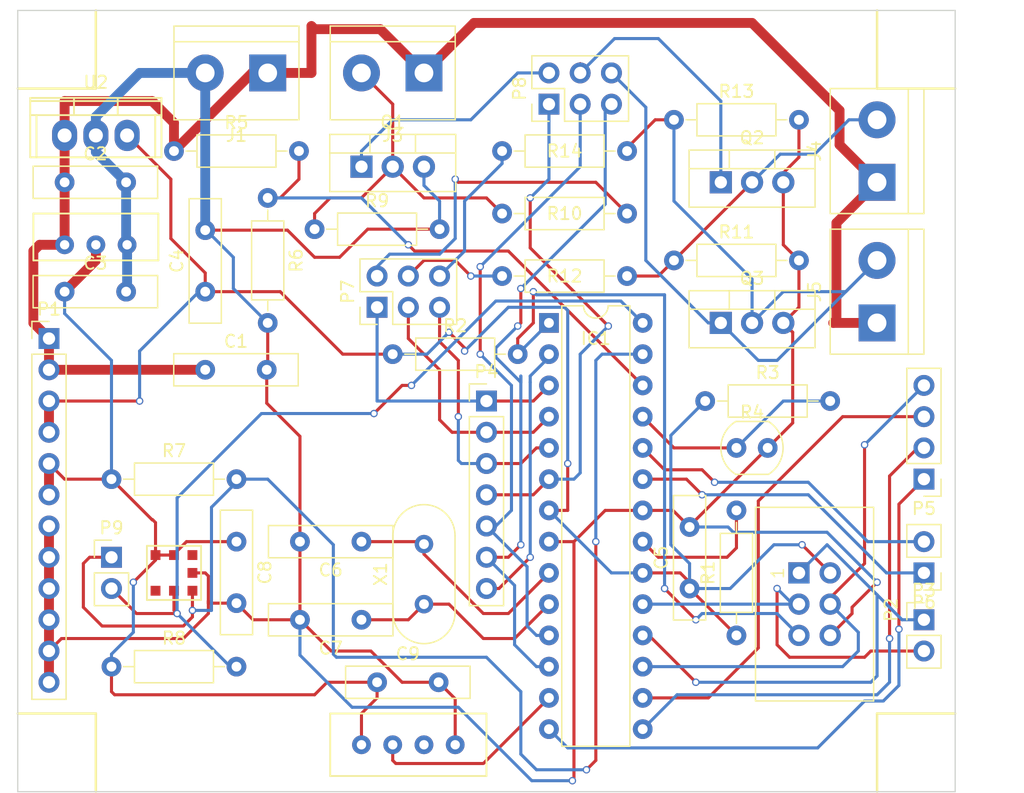
<source format=kicad_pcb>
(kicad_pcb (version 4) (host pcbnew 4.0.5)

  (general
    (links 117)
    (no_connects 0)
    (area 136.912857 86.655 220.313811 151.230001)
    (thickness 1.6)
    (drawings 12)
    (tracks 475)
    (zones 0)
    (modules 45)
    (nets 41)
  )

  (page A4)
  (layers
    (0 F.Cu signal)
    (31 B.Cu signal)
    (32 B.Adhes user)
    (33 F.Adhes user)
    (34 B.Paste user)
    (35 F.Paste user)
    (36 B.SilkS user)
    (37 F.SilkS user)
    (38 B.Mask user)
    (39 F.Mask user)
    (40 Dwgs.User user)
    (41 Cmts.User user)
    (42 Eco1.User user)
    (43 Eco2.User user)
    (44 Edge.Cuts user)
    (45 Margin user)
    (46 B.CrtYd user)
    (47 F.CrtYd user)
    (48 B.Fab user)
    (49 F.Fab user)
  )

  (setup
    (last_trace_width 0.8)
    (user_trace_width 0.25)
    (user_trace_width 0.8)
    (trace_clearance 0.2)
    (zone_clearance 0.508)
    (zone_45_only no)
    (trace_min 0.1)
    (segment_width 0.2)
    (edge_width 0.1)
    (via_size 0.6)
    (via_drill 0.4)
    (via_min_size 0.4)
    (via_min_drill 0.3)
    (uvia_size 0.3)
    (uvia_drill 0.1)
    (uvias_allowed no)
    (uvia_min_size 0.2)
    (uvia_min_drill 0.1)
    (pcb_text_width 0.3)
    (pcb_text_size 1.5 1.5)
    (mod_edge_width 0.15)
    (mod_text_size 1 1)
    (mod_text_width 0.15)
    (pad_size 1.5 1.5)
    (pad_drill 0.6)
    (pad_to_mask_clearance 0)
    (aux_axis_origin 0 0)
    (visible_elements 7FFFFFFF)
    (pcbplotparams
      (layerselection 0x00030_80000001)
      (usegerberextensions false)
      (excludeedgelayer true)
      (linewidth 0.100000)
      (plotframeref false)
      (viasonmask false)
      (mode 1)
      (useauxorigin false)
      (hpglpennumber 1)
      (hpglpenspeed 20)
      (hpglpendiameter 15)
      (hpglpenoverlay 2)
      (psnegative false)
      (psa4output false)
      (plotreference true)
      (plotvalue true)
      (plotinvisibletext false)
      (padsonsilk false)
      (subtractmaskfromsilk false)
      (outputformat 1)
      (mirror false)
      (drillshape 1)
      (scaleselection 1)
      (outputdirectory ""))
  )

  (net 0 "")
  (net 1 +6V)
  (net 2 GND)
  (net 3 +3V3)
  (net 4 +5V)
  (net 5 "Net-(C6-Pad1)")
  (net 6 "Net-(C7-Pad1)")
  (net 7 "Net-(IC1-Pad1)")
  (net 8 "Net-(IC1-Pad15)")
  (net 9 "Net-(IC1-Pad2)")
  (net 10 "Net-(IC1-Pad16)")
  (net 11 "/Pyro Channels/Cont_Check1")
  (net 12 "Net-(IC1-Pad17)")
  (net 13 "/Pyro Channels/Cont_Check2")
  (net 14 "Net-(IC1-Pad18)")
  (net 15 "/Pyro Channels/Cont_Check3")
  (net 16 "Net-(IC1-Pad19)")
  (net 17 "/Pyro Channels/Pyro1")
  (net 18 "Net-(IC1-Pad21)")
  (net 19 "Net-(IC1-Pad23)")
  (net 20 "Net-(IC1-Pad24)")
  (net 21 "/Pyro Channels/Pyro2")
  (net 22 "Net-(IC1-Pad25)")
  (net 23 "/Pyro Channels/Pyro3")
  (net 24 "Net-(IC1-Pad26)")
  (net 25 "Net-(IC1-Pad13)")
  (net 26 "/Altimeter I2C/SDA")
  (net 27 "Net-(IC1-Pad14)")
  (net 28 "/Altimeter I2C/SCL")
  (net 29 "Net-(J3-Pad2)")
  (net 30 "Net-(J4-Pad2)")
  (net 31 "Net-(J5-Pad2)")
  (net 32 "Net-(P7-Pad2)")
  (net 33 "Net-(P7-Pad4)")
  (net 34 "Net-(P7-Pad6)")
  (net 35 "Net-(P8-Pad2)")
  (net 36 "Net-(P8-Pad4)")
  (net 37 "Net-(P8-Pad6)")
  (net 38 "Net-(U3-Pad3)")
  (net 39 "Net-(U4-Pad3)")
  (net 40 "Net-(U4-Pad7)")

  (net_class Default "This is the default net class."
    (clearance 0.2)
    (trace_width 0.25)
    (via_dia 0.6)
    (via_drill 0.4)
    (uvia_dia 0.3)
    (uvia_drill 0.1)
    (add_net +3V3)
    (add_net +5V)
    (add_net "/Altimeter I2C/SCL")
    (add_net "/Altimeter I2C/SDA")
    (add_net "/Pyro Channels/Cont_Check1")
    (add_net "/Pyro Channels/Cont_Check2")
    (add_net "/Pyro Channels/Cont_Check3")
    (add_net "/Pyro Channels/Pyro1")
    (add_net "/Pyro Channels/Pyro2")
    (add_net "/Pyro Channels/Pyro3")
    (add_net GND)
    (add_net "Net-(C6-Pad1)")
    (add_net "Net-(C7-Pad1)")
    (add_net "Net-(IC1-Pad1)")
    (add_net "Net-(IC1-Pad13)")
    (add_net "Net-(IC1-Pad14)")
    (add_net "Net-(IC1-Pad15)")
    (add_net "Net-(IC1-Pad16)")
    (add_net "Net-(IC1-Pad17)")
    (add_net "Net-(IC1-Pad18)")
    (add_net "Net-(IC1-Pad19)")
    (add_net "Net-(IC1-Pad2)")
    (add_net "Net-(IC1-Pad21)")
    (add_net "Net-(IC1-Pad23)")
    (add_net "Net-(IC1-Pad24)")
    (add_net "Net-(IC1-Pad25)")
    (add_net "Net-(IC1-Pad26)")
    (add_net "Net-(J3-Pad2)")
    (add_net "Net-(J4-Pad2)")
    (add_net "Net-(J5-Pad2)")
    (add_net "Net-(P7-Pad2)")
    (add_net "Net-(P7-Pad4)")
    (add_net "Net-(P7-Pad6)")
    (add_net "Net-(P8-Pad2)")
    (add_net "Net-(P8-Pad4)")
    (add_net "Net-(P8-Pad6)")
    (add_net "Net-(U3-Pad3)")
    (add_net "Net-(U4-Pad3)")
    (add_net "Net-(U4-Pad7)")
  )

  (net_class "6V Power" ""
    (clearance 0.2)
    (trace_width 0.8)
    (via_dia 0.6)
    (via_drill 0.4)
    (uvia_dia 0.3)
    (uvia_drill 0.1)
    (add_net +6V)
  )

  (module Capacitors_THT:C_Disc_D10.0mm_W2.5mm_P5.00mm (layer F.Cu) (tedit 58765D06) (tstamp 58BB3B05)
    (at 153.67 116.84)
    (descr "C, Disc series, Radial, pin pitch=5.00mm, , diameter*width=10*2.5mm^2, Capacitor, http://cdn-reichelt.de/documents/datenblatt/B300/DS_KERKO_TC.pdf")
    (tags "C Disc series Radial pin pitch 5.00mm  diameter 10mm width 2.5mm Capacitor")
    (path /58A0C926)
    (fp_text reference C1 (at 2.5 -2.31) (layer F.SilkS)
      (effects (font (size 1 1) (thickness 0.15)))
    )
    (fp_text value "10 uF" (at 2.5 2.31) (layer F.Fab)
      (effects (font (size 1 1) (thickness 0.15)))
    )
    (fp_line (start -2.5 -1.25) (end -2.5 1.25) (layer F.Fab) (width 0.1))
    (fp_line (start -2.5 1.25) (end 7.5 1.25) (layer F.Fab) (width 0.1))
    (fp_line (start 7.5 1.25) (end 7.5 -1.25) (layer F.Fab) (width 0.1))
    (fp_line (start 7.5 -1.25) (end -2.5 -1.25) (layer F.Fab) (width 0.1))
    (fp_line (start -2.56 -1.31) (end 7.56 -1.31) (layer F.SilkS) (width 0.12))
    (fp_line (start -2.56 1.31) (end 7.56 1.31) (layer F.SilkS) (width 0.12))
    (fp_line (start -2.56 -1.31) (end -2.56 1.31) (layer F.SilkS) (width 0.12))
    (fp_line (start 7.56 -1.31) (end 7.56 1.31) (layer F.SilkS) (width 0.12))
    (fp_line (start -2.85 -1.6) (end -2.85 1.6) (layer F.CrtYd) (width 0.05))
    (fp_line (start -2.85 1.6) (end 7.85 1.6) (layer F.CrtYd) (width 0.05))
    (fp_line (start 7.85 1.6) (end 7.85 -1.6) (layer F.CrtYd) (width 0.05))
    (fp_line (start 7.85 -1.6) (end -2.85 -1.6) (layer F.CrtYd) (width 0.05))
    (pad 1 thru_hole circle (at 0 0) (size 1.6 1.6) (drill 0.8) (layers *.Cu *.Mask)
      (net 1 +6V))
    (pad 2 thru_hole circle (at 5 0) (size 1.6 1.6) (drill 0.8) (layers *.Cu *.Mask)
      (net 2 GND))
    (model Capacitors_THT.3dshapes/C_Disc_D10.0mm_W2.5mm_P5.00mm.wrl
      (at (xyz 0 0 0))
      (scale (xyz 0.393701 0.393701 0.393701))
      (rotate (xyz 0 0 0))
    )
  )

  (module Capacitors_THT:C_Disc_D10.0mm_W2.5mm_P5.00mm (layer F.Cu) (tedit 58765D06) (tstamp 58BB3B0B)
    (at 142.24 101.6)
    (descr "C, Disc series, Radial, pin pitch=5.00mm, , diameter*width=10*2.5mm^2, Capacitor, http://cdn-reichelt.de/documents/datenblatt/B300/DS_KERKO_TC.pdf")
    (tags "C Disc series Radial pin pitch 5.00mm  diameter 10mm width 2.5mm Capacitor")
    (path /58A0C935)
    (fp_text reference C2 (at 2.5 -2.31) (layer F.SilkS)
      (effects (font (size 1 1) (thickness 0.15)))
    )
    (fp_text value "10 uF" (at 2.5 2.31) (layer F.Fab)
      (effects (font (size 1 1) (thickness 0.15)))
    )
    (fp_line (start -2.5 -1.25) (end -2.5 1.25) (layer F.Fab) (width 0.1))
    (fp_line (start -2.5 1.25) (end 7.5 1.25) (layer F.Fab) (width 0.1))
    (fp_line (start 7.5 1.25) (end 7.5 -1.25) (layer F.Fab) (width 0.1))
    (fp_line (start 7.5 -1.25) (end -2.5 -1.25) (layer F.Fab) (width 0.1))
    (fp_line (start -2.56 -1.31) (end 7.56 -1.31) (layer F.SilkS) (width 0.12))
    (fp_line (start -2.56 1.31) (end 7.56 1.31) (layer F.SilkS) (width 0.12))
    (fp_line (start -2.56 -1.31) (end -2.56 1.31) (layer F.SilkS) (width 0.12))
    (fp_line (start 7.56 -1.31) (end 7.56 1.31) (layer F.SilkS) (width 0.12))
    (fp_line (start -2.85 -1.6) (end -2.85 1.6) (layer F.CrtYd) (width 0.05))
    (fp_line (start -2.85 1.6) (end 7.85 1.6) (layer F.CrtYd) (width 0.05))
    (fp_line (start 7.85 1.6) (end 7.85 -1.6) (layer F.CrtYd) (width 0.05))
    (fp_line (start 7.85 -1.6) (end -2.85 -1.6) (layer F.CrtYd) (width 0.05))
    (pad 1 thru_hole circle (at 0 0) (size 1.6 1.6) (drill 0.8) (layers *.Cu *.Mask)
      (net 1 +6V))
    (pad 2 thru_hole circle (at 5 0) (size 1.6 1.6) (drill 0.8) (layers *.Cu *.Mask)
      (net 2 GND))
    (model Capacitors_THT.3dshapes/C_Disc_D10.0mm_W2.5mm_P5.00mm.wrl
      (at (xyz 0 0 0))
      (scale (xyz 0.393701 0.393701 0.393701))
      (rotate (xyz 0 0 0))
    )
  )

  (module Capacitors_THT:C_Disc_D10.0mm_W2.5mm_P5.00mm (layer F.Cu) (tedit 58765D06) (tstamp 58BB3B11)
    (at 142.24 110.49)
    (descr "C, Disc series, Radial, pin pitch=5.00mm, , diameter*width=10*2.5mm^2, Capacitor, http://cdn-reichelt.de/documents/datenblatt/B300/DS_KERKO_TC.pdf")
    (tags "C Disc series Radial pin pitch 5.00mm  diameter 10mm width 2.5mm Capacitor")
    (path /58A0CA41)
    (fp_text reference C3 (at 2.5 -2.31) (layer F.SilkS)
      (effects (font (size 1 1) (thickness 0.15)))
    )
    (fp_text value "10 uF" (at 2.5 2.31) (layer F.Fab)
      (effects (font (size 1 1) (thickness 0.15)))
    )
    (fp_line (start -2.5 -1.25) (end -2.5 1.25) (layer F.Fab) (width 0.1))
    (fp_line (start -2.5 1.25) (end 7.5 1.25) (layer F.Fab) (width 0.1))
    (fp_line (start 7.5 1.25) (end 7.5 -1.25) (layer F.Fab) (width 0.1))
    (fp_line (start 7.5 -1.25) (end -2.5 -1.25) (layer F.Fab) (width 0.1))
    (fp_line (start -2.56 -1.31) (end 7.56 -1.31) (layer F.SilkS) (width 0.12))
    (fp_line (start -2.56 1.31) (end 7.56 1.31) (layer F.SilkS) (width 0.12))
    (fp_line (start -2.56 -1.31) (end -2.56 1.31) (layer F.SilkS) (width 0.12))
    (fp_line (start 7.56 -1.31) (end 7.56 1.31) (layer F.SilkS) (width 0.12))
    (fp_line (start -2.85 -1.6) (end -2.85 1.6) (layer F.CrtYd) (width 0.05))
    (fp_line (start -2.85 1.6) (end 7.85 1.6) (layer F.CrtYd) (width 0.05))
    (fp_line (start 7.85 1.6) (end 7.85 -1.6) (layer F.CrtYd) (width 0.05))
    (fp_line (start 7.85 -1.6) (end -2.85 -1.6) (layer F.CrtYd) (width 0.05))
    (pad 1 thru_hole circle (at 0 0) (size 1.6 1.6) (drill 0.8) (layers *.Cu *.Mask)
      (net 3 +3V3))
    (pad 2 thru_hole circle (at 5 0) (size 1.6 1.6) (drill 0.8) (layers *.Cu *.Mask)
      (net 2 GND))
    (model Capacitors_THT.3dshapes/C_Disc_D10.0mm_W2.5mm_P5.00mm.wrl
      (at (xyz 0 0 0))
      (scale (xyz 0.393701 0.393701 0.393701))
      (rotate (xyz 0 0 0))
    )
  )

  (module Capacitors_THT:C_Disc_D10.0mm_W2.5mm_P5.00mm (layer F.Cu) (tedit 58765D06) (tstamp 58BB3B17)
    (at 153.67 110.49 90)
    (descr "C, Disc series, Radial, pin pitch=5.00mm, , diameter*width=10*2.5mm^2, Capacitor, http://cdn-reichelt.de/documents/datenblatt/B300/DS_KERKO_TC.pdf")
    (tags "C Disc series Radial pin pitch 5.00mm  diameter 10mm width 2.5mm Capacitor")
    (path /58A0CA50)
    (fp_text reference C4 (at 2.5 -2.31 90) (layer F.SilkS)
      (effects (font (size 1 1) (thickness 0.15)))
    )
    (fp_text value "10 uF" (at 2.5 2.31 90) (layer F.Fab)
      (effects (font (size 1 1) (thickness 0.15)))
    )
    (fp_line (start -2.5 -1.25) (end -2.5 1.25) (layer F.Fab) (width 0.1))
    (fp_line (start -2.5 1.25) (end 7.5 1.25) (layer F.Fab) (width 0.1))
    (fp_line (start 7.5 1.25) (end 7.5 -1.25) (layer F.Fab) (width 0.1))
    (fp_line (start 7.5 -1.25) (end -2.5 -1.25) (layer F.Fab) (width 0.1))
    (fp_line (start -2.56 -1.31) (end 7.56 -1.31) (layer F.SilkS) (width 0.12))
    (fp_line (start -2.56 1.31) (end 7.56 1.31) (layer F.SilkS) (width 0.12))
    (fp_line (start -2.56 -1.31) (end -2.56 1.31) (layer F.SilkS) (width 0.12))
    (fp_line (start 7.56 -1.31) (end 7.56 1.31) (layer F.SilkS) (width 0.12))
    (fp_line (start -2.85 -1.6) (end -2.85 1.6) (layer F.CrtYd) (width 0.05))
    (fp_line (start -2.85 1.6) (end 7.85 1.6) (layer F.CrtYd) (width 0.05))
    (fp_line (start 7.85 1.6) (end 7.85 -1.6) (layer F.CrtYd) (width 0.05))
    (fp_line (start 7.85 -1.6) (end -2.85 -1.6) (layer F.CrtYd) (width 0.05))
    (pad 1 thru_hole circle (at 0 0 90) (size 1.6 1.6) (drill 0.8) (layers *.Cu *.Mask)
      (net 4 +5V))
    (pad 2 thru_hole circle (at 5 0 90) (size 1.6 1.6) (drill 0.8) (layers *.Cu *.Mask)
      (net 2 GND))
    (model Capacitors_THT.3dshapes/C_Disc_D10.0mm_W2.5mm_P5.00mm.wrl
      (at (xyz 0 0 0))
      (scale (xyz 0.393701 0.393701 0.393701))
      (rotate (xyz 0 0 0))
    )
  )

  (module Capacitors_THT:C_Disc_D10.0mm_W2.5mm_P5.00mm (layer F.Cu) (tedit 58765D06) (tstamp 58BB3B1D)
    (at 193.04 134.62 90)
    (descr "C, Disc series, Radial, pin pitch=5.00mm, , diameter*width=10*2.5mm^2, Capacitor, http://cdn-reichelt.de/documents/datenblatt/B300/DS_KERKO_TC.pdf")
    (tags "C Disc series Radial pin pitch 5.00mm  diameter 10mm width 2.5mm Capacitor")
    (path /58A0D2EF)
    (fp_text reference C5 (at 2.5 -2.31 90) (layer F.SilkS)
      (effects (font (size 1 1) (thickness 0.15)))
    )
    (fp_text value "100 nF" (at 2.5 2.31 90) (layer F.Fab)
      (effects (font (size 1 1) (thickness 0.15)))
    )
    (fp_line (start -2.5 -1.25) (end -2.5 1.25) (layer F.Fab) (width 0.1))
    (fp_line (start -2.5 1.25) (end 7.5 1.25) (layer F.Fab) (width 0.1))
    (fp_line (start 7.5 1.25) (end 7.5 -1.25) (layer F.Fab) (width 0.1))
    (fp_line (start 7.5 -1.25) (end -2.5 -1.25) (layer F.Fab) (width 0.1))
    (fp_line (start -2.56 -1.31) (end 7.56 -1.31) (layer F.SilkS) (width 0.12))
    (fp_line (start -2.56 1.31) (end 7.56 1.31) (layer F.SilkS) (width 0.12))
    (fp_line (start -2.56 -1.31) (end -2.56 1.31) (layer F.SilkS) (width 0.12))
    (fp_line (start 7.56 -1.31) (end 7.56 1.31) (layer F.SilkS) (width 0.12))
    (fp_line (start -2.85 -1.6) (end -2.85 1.6) (layer F.CrtYd) (width 0.05))
    (fp_line (start -2.85 1.6) (end 7.85 1.6) (layer F.CrtYd) (width 0.05))
    (fp_line (start 7.85 1.6) (end 7.85 -1.6) (layer F.CrtYd) (width 0.05))
    (fp_line (start 7.85 -1.6) (end -2.85 -1.6) (layer F.CrtYd) (width 0.05))
    (pad 1 thru_hole circle (at 0 0 90) (size 1.6 1.6) (drill 0.8) (layers *.Cu *.Mask)
      (net 4 +5V))
    (pad 2 thru_hole circle (at 5 0 90) (size 1.6 1.6) (drill 0.8) (layers *.Cu *.Mask)
      (net 2 GND))
    (model Capacitors_THT.3dshapes/C_Disc_D10.0mm_W2.5mm_P5.00mm.wrl
      (at (xyz 0 0 0))
      (scale (xyz 0.393701 0.393701 0.393701))
      (rotate (xyz 0 0 0))
    )
  )

  (module Capacitors_THT:C_Disc_D10.0mm_W2.5mm_P5.00mm (layer F.Cu) (tedit 58765D06) (tstamp 58BB3B23)
    (at 166.37 130.81 180)
    (descr "C, Disc series, Radial, pin pitch=5.00mm, , diameter*width=10*2.5mm^2, Capacitor, http://cdn-reichelt.de/documents/datenblatt/B300/DS_KERKO_TC.pdf")
    (tags "C Disc series Radial pin pitch 5.00mm  diameter 10mm width 2.5mm Capacitor")
    (path /58A9D994)
    (fp_text reference C6 (at 2.5 -2.31 180) (layer F.SilkS)
      (effects (font (size 1 1) (thickness 0.15)))
    )
    (fp_text value "22 pF" (at 2.5 2.31 180) (layer F.Fab)
      (effects (font (size 1 1) (thickness 0.15)))
    )
    (fp_line (start -2.5 -1.25) (end -2.5 1.25) (layer F.Fab) (width 0.1))
    (fp_line (start -2.5 1.25) (end 7.5 1.25) (layer F.Fab) (width 0.1))
    (fp_line (start 7.5 1.25) (end 7.5 -1.25) (layer F.Fab) (width 0.1))
    (fp_line (start 7.5 -1.25) (end -2.5 -1.25) (layer F.Fab) (width 0.1))
    (fp_line (start -2.56 -1.31) (end 7.56 -1.31) (layer F.SilkS) (width 0.12))
    (fp_line (start -2.56 1.31) (end 7.56 1.31) (layer F.SilkS) (width 0.12))
    (fp_line (start -2.56 -1.31) (end -2.56 1.31) (layer F.SilkS) (width 0.12))
    (fp_line (start 7.56 -1.31) (end 7.56 1.31) (layer F.SilkS) (width 0.12))
    (fp_line (start -2.85 -1.6) (end -2.85 1.6) (layer F.CrtYd) (width 0.05))
    (fp_line (start -2.85 1.6) (end 7.85 1.6) (layer F.CrtYd) (width 0.05))
    (fp_line (start 7.85 1.6) (end 7.85 -1.6) (layer F.CrtYd) (width 0.05))
    (fp_line (start 7.85 -1.6) (end -2.85 -1.6) (layer F.CrtYd) (width 0.05))
    (pad 1 thru_hole circle (at 0 0 180) (size 1.6 1.6) (drill 0.8) (layers *.Cu *.Mask)
      (net 5 "Net-(C6-Pad1)"))
    (pad 2 thru_hole circle (at 5 0 180) (size 1.6 1.6) (drill 0.8) (layers *.Cu *.Mask)
      (net 2 GND))
    (model Capacitors_THT.3dshapes/C_Disc_D10.0mm_W2.5mm_P5.00mm.wrl
      (at (xyz 0 0 0))
      (scale (xyz 0.393701 0.393701 0.393701))
      (rotate (xyz 0 0 0))
    )
  )

  (module Capacitors_THT:C_Disc_D10.0mm_W2.5mm_P5.00mm (layer F.Cu) (tedit 58765D06) (tstamp 58BB3B29)
    (at 166.37 137.16 180)
    (descr "C, Disc series, Radial, pin pitch=5.00mm, , diameter*width=10*2.5mm^2, Capacitor, http://cdn-reichelt.de/documents/datenblatt/B300/DS_KERKO_TC.pdf")
    (tags "C Disc series Radial pin pitch 5.00mm  diameter 10mm width 2.5mm Capacitor")
    (path /58A9D9A3)
    (fp_text reference C7 (at 2.5 -2.31 180) (layer F.SilkS)
      (effects (font (size 1 1) (thickness 0.15)))
    )
    (fp_text value "22 pF" (at 2.5 2.31 180) (layer F.Fab)
      (effects (font (size 1 1) (thickness 0.15)))
    )
    (fp_line (start -2.5 -1.25) (end -2.5 1.25) (layer F.Fab) (width 0.1))
    (fp_line (start -2.5 1.25) (end 7.5 1.25) (layer F.Fab) (width 0.1))
    (fp_line (start 7.5 1.25) (end 7.5 -1.25) (layer F.Fab) (width 0.1))
    (fp_line (start 7.5 -1.25) (end -2.5 -1.25) (layer F.Fab) (width 0.1))
    (fp_line (start -2.56 -1.31) (end 7.56 -1.31) (layer F.SilkS) (width 0.12))
    (fp_line (start -2.56 1.31) (end 7.56 1.31) (layer F.SilkS) (width 0.12))
    (fp_line (start -2.56 -1.31) (end -2.56 1.31) (layer F.SilkS) (width 0.12))
    (fp_line (start 7.56 -1.31) (end 7.56 1.31) (layer F.SilkS) (width 0.12))
    (fp_line (start -2.85 -1.6) (end -2.85 1.6) (layer F.CrtYd) (width 0.05))
    (fp_line (start -2.85 1.6) (end 7.85 1.6) (layer F.CrtYd) (width 0.05))
    (fp_line (start 7.85 1.6) (end 7.85 -1.6) (layer F.CrtYd) (width 0.05))
    (fp_line (start 7.85 -1.6) (end -2.85 -1.6) (layer F.CrtYd) (width 0.05))
    (pad 1 thru_hole circle (at 0 0 180) (size 1.6 1.6) (drill 0.8) (layers *.Cu *.Mask)
      (net 6 "Net-(C7-Pad1)"))
    (pad 2 thru_hole circle (at 5 0 180) (size 1.6 1.6) (drill 0.8) (layers *.Cu *.Mask)
      (net 2 GND))
    (model Capacitors_THT.3dshapes/C_Disc_D10.0mm_W2.5mm_P5.00mm.wrl
      (at (xyz 0 0 0))
      (scale (xyz 0.393701 0.393701 0.393701))
      (rotate (xyz 0 0 0))
    )
  )

  (module Capacitors_THT:C_Disc_D10.0mm_W2.5mm_P5.00mm (layer F.Cu) (tedit 58765D06) (tstamp 58BB3B2F)
    (at 156.21 130.81 270)
    (descr "C, Disc series, Radial, pin pitch=5.00mm, , diameter*width=10*2.5mm^2, Capacitor, http://cdn-reichelt.de/documents/datenblatt/B300/DS_KERKO_TC.pdf")
    (tags "C Disc series Radial pin pitch 5.00mm  diameter 10mm width 2.5mm Capacitor")
    (path /58B62264/58B626FB)
    (fp_text reference C8 (at 2.5 -2.31 270) (layer F.SilkS)
      (effects (font (size 1 1) (thickness 0.15)))
    )
    (fp_text value 100nF (at 2.5 2.31 270) (layer F.Fab)
      (effects (font (size 1 1) (thickness 0.15)))
    )
    (fp_line (start -2.5 -1.25) (end -2.5 1.25) (layer F.Fab) (width 0.1))
    (fp_line (start -2.5 1.25) (end 7.5 1.25) (layer F.Fab) (width 0.1))
    (fp_line (start 7.5 1.25) (end 7.5 -1.25) (layer F.Fab) (width 0.1))
    (fp_line (start 7.5 -1.25) (end -2.5 -1.25) (layer F.Fab) (width 0.1))
    (fp_line (start -2.56 -1.31) (end 7.56 -1.31) (layer F.SilkS) (width 0.12))
    (fp_line (start -2.56 1.31) (end 7.56 1.31) (layer F.SilkS) (width 0.12))
    (fp_line (start -2.56 -1.31) (end -2.56 1.31) (layer F.SilkS) (width 0.12))
    (fp_line (start 7.56 -1.31) (end 7.56 1.31) (layer F.SilkS) (width 0.12))
    (fp_line (start -2.85 -1.6) (end -2.85 1.6) (layer F.CrtYd) (width 0.05))
    (fp_line (start -2.85 1.6) (end 7.85 1.6) (layer F.CrtYd) (width 0.05))
    (fp_line (start 7.85 1.6) (end 7.85 -1.6) (layer F.CrtYd) (width 0.05))
    (fp_line (start 7.85 -1.6) (end -2.85 -1.6) (layer F.CrtYd) (width 0.05))
    (pad 1 thru_hole circle (at 0 0 270) (size 1.6 1.6) (drill 0.8) (layers *.Cu *.Mask)
      (net 3 +3V3))
    (pad 2 thru_hole circle (at 5 0 270) (size 1.6 1.6) (drill 0.8) (layers *.Cu *.Mask)
      (net 2 GND))
    (model Capacitors_THT.3dshapes/C_Disc_D10.0mm_W2.5mm_P5.00mm.wrl
      (at (xyz 0 0 0))
      (scale (xyz 0.393701 0.393701 0.393701))
      (rotate (xyz 0 0 0))
    )
  )

  (module Capacitors_THT:C_Disc_D10.0mm_W2.5mm_P5.00mm (layer F.Cu) (tedit 58765D06) (tstamp 58BB3B35)
    (at 167.64 142.24)
    (descr "C, Disc series, Radial, pin pitch=5.00mm, , diameter*width=10*2.5mm^2, Capacitor, http://cdn-reichelt.de/documents/datenblatt/B300/DS_KERKO_TC.pdf")
    (tags "C Disc series Radial pin pitch 5.00mm  diameter 10mm width 2.5mm Capacitor")
    (path /58B51FA3)
    (fp_text reference C9 (at 2.5 -2.31) (layer F.SilkS)
      (effects (font (size 1 1) (thickness 0.15)))
    )
    (fp_text value 100nF (at 2.5 2.31) (layer F.Fab)
      (effects (font (size 1 1) (thickness 0.15)))
    )
    (fp_line (start -2.5 -1.25) (end -2.5 1.25) (layer F.Fab) (width 0.1))
    (fp_line (start -2.5 1.25) (end 7.5 1.25) (layer F.Fab) (width 0.1))
    (fp_line (start 7.5 1.25) (end 7.5 -1.25) (layer F.Fab) (width 0.1))
    (fp_line (start 7.5 -1.25) (end -2.5 -1.25) (layer F.Fab) (width 0.1))
    (fp_line (start -2.56 -1.31) (end 7.56 -1.31) (layer F.SilkS) (width 0.12))
    (fp_line (start -2.56 1.31) (end 7.56 1.31) (layer F.SilkS) (width 0.12))
    (fp_line (start -2.56 -1.31) (end -2.56 1.31) (layer F.SilkS) (width 0.12))
    (fp_line (start 7.56 -1.31) (end 7.56 1.31) (layer F.SilkS) (width 0.12))
    (fp_line (start -2.85 -1.6) (end -2.85 1.6) (layer F.CrtYd) (width 0.05))
    (fp_line (start -2.85 1.6) (end 7.85 1.6) (layer F.CrtYd) (width 0.05))
    (fp_line (start 7.85 1.6) (end 7.85 -1.6) (layer F.CrtYd) (width 0.05))
    (fp_line (start 7.85 -1.6) (end -2.85 -1.6) (layer F.CrtYd) (width 0.05))
    (pad 1 thru_hole circle (at 0 0) (size 1.6 1.6) (drill 0.8) (layers *.Cu *.Mask)
      (net 3 +3V3))
    (pad 2 thru_hole circle (at 5 0) (size 1.6 1.6) (drill 0.8) (layers *.Cu *.Mask)
      (net 2 GND))
    (model Capacitors_THT.3dshapes/C_Disc_D10.0mm_W2.5mm_P5.00mm.wrl
      (at (xyz 0 0 0))
      (scale (xyz 0.393701 0.393701 0.393701))
      (rotate (xyz 0 0 0))
    )
  )

  (module Housings_DIP:DIP-28_W7.62mm (layer F.Cu) (tedit 58BC5215) (tstamp 58BB3B55)
    (at 181.61 113.03)
    (descr "28-lead dip package, row spacing 7.62 mm (300 mils)")
    (tags "DIL DIP PDIP 2.54mm 7.62mm 300mil")
    (path /58A0CE3C)
    (fp_text reference IC1 (at 3.81 1.27) (layer F.SilkS)
      (effects (font (size 1 1) (thickness 0.15)))
    )
    (fp_text value ATMEGA328-P (at 3.81 35.41) (layer F.Fab)
      (effects (font (size 1 1) (thickness 0.15)))
    )
    (fp_arc (start 3.81 -1.39) (end 2.81 -1.39) (angle -180) (layer F.SilkS) (width 0.12))
    (fp_line (start 1.635 -1.27) (end 6.985 -1.27) (layer F.Fab) (width 0.1))
    (fp_line (start 6.985 -1.27) (end 6.985 34.29) (layer F.Fab) (width 0.1))
    (fp_line (start 6.985 34.29) (end 0.635 34.29) (layer F.Fab) (width 0.1))
    (fp_line (start 0.635 34.29) (end 0.635 -0.27) (layer F.Fab) (width 0.1))
    (fp_line (start 0.635 -0.27) (end 1.635 -1.27) (layer F.Fab) (width 0.1))
    (fp_line (start 2.81 -1.39) (end 1.04 -1.39) (layer F.SilkS) (width 0.12))
    (fp_line (start 1.04 -1.39) (end 1.04 34.41) (layer F.SilkS) (width 0.12))
    (fp_line (start 1.04 34.41) (end 6.58 34.41) (layer F.SilkS) (width 0.12))
    (fp_line (start 6.58 34.41) (end 6.58 -1.39) (layer F.SilkS) (width 0.12))
    (fp_line (start 6.58 -1.39) (end 4.81 -1.39) (layer F.SilkS) (width 0.12))
    (fp_line (start -1.1 -1.6) (end -1.1 34.6) (layer F.CrtYd) (width 0.05))
    (fp_line (start -1.1 34.6) (end 8.7 34.6) (layer F.CrtYd) (width 0.05))
    (fp_line (start 8.7 34.6) (end 8.7 -1.6) (layer F.CrtYd) (width 0.05))
    (fp_line (start 8.7 -1.6) (end -1.1 -1.6) (layer F.CrtYd) (width 0.05))
    (pad 1 thru_hole rect (at 0 0) (size 1.6 1.6) (drill 0.8) (layers *.Cu *.Mask)
      (net 7 "Net-(IC1-Pad1)"))
    (pad 15 thru_hole oval (at 7.62 33.02) (size 1.6 1.6) (drill 0.8) (layers *.Cu *.Mask)
      (net 8 "Net-(IC1-Pad15)"))
    (pad 2 thru_hole oval (at 0 2.54) (size 1.6 1.6) (drill 0.8) (layers *.Cu *.Mask)
      (net 9 "Net-(IC1-Pad2)"))
    (pad 16 thru_hole oval (at 7.62 30.48) (size 1.6 1.6) (drill 0.8) (layers *.Cu *.Mask)
      (net 10 "Net-(IC1-Pad16)"))
    (pad 3 thru_hole oval (at 0 5.08) (size 1.6 1.6) (drill 0.8) (layers *.Cu *.Mask)
      (net 11 "/Pyro Channels/Cont_Check1"))
    (pad 17 thru_hole oval (at 7.62 27.94) (size 1.6 1.6) (drill 0.8) (layers *.Cu *.Mask)
      (net 12 "Net-(IC1-Pad17)"))
    (pad 4 thru_hole oval (at 0 7.62) (size 1.6 1.6) (drill 0.8) (layers *.Cu *.Mask)
      (net 13 "/Pyro Channels/Cont_Check2"))
    (pad 18 thru_hole oval (at 7.62 25.4) (size 1.6 1.6) (drill 0.8) (layers *.Cu *.Mask)
      (net 14 "Net-(IC1-Pad18)"))
    (pad 5 thru_hole oval (at 0 10.16) (size 1.6 1.6) (drill 0.8) (layers *.Cu *.Mask)
      (net 15 "/Pyro Channels/Cont_Check3"))
    (pad 19 thru_hole oval (at 7.62 22.86) (size 1.6 1.6) (drill 0.8) (layers *.Cu *.Mask)
      (net 16 "Net-(IC1-Pad19)"))
    (pad 6 thru_hole oval (at 0 12.7) (size 1.6 1.6) (drill 0.8) (layers *.Cu *.Mask)
      (net 17 "/Pyro Channels/Pyro1"))
    (pad 20 thru_hole oval (at 7.62 20.32) (size 1.6 1.6) (drill 0.8) (layers *.Cu *.Mask)
      (net 4 +5V))
    (pad 7 thru_hole oval (at 0 15.24) (size 1.6 1.6) (drill 0.8) (layers *.Cu *.Mask)
      (net 4 +5V))
    (pad 21 thru_hole oval (at 7.62 17.78) (size 1.6 1.6) (drill 0.8) (layers *.Cu *.Mask)
      (net 18 "Net-(IC1-Pad21)"))
    (pad 8 thru_hole oval (at 0 17.78) (size 1.6 1.6) (drill 0.8) (layers *.Cu *.Mask)
      (net 2 GND))
    (pad 22 thru_hole oval (at 7.62 15.24) (size 1.6 1.6) (drill 0.8) (layers *.Cu *.Mask)
      (net 2 GND))
    (pad 9 thru_hole oval (at 0 20.32) (size 1.6 1.6) (drill 0.8) (layers *.Cu *.Mask)
      (net 5 "Net-(C6-Pad1)"))
    (pad 23 thru_hole oval (at 7.62 12.7) (size 1.6 1.6) (drill 0.8) (layers *.Cu *.Mask)
      (net 19 "Net-(IC1-Pad23)"))
    (pad 10 thru_hole oval (at 0 22.86) (size 1.6 1.6) (drill 0.8) (layers *.Cu *.Mask)
      (net 6 "Net-(C7-Pad1)"))
    (pad 24 thru_hole oval (at 7.62 10.16) (size 1.6 1.6) (drill 0.8) (layers *.Cu *.Mask)
      (net 20 "Net-(IC1-Pad24)"))
    (pad 11 thru_hole oval (at 0 25.4) (size 1.6 1.6) (drill 0.8) (layers *.Cu *.Mask)
      (net 21 "/Pyro Channels/Pyro2"))
    (pad 25 thru_hole oval (at 7.62 7.62) (size 1.6 1.6) (drill 0.8) (layers *.Cu *.Mask)
      (net 22 "Net-(IC1-Pad25)"))
    (pad 12 thru_hole oval (at 0 27.94) (size 1.6 1.6) (drill 0.8) (layers *.Cu *.Mask)
      (net 23 "/Pyro Channels/Pyro3"))
    (pad 26 thru_hole oval (at 7.62 5.08) (size 1.6 1.6) (drill 0.8) (layers *.Cu *.Mask)
      (net 24 "Net-(IC1-Pad26)"))
    (pad 13 thru_hole oval (at 0 30.48) (size 1.6 1.6) (drill 0.8) (layers *.Cu *.Mask)
      (net 25 "Net-(IC1-Pad13)"))
    (pad 27 thru_hole oval (at 7.62 2.54) (size 1.6 1.6) (drill 0.8) (layers *.Cu *.Mask)
      (net 26 "/Altimeter I2C/SDA"))
    (pad 14 thru_hole oval (at 0 33.02) (size 1.6 1.6) (drill 0.8) (layers *.Cu *.Mask)
      (net 27 "Net-(IC1-Pad14)"))
    (pad 28 thru_hole oval (at 7.62 0) (size 1.6 1.6) (drill 0.8) (layers *.Cu *.Mask)
      (net 28 "/Altimeter I2C/SCL"))
    (model Housings_DIP.3dshapes/DIP-28_W7.62mm.wrl
      (at (xyz 0 0 0))
      (scale (xyz 1 1 1))
      (rotate (xyz 0 0 0))
    )
  )

  (module Connectors:bornier2 (layer F.Cu) (tedit 587FD522) (tstamp 58BB3B5B)
    (at 158.75 92.71 180)
    (descr "Bornier d'alimentation 2 pins")
    (tags DEV)
    (path /58B49FB4)
    (fp_text reference J1 (at 2.54 -5.08 180) (layer F.SilkS)
      (effects (font (size 1 1) (thickness 0.15)))
    )
    (fp_text value "Power Connector" (at 2.54 5.08 180) (layer F.Fab)
      (effects (font (size 1 1) (thickness 0.15)))
    )
    (fp_line (start -2.41 2.55) (end 7.49 2.55) (layer F.Fab) (width 0.1))
    (fp_line (start -2.46 -3.75) (end -2.46 3.75) (layer F.Fab) (width 0.1))
    (fp_line (start -2.46 3.75) (end 7.54 3.75) (layer F.Fab) (width 0.1))
    (fp_line (start 7.54 3.75) (end 7.54 -3.75) (layer F.Fab) (width 0.1))
    (fp_line (start 7.54 -3.75) (end -2.46 -3.75) (layer F.Fab) (width 0.1))
    (fp_line (start 7.62 2.54) (end -2.54 2.54) (layer F.SilkS) (width 0.12))
    (fp_line (start 7.62 3.81) (end 7.62 -3.81) (layer F.SilkS) (width 0.12))
    (fp_line (start 7.62 -3.81) (end -2.54 -3.81) (layer F.SilkS) (width 0.12))
    (fp_line (start -2.54 -3.81) (end -2.54 3.81) (layer F.SilkS) (width 0.12))
    (fp_line (start -2.54 3.81) (end 7.62 3.81) (layer F.SilkS) (width 0.12))
    (fp_line (start -2.71 -4) (end 7.79 -4) (layer F.CrtYd) (width 0.05))
    (fp_line (start -2.71 -4) (end -2.71 4) (layer F.CrtYd) (width 0.05))
    (fp_line (start 7.79 4) (end 7.79 -4) (layer F.CrtYd) (width 0.05))
    (fp_line (start 7.79 4) (end -2.71 4) (layer F.CrtYd) (width 0.05))
    (pad 1 thru_hole rect (at 0 0 180) (size 3 3) (drill 1.52) (layers *.Cu *.Mask)
      (net 1 +6V))
    (pad 2 thru_hole circle (at 5.08 0 180) (size 3 3) (drill 1.52) (layers *.Cu *.Mask)
      (net 2 GND))
    (model Connectors.3dshapes/bornier2.wrl
      (at (xyz 0 0 0))
      (scale (xyz 1 1 1))
      (rotate (xyz 0 0 0))
    )
  )

  (module Connectors:bornier2 (layer F.Cu) (tedit 587FD522) (tstamp 58BB3B61)
    (at 171.45 92.71 180)
    (descr "Bornier d'alimentation 2 pins")
    (tags DEV)
    (path /58B4AB85/58B4B43D)
    (fp_text reference J3 (at 2.54 -5.08 180) (layer F.SilkS)
      (effects (font (size 1 1) (thickness 0.15)))
    )
    (fp_text value "Pyro Channel" (at 2.54 5.08 180) (layer F.Fab)
      (effects (font (size 1 1) (thickness 0.15)))
    )
    (fp_line (start -2.41 2.55) (end 7.49 2.55) (layer F.Fab) (width 0.1))
    (fp_line (start -2.46 -3.75) (end -2.46 3.75) (layer F.Fab) (width 0.1))
    (fp_line (start -2.46 3.75) (end 7.54 3.75) (layer F.Fab) (width 0.1))
    (fp_line (start 7.54 3.75) (end 7.54 -3.75) (layer F.Fab) (width 0.1))
    (fp_line (start 7.54 -3.75) (end -2.46 -3.75) (layer F.Fab) (width 0.1))
    (fp_line (start 7.62 2.54) (end -2.54 2.54) (layer F.SilkS) (width 0.12))
    (fp_line (start 7.62 3.81) (end 7.62 -3.81) (layer F.SilkS) (width 0.12))
    (fp_line (start 7.62 -3.81) (end -2.54 -3.81) (layer F.SilkS) (width 0.12))
    (fp_line (start -2.54 -3.81) (end -2.54 3.81) (layer F.SilkS) (width 0.12))
    (fp_line (start -2.54 3.81) (end 7.62 3.81) (layer F.SilkS) (width 0.12))
    (fp_line (start -2.71 -4) (end 7.79 -4) (layer F.CrtYd) (width 0.05))
    (fp_line (start -2.71 -4) (end -2.71 4) (layer F.CrtYd) (width 0.05))
    (fp_line (start 7.79 4) (end 7.79 -4) (layer F.CrtYd) (width 0.05))
    (fp_line (start 7.79 4) (end -2.71 4) (layer F.CrtYd) (width 0.05))
    (pad 1 thru_hole rect (at 0 0 180) (size 3 3) (drill 1.52) (layers *.Cu *.Mask)
      (net 1 +6V))
    (pad 2 thru_hole circle (at 5.08 0 180) (size 3 3) (drill 1.52) (layers *.Cu *.Mask)
      (net 29 "Net-(J3-Pad2)"))
    (model Connectors.3dshapes/bornier2.wrl
      (at (xyz 0 0 0))
      (scale (xyz 1 1 1))
      (rotate (xyz 0 0 0))
    )
  )

  (module Connectors:bornier2 (layer F.Cu) (tedit 587FD522) (tstamp 58BB3B67)
    (at 208.28 101.6 90)
    (descr "Bornier d'alimentation 2 pins")
    (tags DEV)
    (path /58B4AB85/58B4B8E5)
    (fp_text reference J4 (at 2.54 -5.08 90) (layer F.SilkS)
      (effects (font (size 1 1) (thickness 0.15)))
    )
    (fp_text value "Pyro Channel" (at 2.54 5.08 90) (layer F.Fab)
      (effects (font (size 1 1) (thickness 0.15)))
    )
    (fp_line (start -2.41 2.55) (end 7.49 2.55) (layer F.Fab) (width 0.1))
    (fp_line (start -2.46 -3.75) (end -2.46 3.75) (layer F.Fab) (width 0.1))
    (fp_line (start -2.46 3.75) (end 7.54 3.75) (layer F.Fab) (width 0.1))
    (fp_line (start 7.54 3.75) (end 7.54 -3.75) (layer F.Fab) (width 0.1))
    (fp_line (start 7.54 -3.75) (end -2.46 -3.75) (layer F.Fab) (width 0.1))
    (fp_line (start 7.62 2.54) (end -2.54 2.54) (layer F.SilkS) (width 0.12))
    (fp_line (start 7.62 3.81) (end 7.62 -3.81) (layer F.SilkS) (width 0.12))
    (fp_line (start 7.62 -3.81) (end -2.54 -3.81) (layer F.SilkS) (width 0.12))
    (fp_line (start -2.54 -3.81) (end -2.54 3.81) (layer F.SilkS) (width 0.12))
    (fp_line (start -2.54 3.81) (end 7.62 3.81) (layer F.SilkS) (width 0.12))
    (fp_line (start -2.71 -4) (end 7.79 -4) (layer F.CrtYd) (width 0.05))
    (fp_line (start -2.71 -4) (end -2.71 4) (layer F.CrtYd) (width 0.05))
    (fp_line (start 7.79 4) (end 7.79 -4) (layer F.CrtYd) (width 0.05))
    (fp_line (start 7.79 4) (end -2.71 4) (layer F.CrtYd) (width 0.05))
    (pad 1 thru_hole rect (at 0 0 90) (size 3 3) (drill 1.52) (layers *.Cu *.Mask)
      (net 1 +6V))
    (pad 2 thru_hole circle (at 5.08 0 90) (size 3 3) (drill 1.52) (layers *.Cu *.Mask)
      (net 30 "Net-(J4-Pad2)"))
    (model Connectors.3dshapes/bornier2.wrl
      (at (xyz 0 0 0))
      (scale (xyz 1 1 1))
      (rotate (xyz 0 0 0))
    )
  )

  (module Connectors:bornier2 (layer F.Cu) (tedit 587FD522) (tstamp 58BB3B6D)
    (at 208.28 113.03 90)
    (descr "Bornier d'alimentation 2 pins")
    (tags DEV)
    (path /58B4AB85/58B4CD1A)
    (fp_text reference J5 (at 2.54 -5.08 90) (layer F.SilkS)
      (effects (font (size 1 1) (thickness 0.15)))
    )
    (fp_text value "Pyro Channel" (at 2.54 5.08 90) (layer F.Fab)
      (effects (font (size 1 1) (thickness 0.15)))
    )
    (fp_line (start -2.41 2.55) (end 7.49 2.55) (layer F.Fab) (width 0.1))
    (fp_line (start -2.46 -3.75) (end -2.46 3.75) (layer F.Fab) (width 0.1))
    (fp_line (start -2.46 3.75) (end 7.54 3.75) (layer F.Fab) (width 0.1))
    (fp_line (start 7.54 3.75) (end 7.54 -3.75) (layer F.Fab) (width 0.1))
    (fp_line (start 7.54 -3.75) (end -2.46 -3.75) (layer F.Fab) (width 0.1))
    (fp_line (start 7.62 2.54) (end -2.54 2.54) (layer F.SilkS) (width 0.12))
    (fp_line (start 7.62 3.81) (end 7.62 -3.81) (layer F.SilkS) (width 0.12))
    (fp_line (start 7.62 -3.81) (end -2.54 -3.81) (layer F.SilkS) (width 0.12))
    (fp_line (start -2.54 -3.81) (end -2.54 3.81) (layer F.SilkS) (width 0.12))
    (fp_line (start -2.54 3.81) (end 7.62 3.81) (layer F.SilkS) (width 0.12))
    (fp_line (start -2.71 -4) (end 7.79 -4) (layer F.CrtYd) (width 0.05))
    (fp_line (start -2.71 -4) (end -2.71 4) (layer F.CrtYd) (width 0.05))
    (fp_line (start 7.79 4) (end 7.79 -4) (layer F.CrtYd) (width 0.05))
    (fp_line (start 7.79 4) (end -2.71 4) (layer F.CrtYd) (width 0.05))
    (pad 1 thru_hole rect (at 0 0 90) (size 3 3) (drill 1.52) (layers *.Cu *.Mask)
      (net 1 +6V))
    (pad 2 thru_hole circle (at 5.08 0 90) (size 3 3) (drill 1.52) (layers *.Cu *.Mask)
      (net 31 "Net-(J5-Pad2)"))
    (model Connectors.3dshapes/bornier2.wrl
      (at (xyz 0 0 0))
      (scale (xyz 1 1 1))
      (rotate (xyz 0 0 0))
    )
  )

  (module Pin_Headers:Pin_Header_Straight_1x12_Pitch2.54mm (layer F.Cu) (tedit 5862ED52) (tstamp 58BB3B7D)
    (at 140.97 114.3)
    (descr "Through hole straight pin header, 1x12, 2.54mm pitch, single row")
    (tags "Through hole pin header THT 1x12 2.54mm single row")
    (path /58BCC7FE)
    (fp_text reference P1 (at 0 -2.39) (layer F.SilkS)
      (effects (font (size 1 1) (thickness 0.15)))
    )
    (fp_text value "Power Out" (at 0 30.33) (layer F.Fab)
      (effects (font (size 1 1) (thickness 0.15)))
    )
    (fp_line (start -1.27 -1.27) (end -1.27 29.21) (layer F.Fab) (width 0.1))
    (fp_line (start -1.27 29.21) (end 1.27 29.21) (layer F.Fab) (width 0.1))
    (fp_line (start 1.27 29.21) (end 1.27 -1.27) (layer F.Fab) (width 0.1))
    (fp_line (start 1.27 -1.27) (end -1.27 -1.27) (layer F.Fab) (width 0.1))
    (fp_line (start -1.39 1.27) (end -1.39 29.33) (layer F.SilkS) (width 0.12))
    (fp_line (start -1.39 29.33) (end 1.39 29.33) (layer F.SilkS) (width 0.12))
    (fp_line (start 1.39 29.33) (end 1.39 1.27) (layer F.SilkS) (width 0.12))
    (fp_line (start 1.39 1.27) (end -1.39 1.27) (layer F.SilkS) (width 0.12))
    (fp_line (start -1.39 0) (end -1.39 -1.39) (layer F.SilkS) (width 0.12))
    (fp_line (start -1.39 -1.39) (end 0 -1.39) (layer F.SilkS) (width 0.12))
    (fp_line (start -1.6 -1.6) (end -1.6 29.5) (layer F.CrtYd) (width 0.05))
    (fp_line (start -1.6 29.5) (end 1.6 29.5) (layer F.CrtYd) (width 0.05))
    (fp_line (start 1.6 29.5) (end 1.6 -1.6) (layer F.CrtYd) (width 0.05))
    (fp_line (start 1.6 -1.6) (end -1.6 -1.6) (layer F.CrtYd) (width 0.05))
    (pad 1 thru_hole rect (at 0 0) (size 1.7 1.7) (drill 1) (layers *.Cu *.Mask)
      (net 1 +6V))
    (pad 2 thru_hole oval (at 0 2.54) (size 1.7 1.7) (drill 1) (layers *.Cu *.Mask)
      (net 1 +6V))
    (pad 3 thru_hole oval (at 0 5.08) (size 1.7 1.7) (drill 1) (layers *.Cu *.Mask)
      (net 4 +5V))
    (pad 4 thru_hole oval (at 0 7.62) (size 1.7 1.7) (drill 1) (layers *.Cu *.Mask)
      (net 4 +5V))
    (pad 5 thru_hole oval (at 0 10.16) (size 1.7 1.7) (drill 1) (layers *.Cu *.Mask)
      (net 3 +3V3))
    (pad 6 thru_hole oval (at 0 12.7) (size 1.7 1.7) (drill 1) (layers *.Cu *.Mask)
      (net 3 +3V3))
    (pad 7 thru_hole oval (at 0 15.24) (size 1.7 1.7) (drill 1) (layers *.Cu *.Mask)
      (net 2 GND))
    (pad 8 thru_hole oval (at 0 17.78) (size 1.7 1.7) (drill 1) (layers *.Cu *.Mask)
      (net 2 GND))
    (pad 9 thru_hole oval (at 0 20.32) (size 1.7 1.7) (drill 1) (layers *.Cu *.Mask)
      (net 2 GND))
    (pad 10 thru_hole oval (at 0 22.86) (size 1.7 1.7) (drill 1) (layers *.Cu *.Mask)
      (net 2 GND))
    (pad 11 thru_hole oval (at 0 25.4) (size 1.7 1.7) (drill 1) (layers *.Cu *.Mask)
      (net 2 GND))
    (pad 12 thru_hole oval (at 0 27.94) (size 1.7 1.7) (drill 1) (layers *.Cu *.Mask)
      (net 2 GND))
    (model Pin_Headers.3dshapes/Pin_Header_Straight_1x12_Pitch2.54mm.wrl
      (at (xyz 0 -0.55 0))
      (scale (xyz 1 1 1))
      (rotate (xyz 0 0 90))
    )
  )

  (module Connectors:IDC_Header_Straight_6pins (layer F.Cu) (tedit 584BD5A1) (tstamp 58BB3B87)
    (at 201.93 133.35 270)
    (descr "6 pins through hole IDC header")
    (tags "IDC header socket VASCH AVR ISP")
    (path /58B6ED8B)
    (fp_text reference P2 (at 3 -7.5 270) (layer F.SilkS)
      (effects (font (size 1 1) (thickness 0.15)))
    )
    (fp_text value ICSP (at 3 5 270) (layer F.Fab)
      (effects (font (size 1 1) (thickness 0.15)))
    )
    (fp_line (start -5.08 -5.82) (end 10.16 -5.82) (layer F.Fab) (width 0.1))
    (fp_line (start -4.54 -5.27) (end 9.6 -5.27) (layer F.Fab) (width 0.1))
    (fp_line (start -5.08 3.28) (end 10.16 3.28) (layer F.Fab) (width 0.1))
    (fp_line (start -4.54 2.73) (end 0.29 2.73) (layer F.Fab) (width 0.1))
    (fp_line (start 4.79 2.73) (end 9.6 2.73) (layer F.Fab) (width 0.1))
    (fp_line (start 0.29 2.73) (end 0.29 3.28) (layer F.Fab) (width 0.1))
    (fp_line (start 4.79 2.73) (end 4.79 3.28) (layer F.Fab) (width 0.1))
    (fp_line (start -5.08 -5.82) (end -5.08 3.28) (layer F.Fab) (width 0.1))
    (fp_line (start -4.54 -5.27) (end -4.54 2.73) (layer F.Fab) (width 0.1))
    (fp_line (start 10.16 -5.82) (end 10.16 3.28) (layer F.Fab) (width 0.1))
    (fp_line (start 9.6 -5.27) (end 9.6 2.73) (layer F.Fab) (width 0.1))
    (fp_line (start -5.08 -5.82) (end -4.54 -5.27) (layer F.Fab) (width 0.1))
    (fp_line (start 10.16 -5.82) (end 9.6 -5.27) (layer F.Fab) (width 0.1))
    (fp_line (start -5.08 3.28) (end -4.54 2.73) (layer F.Fab) (width 0.1))
    (fp_line (start 10.16 3.28) (end 9.6 2.73) (layer F.Fab) (width 0.1))
    (fp_line (start -5.58 -6.32) (end 10.66 -6.32) (layer F.CrtYd) (width 0.05))
    (fp_line (start 10.66 -6.32) (end 10.66 3.78) (layer F.CrtYd) (width 0.05))
    (fp_line (start 10.66 3.78) (end -5.58 3.78) (layer F.CrtYd) (width 0.05))
    (fp_line (start -5.58 3.78) (end -5.58 -6.32) (layer F.CrtYd) (width 0.05))
    (fp_text user 1 (at 0.02 1.72 270) (layer F.SilkS)
      (effects (font (size 1 1) (thickness 0.12)))
    )
    (fp_line (start -5.33 -6.07) (end 10.41 -6.07) (layer F.SilkS) (width 0.12))
    (fp_line (start 10.41 -6.07) (end 10.41 3.53) (layer F.SilkS) (width 0.12))
    (fp_line (start 10.41 3.53) (end -5.33 3.53) (layer F.SilkS) (width 0.12))
    (fp_line (start -5.33 3.53) (end -5.33 -6.07) (layer F.SilkS) (width 0.12))
    (pad 1 thru_hole rect (at 0 0 270) (size 1.7272 1.7272) (drill 1.016) (layers *.Cu *.Mask)
      (net 14 "Net-(IC1-Pad18)"))
    (pad 2 thru_hole oval (at 0 -2.54 270) (size 1.7272 1.7272) (drill 1.016) (layers *.Cu *.Mask)
      (net 4 +5V))
    (pad 3 thru_hole oval (at 2.54 0 270) (size 1.7272 1.7272) (drill 1.016) (layers *.Cu *.Mask)
      (net 16 "Net-(IC1-Pad19)"))
    (pad 4 thru_hole oval (at 2.54 -2.54 270) (size 1.7272 1.7272) (drill 1.016) (layers *.Cu *.Mask)
      (net 12 "Net-(IC1-Pad17)"))
    (pad 5 thru_hole oval (at 5.08 0 270) (size 1.7272 1.7272) (drill 1.016) (layers *.Cu *.Mask)
      (net 7 "Net-(IC1-Pad1)"))
    (pad 6 thru_hole oval (at 5.08 -2.54 270) (size 1.7272 1.7272) (drill 1.016) (layers *.Cu *.Mask)
      (net 2 GND))
  )

  (module Pin_Headers:Pin_Header_Straight_1x02_Pitch2.54mm (layer F.Cu) (tedit 5862ED52) (tstamp 58BB3B8D)
    (at 212.09 137.16)
    (descr "Through hole straight pin header, 1x02, 2.54mm pitch, single row")
    (tags "Through hole pin header THT 1x02 2.54mm single row")
    (path /58B76717)
    (fp_text reference P3 (at 0 -2.39) (layer F.SilkS)
      (effects (font (size 1 1) (thickness 0.15)))
    )
    (fp_text value "XBEE Out" (at 0 4.93) (layer F.Fab)
      (effects (font (size 1 1) (thickness 0.15)))
    )
    (fp_line (start -1.27 -1.27) (end -1.27 3.81) (layer F.Fab) (width 0.1))
    (fp_line (start -1.27 3.81) (end 1.27 3.81) (layer F.Fab) (width 0.1))
    (fp_line (start 1.27 3.81) (end 1.27 -1.27) (layer F.Fab) (width 0.1))
    (fp_line (start 1.27 -1.27) (end -1.27 -1.27) (layer F.Fab) (width 0.1))
    (fp_line (start -1.39 1.27) (end -1.39 3.93) (layer F.SilkS) (width 0.12))
    (fp_line (start -1.39 3.93) (end 1.39 3.93) (layer F.SilkS) (width 0.12))
    (fp_line (start 1.39 3.93) (end 1.39 1.27) (layer F.SilkS) (width 0.12))
    (fp_line (start 1.39 1.27) (end -1.39 1.27) (layer F.SilkS) (width 0.12))
    (fp_line (start -1.39 0) (end -1.39 -1.39) (layer F.SilkS) (width 0.12))
    (fp_line (start -1.39 -1.39) (end 0 -1.39) (layer F.SilkS) (width 0.12))
    (fp_line (start -1.6 -1.6) (end -1.6 4.1) (layer F.CrtYd) (width 0.05))
    (fp_line (start -1.6 4.1) (end 1.6 4.1) (layer F.CrtYd) (width 0.05))
    (fp_line (start 1.6 4.1) (end 1.6 -1.6) (layer F.CrtYd) (width 0.05))
    (fp_line (start 1.6 -1.6) (end -1.6 -1.6) (layer F.CrtYd) (width 0.05))
    (pad 1 thru_hole rect (at 0 0) (size 1.7 1.7) (drill 1) (layers *.Cu *.Mask)
      (net 14 "Net-(IC1-Pad18)"))
    (pad 2 thru_hole oval (at 0 2.54) (size 1.7 1.7) (drill 1) (layers *.Cu *.Mask)
      (net 16 "Net-(IC1-Pad19)"))
    (model Pin_Headers.3dshapes/Pin_Header_Straight_1x02_Pitch2.54mm.wrl
      (at (xyz 0 -0.05 0))
      (scale (xyz 1 1 1))
      (rotate (xyz 0 0 90))
    )
  )

  (module Pin_Headers:Pin_Header_Straight_1x07_Pitch2.54mm (layer F.Cu) (tedit 5862ED52) (tstamp 58BB3B98)
    (at 176.53 119.38)
    (descr "Through hole straight pin header, 1x07, 2.54mm pitch, single row")
    (tags "Through hole pin header THT 1x07 2.54mm single row")
    (path /58B95A0D)
    (fp_text reference P4 (at 0 -2.39) (layer F.SilkS)
      (effects (font (size 1 1) (thickness 0.15)))
    )
    (fp_text value "Digital Supplement 1" (at 0 17.63) (layer F.Fab)
      (effects (font (size 1 1) (thickness 0.15)))
    )
    (fp_line (start -1.27 -1.27) (end -1.27 16.51) (layer F.Fab) (width 0.1))
    (fp_line (start -1.27 16.51) (end 1.27 16.51) (layer F.Fab) (width 0.1))
    (fp_line (start 1.27 16.51) (end 1.27 -1.27) (layer F.Fab) (width 0.1))
    (fp_line (start 1.27 -1.27) (end -1.27 -1.27) (layer F.Fab) (width 0.1))
    (fp_line (start -1.39 1.27) (end -1.39 16.63) (layer F.SilkS) (width 0.12))
    (fp_line (start -1.39 16.63) (end 1.39 16.63) (layer F.SilkS) (width 0.12))
    (fp_line (start 1.39 16.63) (end 1.39 1.27) (layer F.SilkS) (width 0.12))
    (fp_line (start 1.39 1.27) (end -1.39 1.27) (layer F.SilkS) (width 0.12))
    (fp_line (start -1.39 0) (end -1.39 -1.39) (layer F.SilkS) (width 0.12))
    (fp_line (start -1.39 -1.39) (end 0 -1.39) (layer F.SilkS) (width 0.12))
    (fp_line (start -1.6 -1.6) (end -1.6 16.8) (layer F.CrtYd) (width 0.05))
    (fp_line (start -1.6 16.8) (end 1.6 16.8) (layer F.CrtYd) (width 0.05))
    (fp_line (start 1.6 16.8) (end 1.6 -1.6) (layer F.CrtYd) (width 0.05))
    (fp_line (start 1.6 -1.6) (end -1.6 -1.6) (layer F.CrtYd) (width 0.05))
    (pad 1 thru_hole rect (at 0 0) (size 1.7 1.7) (drill 1) (layers *.Cu *.Mask)
      (net 11 "/Pyro Channels/Cont_Check1"))
    (pad 2 thru_hole oval (at 0 2.54) (size 1.7 1.7) (drill 1) (layers *.Cu *.Mask)
      (net 13 "/Pyro Channels/Cont_Check2"))
    (pad 3 thru_hole oval (at 0 5.08) (size 1.7 1.7) (drill 1) (layers *.Cu *.Mask)
      (net 15 "/Pyro Channels/Cont_Check3"))
    (pad 4 thru_hole oval (at 0 7.62) (size 1.7 1.7) (drill 1) (layers *.Cu *.Mask)
      (net 17 "/Pyro Channels/Pyro1"))
    (pad 5 thru_hole oval (at 0 10.16) (size 1.7 1.7) (drill 1) (layers *.Cu *.Mask)
      (net 21 "/Pyro Channels/Pyro2"))
    (pad 6 thru_hole oval (at 0 12.7) (size 1.7 1.7) (drill 1) (layers *.Cu *.Mask)
      (net 23 "/Pyro Channels/Pyro3"))
    (pad 7 thru_hole oval (at 0 15.24) (size 1.7 1.7) (drill 1) (layers *.Cu *.Mask)
      (net 9 "Net-(IC1-Pad2)"))
    (model Pin_Headers.3dshapes/Pin_Header_Straight_1x07_Pitch2.54mm.wrl
      (at (xyz 0 -0.3 0))
      (scale (xyz 1 1 1))
      (rotate (xyz 0 0 90))
    )
  )

  (module Pin_Headers:Pin_Header_Straight_1x04_Pitch2.54mm (layer F.Cu) (tedit 5862ED52) (tstamp 58BB3BA0)
    (at 212.09 125.73 180)
    (descr "Through hole straight pin header, 1x04, 2.54mm pitch, single row")
    (tags "Through hole pin header THT 1x04 2.54mm single row")
    (path /58B89583)
    (fp_text reference P5 (at 0 -2.39 180) (layer F.SilkS)
      (effects (font (size 1 1) (thickness 0.15)))
    )
    (fp_text value "Digital Supplement 2" (at 0 10.01 180) (layer F.Fab)
      (effects (font (size 1 1) (thickness 0.15)))
    )
    (fp_line (start -1.27 -1.27) (end -1.27 8.89) (layer F.Fab) (width 0.1))
    (fp_line (start -1.27 8.89) (end 1.27 8.89) (layer F.Fab) (width 0.1))
    (fp_line (start 1.27 8.89) (end 1.27 -1.27) (layer F.Fab) (width 0.1))
    (fp_line (start 1.27 -1.27) (end -1.27 -1.27) (layer F.Fab) (width 0.1))
    (fp_line (start -1.39 1.27) (end -1.39 9.01) (layer F.SilkS) (width 0.12))
    (fp_line (start -1.39 9.01) (end 1.39 9.01) (layer F.SilkS) (width 0.12))
    (fp_line (start 1.39 9.01) (end 1.39 1.27) (layer F.SilkS) (width 0.12))
    (fp_line (start 1.39 1.27) (end -1.39 1.27) (layer F.SilkS) (width 0.12))
    (fp_line (start -1.39 0) (end -1.39 -1.39) (layer F.SilkS) (width 0.12))
    (fp_line (start -1.39 -1.39) (end 0 -1.39) (layer F.SilkS) (width 0.12))
    (fp_line (start -1.6 -1.6) (end -1.6 9.2) (layer F.CrtYd) (width 0.05))
    (fp_line (start -1.6 9.2) (end 1.6 9.2) (layer F.CrtYd) (width 0.05))
    (fp_line (start 1.6 9.2) (end 1.6 -1.6) (layer F.CrtYd) (width 0.05))
    (fp_line (start 1.6 -1.6) (end -1.6 -1.6) (layer F.CrtYd) (width 0.05))
    (pad 1 thru_hole rect (at 0 0 180) (size 1.7 1.7) (drill 1) (layers *.Cu *.Mask)
      (net 27 "Net-(IC1-Pad14)"))
    (pad 2 thru_hole oval (at 0 2.54 180) (size 1.7 1.7) (drill 1) (layers *.Cu *.Mask)
      (net 8 "Net-(IC1-Pad15)"))
    (pad 3 thru_hole oval (at 0 5.08 180) (size 1.7 1.7) (drill 1) (layers *.Cu *.Mask)
      (net 10 "Net-(IC1-Pad16)"))
    (pad 4 thru_hole oval (at 0 7.62 180) (size 1.7 1.7) (drill 1) (layers *.Cu *.Mask)
      (net 12 "Net-(IC1-Pad17)"))
    (model Pin_Headers.3dshapes/Pin_Header_Straight_1x04_Pitch2.54mm.wrl
      (at (xyz 0 -0.15 0))
      (scale (xyz 1 1 1))
      (rotate (xyz 0 0 90))
    )
  )

  (module Pin_Headers:Pin_Header_Straight_1x02_Pitch2.54mm (layer F.Cu) (tedit 5862ED52) (tstamp 58BB3BA6)
    (at 212.09 133.35 180)
    (descr "Through hole straight pin header, 1x02, 2.54mm pitch, single row")
    (tags "Through hole pin header THT 1x02 2.54mm single row")
    (path /58B89B99)
    (fp_text reference P6 (at 0 -2.39 180) (layer F.SilkS)
      (effects (font (size 1 1) (thickness 0.15)))
    )
    (fp_text value "Analog Supplement" (at 0 4.93 180) (layer F.Fab)
      (effects (font (size 1 1) (thickness 0.15)))
    )
    (fp_line (start -1.27 -1.27) (end -1.27 3.81) (layer F.Fab) (width 0.1))
    (fp_line (start -1.27 3.81) (end 1.27 3.81) (layer F.Fab) (width 0.1))
    (fp_line (start 1.27 3.81) (end 1.27 -1.27) (layer F.Fab) (width 0.1))
    (fp_line (start 1.27 -1.27) (end -1.27 -1.27) (layer F.Fab) (width 0.1))
    (fp_line (start -1.39 1.27) (end -1.39 3.93) (layer F.SilkS) (width 0.12))
    (fp_line (start -1.39 3.93) (end 1.39 3.93) (layer F.SilkS) (width 0.12))
    (fp_line (start 1.39 3.93) (end 1.39 1.27) (layer F.SilkS) (width 0.12))
    (fp_line (start 1.39 1.27) (end -1.39 1.27) (layer F.SilkS) (width 0.12))
    (fp_line (start -1.39 0) (end -1.39 -1.39) (layer F.SilkS) (width 0.12))
    (fp_line (start -1.39 -1.39) (end 0 -1.39) (layer F.SilkS) (width 0.12))
    (fp_line (start -1.6 -1.6) (end -1.6 4.1) (layer F.CrtYd) (width 0.05))
    (fp_line (start -1.6 4.1) (end 1.6 4.1) (layer F.CrtYd) (width 0.05))
    (fp_line (start 1.6 4.1) (end 1.6 -1.6) (layer F.CrtYd) (width 0.05))
    (fp_line (start 1.6 -1.6) (end -1.6 -1.6) (layer F.CrtYd) (width 0.05))
    (pad 1 thru_hole rect (at 0 0 180) (size 1.7 1.7) (drill 1) (layers *.Cu *.Mask)
      (net 19 "Net-(IC1-Pad23)"))
    (pad 2 thru_hole oval (at 0 2.54 180) (size 1.7 1.7) (drill 1) (layers *.Cu *.Mask)
      (net 20 "Net-(IC1-Pad24)"))
    (model Pin_Headers.3dshapes/Pin_Header_Straight_1x02_Pitch2.54mm.wrl
      (at (xyz 0 -0.05 0))
      (scale (xyz 1 1 1))
      (rotate (xyz 0 0 90))
    )
  )

  (module Pin_Headers:Pin_Header_Straight_2x03_Pitch2.54mm (layer F.Cu) (tedit 5862ED53) (tstamp 58BB3BB0)
    (at 167.64 111.76 90)
    (descr "Through hole straight pin header, 2x03, 2.54mm pitch, double rows")
    (tags "Through hole pin header THT 2x03 2.54mm double row")
    (path /58B4AB85/58A61592)
    (fp_text reference P7 (at 1.27 -2.39 90) (layer F.SilkS)
      (effects (font (size 1 1) (thickness 0.15)))
    )
    (fp_text value "Continuity Jumpers" (at 1.27 7.47 90) (layer F.Fab)
      (effects (font (size 1 1) (thickness 0.15)))
    )
    (fp_line (start -1.27 -1.27) (end -1.27 6.35) (layer F.Fab) (width 0.1))
    (fp_line (start -1.27 6.35) (end 3.81 6.35) (layer F.Fab) (width 0.1))
    (fp_line (start 3.81 6.35) (end 3.81 -1.27) (layer F.Fab) (width 0.1))
    (fp_line (start 3.81 -1.27) (end -1.27 -1.27) (layer F.Fab) (width 0.1))
    (fp_line (start -1.39 1.27) (end -1.39 6.47) (layer F.SilkS) (width 0.12))
    (fp_line (start -1.39 6.47) (end 3.93 6.47) (layer F.SilkS) (width 0.12))
    (fp_line (start 3.93 6.47) (end 3.93 -1.39) (layer F.SilkS) (width 0.12))
    (fp_line (start 3.93 -1.39) (end 1.27 -1.39) (layer F.SilkS) (width 0.12))
    (fp_line (start 1.27 -1.39) (end 1.27 1.27) (layer F.SilkS) (width 0.12))
    (fp_line (start 1.27 1.27) (end -1.39 1.27) (layer F.SilkS) (width 0.12))
    (fp_line (start -1.39 0) (end -1.39 -1.39) (layer F.SilkS) (width 0.12))
    (fp_line (start -1.39 -1.39) (end 0 -1.39) (layer F.SilkS) (width 0.12))
    (fp_line (start -1.6 -1.6) (end -1.6 6.6) (layer F.CrtYd) (width 0.05))
    (fp_line (start -1.6 6.6) (end 4.1 6.6) (layer F.CrtYd) (width 0.05))
    (fp_line (start 4.1 6.6) (end 4.1 -1.6) (layer F.CrtYd) (width 0.05))
    (fp_line (start 4.1 -1.6) (end -1.6 -1.6) (layer F.CrtYd) (width 0.05))
    (pad 1 thru_hole rect (at 0 0 90) (size 1.7 1.7) (drill 1) (layers *.Cu *.Mask)
      (net 11 "/Pyro Channels/Cont_Check1"))
    (pad 2 thru_hole oval (at 2.54 0 90) (size 1.7 1.7) (drill 1) (layers *.Cu *.Mask)
      (net 32 "Net-(P7-Pad2)"))
    (pad 3 thru_hole oval (at 0 2.54 90) (size 1.7 1.7) (drill 1) (layers *.Cu *.Mask)
      (net 13 "/Pyro Channels/Cont_Check2"))
    (pad 4 thru_hole oval (at 2.54 2.54 90) (size 1.7 1.7) (drill 1) (layers *.Cu *.Mask)
      (net 33 "Net-(P7-Pad4)"))
    (pad 5 thru_hole oval (at 0 5.08 90) (size 1.7 1.7) (drill 1) (layers *.Cu *.Mask)
      (net 15 "/Pyro Channels/Cont_Check3"))
    (pad 6 thru_hole oval (at 2.54 5.08 90) (size 1.7 1.7) (drill 1) (layers *.Cu *.Mask)
      (net 34 "Net-(P7-Pad6)"))
    (model Pin_Headers.3dshapes/Pin_Header_Straight_2x03_Pitch2.54mm.wrl
      (at (xyz 0.05 -0.1 0))
      (scale (xyz 1 1 1))
      (rotate (xyz 0 0 90))
    )
  )

  (module Pin_Headers:Pin_Header_Straight_2x03_Pitch2.54mm (layer F.Cu) (tedit 5862ED53) (tstamp 58BB3BBA)
    (at 181.61 95.25 90)
    (descr "Through hole straight pin header, 2x03, 2.54mm pitch, double rows")
    (tags "Through hole pin header THT 2x03 2.54mm double row")
    (path /58B4AB85/58A6330E)
    (fp_text reference P8 (at 1.27 -2.39 90) (layer F.SilkS)
      (effects (font (size 1 1) (thickness 0.15)))
    )
    (fp_text value "Pyro Jumpers" (at 1.27 7.47 90) (layer F.Fab)
      (effects (font (size 1 1) (thickness 0.15)))
    )
    (fp_line (start -1.27 -1.27) (end -1.27 6.35) (layer F.Fab) (width 0.1))
    (fp_line (start -1.27 6.35) (end 3.81 6.35) (layer F.Fab) (width 0.1))
    (fp_line (start 3.81 6.35) (end 3.81 -1.27) (layer F.Fab) (width 0.1))
    (fp_line (start 3.81 -1.27) (end -1.27 -1.27) (layer F.Fab) (width 0.1))
    (fp_line (start -1.39 1.27) (end -1.39 6.47) (layer F.SilkS) (width 0.12))
    (fp_line (start -1.39 6.47) (end 3.93 6.47) (layer F.SilkS) (width 0.12))
    (fp_line (start 3.93 6.47) (end 3.93 -1.39) (layer F.SilkS) (width 0.12))
    (fp_line (start 3.93 -1.39) (end 1.27 -1.39) (layer F.SilkS) (width 0.12))
    (fp_line (start 1.27 -1.39) (end 1.27 1.27) (layer F.SilkS) (width 0.12))
    (fp_line (start 1.27 1.27) (end -1.39 1.27) (layer F.SilkS) (width 0.12))
    (fp_line (start -1.39 0) (end -1.39 -1.39) (layer F.SilkS) (width 0.12))
    (fp_line (start -1.39 -1.39) (end 0 -1.39) (layer F.SilkS) (width 0.12))
    (fp_line (start -1.6 -1.6) (end -1.6 6.6) (layer F.CrtYd) (width 0.05))
    (fp_line (start -1.6 6.6) (end 4.1 6.6) (layer F.CrtYd) (width 0.05))
    (fp_line (start 4.1 6.6) (end 4.1 -1.6) (layer F.CrtYd) (width 0.05))
    (fp_line (start 4.1 -1.6) (end -1.6 -1.6) (layer F.CrtYd) (width 0.05))
    (pad 1 thru_hole rect (at 0 0 90) (size 1.7 1.7) (drill 1) (layers *.Cu *.Mask)
      (net 17 "/Pyro Channels/Pyro1"))
    (pad 2 thru_hole oval (at 2.54 0 90) (size 1.7 1.7) (drill 1) (layers *.Cu *.Mask)
      (net 35 "Net-(P8-Pad2)"))
    (pad 3 thru_hole oval (at 0 2.54 90) (size 1.7 1.7) (drill 1) (layers *.Cu *.Mask)
      (net 21 "/Pyro Channels/Pyro2"))
    (pad 4 thru_hole oval (at 2.54 2.54 90) (size 1.7 1.7) (drill 1) (layers *.Cu *.Mask)
      (net 36 "Net-(P8-Pad4)"))
    (pad 5 thru_hole oval (at 0 5.08 90) (size 1.7 1.7) (drill 1) (layers *.Cu *.Mask)
      (net 23 "/Pyro Channels/Pyro3"))
    (pad 6 thru_hole oval (at 2.54 5.08 90) (size 1.7 1.7) (drill 1) (layers *.Cu *.Mask)
      (net 37 "Net-(P8-Pad6)"))
    (model Pin_Headers.3dshapes/Pin_Header_Straight_2x03_Pitch2.54mm.wrl
      (at (xyz 0.05 -0.1 0))
      (scale (xyz 1 1 1))
      (rotate (xyz 0 0 90))
    )
  )

  (module Pin_Headers:Pin_Header_Straight_1x02_Pitch2.54mm (layer F.Cu) (tedit 5862ED52) (tstamp 58BB3BC0)
    (at 146.05 132.08)
    (descr "Through hole straight pin header, 1x02, 2.54mm pitch, single row")
    (tags "Through hole pin header THT 1x02 2.54mm single row")
    (path /58B62264/58BCBB20)
    (fp_text reference P9 (at 0 -2.39) (layer F.SilkS)
      (effects (font (size 1 1) (thickness 0.15)))
    )
    (fp_text value "I2C Out" (at 0 4.93) (layer F.Fab)
      (effects (font (size 1 1) (thickness 0.15)))
    )
    (fp_line (start -1.27 -1.27) (end -1.27 3.81) (layer F.Fab) (width 0.1))
    (fp_line (start -1.27 3.81) (end 1.27 3.81) (layer F.Fab) (width 0.1))
    (fp_line (start 1.27 3.81) (end 1.27 -1.27) (layer F.Fab) (width 0.1))
    (fp_line (start 1.27 -1.27) (end -1.27 -1.27) (layer F.Fab) (width 0.1))
    (fp_line (start -1.39 1.27) (end -1.39 3.93) (layer F.SilkS) (width 0.12))
    (fp_line (start -1.39 3.93) (end 1.39 3.93) (layer F.SilkS) (width 0.12))
    (fp_line (start 1.39 3.93) (end 1.39 1.27) (layer F.SilkS) (width 0.12))
    (fp_line (start 1.39 1.27) (end -1.39 1.27) (layer F.SilkS) (width 0.12))
    (fp_line (start -1.39 0) (end -1.39 -1.39) (layer F.SilkS) (width 0.12))
    (fp_line (start -1.39 -1.39) (end 0 -1.39) (layer F.SilkS) (width 0.12))
    (fp_line (start -1.6 -1.6) (end -1.6 4.1) (layer F.CrtYd) (width 0.05))
    (fp_line (start -1.6 4.1) (end 1.6 4.1) (layer F.CrtYd) (width 0.05))
    (fp_line (start 1.6 4.1) (end 1.6 -1.6) (layer F.CrtYd) (width 0.05))
    (fp_line (start 1.6 -1.6) (end -1.6 -1.6) (layer F.CrtYd) (width 0.05))
    (pad 1 thru_hole rect (at 0 0) (size 1.7 1.7) (drill 1) (layers *.Cu *.Mask)
      (net 26 "/Altimeter I2C/SDA"))
    (pad 2 thru_hole oval (at 0 2.54) (size 1.7 1.7) (drill 1) (layers *.Cu *.Mask)
      (net 28 "/Altimeter I2C/SCL"))
    (model Pin_Headers.3dshapes/Pin_Header_Straight_1x02_Pitch2.54mm.wrl
      (at (xyz 0 -0.05 0))
      (scale (xyz 1 1 1))
      (rotate (xyz 0 0 90))
    )
  )

  (module TO_SOT_Packages_THT:TO-220_Vertical (layer F.Cu) (tedit 58A217F2) (tstamp 58BB3BC7)
    (at 166.37 100.33)
    (descr "TO-220, Vertical, RM 2.54mm")
    (tags "TO-220 Vertical RM 2.54mm")
    (path /58B4AB85/58C079F0)
    (fp_text reference Q1 (at 2.54 -3.62) (layer F.SilkS)
      (effects (font (size 1 1) (thickness 0.15)))
    )
    (fp_text value Q_NPN_BCE (at 2.54 3.92) (layer F.Fab)
      (effects (font (size 1 1) (thickness 0.15)))
    )
    (fp_line (start -2.46 -2.5) (end -2.46 1.9) (layer F.Fab) (width 0.1))
    (fp_line (start -2.46 1.9) (end 7.54 1.9) (layer F.Fab) (width 0.1))
    (fp_line (start 7.54 1.9) (end 7.54 -2.5) (layer F.Fab) (width 0.1))
    (fp_line (start 7.54 -2.5) (end -2.46 -2.5) (layer F.Fab) (width 0.1))
    (fp_line (start -2.46 -1.23) (end 7.54 -1.23) (layer F.Fab) (width 0.1))
    (fp_line (start 0.69 -2.5) (end 0.69 -1.23) (layer F.Fab) (width 0.1))
    (fp_line (start 4.39 -2.5) (end 4.39 -1.23) (layer F.Fab) (width 0.1))
    (fp_line (start -2.58 -2.62) (end 7.66 -2.62) (layer F.SilkS) (width 0.12))
    (fp_line (start -2.58 2.021) (end 7.66 2.021) (layer F.SilkS) (width 0.12))
    (fp_line (start -2.58 -2.62) (end -2.58 2.021) (layer F.SilkS) (width 0.12))
    (fp_line (start 7.66 -2.62) (end 7.66 2.021) (layer F.SilkS) (width 0.12))
    (fp_line (start -2.58 -1.11) (end 7.66 -1.11) (layer F.SilkS) (width 0.12))
    (fp_line (start 0.69 -2.62) (end 0.69 -1.11) (layer F.SilkS) (width 0.12))
    (fp_line (start 4.391 -2.62) (end 4.391 -1.11) (layer F.SilkS) (width 0.12))
    (fp_line (start -2.71 -2.75) (end -2.71 2.16) (layer F.CrtYd) (width 0.05))
    (fp_line (start -2.71 2.16) (end 7.79 2.16) (layer F.CrtYd) (width 0.05))
    (fp_line (start 7.79 2.16) (end 7.79 -2.75) (layer F.CrtYd) (width 0.05))
    (fp_line (start 7.79 -2.75) (end -2.71 -2.75) (layer F.CrtYd) (width 0.05))
    (fp_text user %R (at 2.54 -3.62) (layer F.Fab)
      (effects (font (size 1 1) (thickness 0.15)))
    )
    (pad 1 thru_hole rect (at 0 0) (size 1.8 1.8) (drill 1) (layers *.Cu *.Mask)
      (net 35 "Net-(P8-Pad2)"))
    (pad 2 thru_hole oval (at 2.54 0) (size 1.8 1.8) (drill 1) (layers *.Cu *.Mask)
      (net 29 "Net-(J3-Pad2)"))
    (pad 3 thru_hole oval (at 5.08 0) (size 1.8 1.8) (drill 1) (layers *.Cu *.Mask)
      (net 2 GND))
    (model TO_SOT_Packages_THT.3dshapes/TO-220_Vertical.wrl
      (at (xyz 0.1 0 0))
      (scale (xyz 0.393701 0.393701 0.393701))
      (rotate (xyz 0 0 0))
    )
  )

  (module TO_SOT_Packages_THT:TO-220_Vertical (layer F.Cu) (tedit 58A217F2) (tstamp 58BB3BCE)
    (at 195.58 101.6)
    (descr "TO-220, Vertical, RM 2.54mm")
    (tags "TO-220 Vertical RM 2.54mm")
    (path /58B4AB85/58C07A2D)
    (fp_text reference Q2 (at 2.54 -3.62) (layer F.SilkS)
      (effects (font (size 1 1) (thickness 0.15)))
    )
    (fp_text value Q_NPN_BCE (at 2.54 3.92) (layer F.Fab)
      (effects (font (size 1 1) (thickness 0.15)))
    )
    (fp_line (start -2.46 -2.5) (end -2.46 1.9) (layer F.Fab) (width 0.1))
    (fp_line (start -2.46 1.9) (end 7.54 1.9) (layer F.Fab) (width 0.1))
    (fp_line (start 7.54 1.9) (end 7.54 -2.5) (layer F.Fab) (width 0.1))
    (fp_line (start 7.54 -2.5) (end -2.46 -2.5) (layer F.Fab) (width 0.1))
    (fp_line (start -2.46 -1.23) (end 7.54 -1.23) (layer F.Fab) (width 0.1))
    (fp_line (start 0.69 -2.5) (end 0.69 -1.23) (layer F.Fab) (width 0.1))
    (fp_line (start 4.39 -2.5) (end 4.39 -1.23) (layer F.Fab) (width 0.1))
    (fp_line (start -2.58 -2.62) (end 7.66 -2.62) (layer F.SilkS) (width 0.12))
    (fp_line (start -2.58 2.021) (end 7.66 2.021) (layer F.SilkS) (width 0.12))
    (fp_line (start -2.58 -2.62) (end -2.58 2.021) (layer F.SilkS) (width 0.12))
    (fp_line (start 7.66 -2.62) (end 7.66 2.021) (layer F.SilkS) (width 0.12))
    (fp_line (start -2.58 -1.11) (end 7.66 -1.11) (layer F.SilkS) (width 0.12))
    (fp_line (start 0.69 -2.62) (end 0.69 -1.11) (layer F.SilkS) (width 0.12))
    (fp_line (start 4.391 -2.62) (end 4.391 -1.11) (layer F.SilkS) (width 0.12))
    (fp_line (start -2.71 -2.75) (end -2.71 2.16) (layer F.CrtYd) (width 0.05))
    (fp_line (start -2.71 2.16) (end 7.79 2.16) (layer F.CrtYd) (width 0.05))
    (fp_line (start 7.79 2.16) (end 7.79 -2.75) (layer F.CrtYd) (width 0.05))
    (fp_line (start 7.79 -2.75) (end -2.71 -2.75) (layer F.CrtYd) (width 0.05))
    (fp_text user %R (at 2.54 -3.62) (layer F.Fab)
      (effects (font (size 1 1) (thickness 0.15)))
    )
    (pad 1 thru_hole rect (at 0 0) (size 1.8 1.8) (drill 1) (layers *.Cu *.Mask)
      (net 36 "Net-(P8-Pad4)"))
    (pad 2 thru_hole oval (at 2.54 0) (size 1.8 1.8) (drill 1) (layers *.Cu *.Mask)
      (net 30 "Net-(J4-Pad2)"))
    (pad 3 thru_hole oval (at 5.08 0) (size 1.8 1.8) (drill 1) (layers *.Cu *.Mask)
      (net 2 GND))
    (model TO_SOT_Packages_THT.3dshapes/TO-220_Vertical.wrl
      (at (xyz 0.1 0 0))
      (scale (xyz 0.393701 0.393701 0.393701))
      (rotate (xyz 0 0 0))
    )
  )

  (module TO_SOT_Packages_THT:TO-220_Vertical (layer F.Cu) (tedit 58A217F2) (tstamp 58BB3BD5)
    (at 195.58 113.03)
    (descr "TO-220, Vertical, RM 2.54mm")
    (tags "TO-220 Vertical RM 2.54mm")
    (path /58B4AB85/58C07A64)
    (fp_text reference Q3 (at 2.54 -3.62) (layer F.SilkS)
      (effects (font (size 1 1) (thickness 0.15)))
    )
    (fp_text value Q_NPN_BCE (at 2.54 3.92) (layer F.Fab)
      (effects (font (size 1 1) (thickness 0.15)))
    )
    (fp_line (start -2.46 -2.5) (end -2.46 1.9) (layer F.Fab) (width 0.1))
    (fp_line (start -2.46 1.9) (end 7.54 1.9) (layer F.Fab) (width 0.1))
    (fp_line (start 7.54 1.9) (end 7.54 -2.5) (layer F.Fab) (width 0.1))
    (fp_line (start 7.54 -2.5) (end -2.46 -2.5) (layer F.Fab) (width 0.1))
    (fp_line (start -2.46 -1.23) (end 7.54 -1.23) (layer F.Fab) (width 0.1))
    (fp_line (start 0.69 -2.5) (end 0.69 -1.23) (layer F.Fab) (width 0.1))
    (fp_line (start 4.39 -2.5) (end 4.39 -1.23) (layer F.Fab) (width 0.1))
    (fp_line (start -2.58 -2.62) (end 7.66 -2.62) (layer F.SilkS) (width 0.12))
    (fp_line (start -2.58 2.021) (end 7.66 2.021) (layer F.SilkS) (width 0.12))
    (fp_line (start -2.58 -2.62) (end -2.58 2.021) (layer F.SilkS) (width 0.12))
    (fp_line (start 7.66 -2.62) (end 7.66 2.021) (layer F.SilkS) (width 0.12))
    (fp_line (start -2.58 -1.11) (end 7.66 -1.11) (layer F.SilkS) (width 0.12))
    (fp_line (start 0.69 -2.62) (end 0.69 -1.11) (layer F.SilkS) (width 0.12))
    (fp_line (start 4.391 -2.62) (end 4.391 -1.11) (layer F.SilkS) (width 0.12))
    (fp_line (start -2.71 -2.75) (end -2.71 2.16) (layer F.CrtYd) (width 0.05))
    (fp_line (start -2.71 2.16) (end 7.79 2.16) (layer F.CrtYd) (width 0.05))
    (fp_line (start 7.79 2.16) (end 7.79 -2.75) (layer F.CrtYd) (width 0.05))
    (fp_line (start 7.79 -2.75) (end -2.71 -2.75) (layer F.CrtYd) (width 0.05))
    (fp_text user %R (at 2.54 -3.62) (layer F.Fab)
      (effects (font (size 1 1) (thickness 0.15)))
    )
    (pad 1 thru_hole rect (at 0 0) (size 1.8 1.8) (drill 1) (layers *.Cu *.Mask)
      (net 37 "Net-(P8-Pad6)"))
    (pad 2 thru_hole oval (at 2.54 0) (size 1.8 1.8) (drill 1) (layers *.Cu *.Mask)
      (net 31 "Net-(J5-Pad2)"))
    (pad 3 thru_hole oval (at 5.08 0) (size 1.8 1.8) (drill 1) (layers *.Cu *.Mask)
      (net 2 GND))
    (model TO_SOT_Packages_THT.3dshapes/TO-220_Vertical.wrl
      (at (xyz 0.1 0 0))
      (scale (xyz 0.393701 0.393701 0.393701))
      (rotate (xyz 0 0 0))
    )
  )

  (module Resistors_THT:R_Axial_DIN0207_L6.3mm_D2.5mm_P10.16mm_Horizontal (layer F.Cu) (tedit 5874F706) (tstamp 58BB3BDB)
    (at 196.85 138.43 90)
    (descr "Resistor, Axial_DIN0207 series, Axial, Horizontal, pin pitch=10.16mm, 0.25W = 1/4W, length*diameter=6.3*2.5mm^2, http://cdn-reichelt.de/documents/datenblatt/B400/1_4W%23YAG.pdf")
    (tags "Resistor Axial_DIN0207 series Axial Horizontal pin pitch 10.16mm 0.25W = 1/4W length 6.3mm diameter 2.5mm")
    (path /58B62F26)
    (fp_text reference R1 (at 5.08 -2.31 90) (layer F.SilkS)
      (effects (font (size 1 1) (thickness 0.15)))
    )
    (fp_text value 10K (at 5.08 2.31 90) (layer F.Fab)
      (effects (font (size 1 1) (thickness 0.15)))
    )
    (fp_line (start 1.93 -1.25) (end 1.93 1.25) (layer F.Fab) (width 0.1))
    (fp_line (start 1.93 1.25) (end 8.23 1.25) (layer F.Fab) (width 0.1))
    (fp_line (start 8.23 1.25) (end 8.23 -1.25) (layer F.Fab) (width 0.1))
    (fp_line (start 8.23 -1.25) (end 1.93 -1.25) (layer F.Fab) (width 0.1))
    (fp_line (start 0 0) (end 1.93 0) (layer F.Fab) (width 0.1))
    (fp_line (start 10.16 0) (end 8.23 0) (layer F.Fab) (width 0.1))
    (fp_line (start 1.87 -1.31) (end 1.87 1.31) (layer F.SilkS) (width 0.12))
    (fp_line (start 1.87 1.31) (end 8.29 1.31) (layer F.SilkS) (width 0.12))
    (fp_line (start 8.29 1.31) (end 8.29 -1.31) (layer F.SilkS) (width 0.12))
    (fp_line (start 8.29 -1.31) (end 1.87 -1.31) (layer F.SilkS) (width 0.12))
    (fp_line (start 0.98 0) (end 1.87 0) (layer F.SilkS) (width 0.12))
    (fp_line (start 9.18 0) (end 8.29 0) (layer F.SilkS) (width 0.12))
    (fp_line (start -1.05 -1.6) (end -1.05 1.6) (layer F.CrtYd) (width 0.05))
    (fp_line (start -1.05 1.6) (end 11.25 1.6) (layer F.CrtYd) (width 0.05))
    (fp_line (start 11.25 1.6) (end 11.25 -1.6) (layer F.CrtYd) (width 0.05))
    (fp_line (start 11.25 -1.6) (end -1.05 -1.6) (layer F.CrtYd) (width 0.05))
    (pad 1 thru_hole circle (at 0 0 90) (size 1.6 1.6) (drill 0.8) (layers *.Cu *.Mask)
      (net 4 +5V))
    (pad 2 thru_hole oval (at 10.16 0 90) (size 1.6 1.6) (drill 0.8) (layers *.Cu *.Mask)
      (net 18 "Net-(IC1-Pad21)"))
    (model Resistors_THT.3dshapes/R_Axial_DIN0207_L6.3mm_D2.5mm_P10.16mm_Horizontal.wrl
      (at (xyz 0 0 0))
      (scale (xyz 0.393701 0.393701 0.393701))
      (rotate (xyz 0 0 0))
    )
  )

  (module Resistors_THT:R_Axial_DIN0207_L6.3mm_D2.5mm_P10.16mm_Horizontal (layer F.Cu) (tedit 5874F706) (tstamp 58BB3BE1)
    (at 168.91 115.57)
    (descr "Resistor, Axial_DIN0207 series, Axial, Horizontal, pin pitch=10.16mm, 0.25W = 1/4W, length*diameter=6.3*2.5mm^2, http://cdn-reichelt.de/documents/datenblatt/B400/1_4W%23YAG.pdf")
    (tags "Resistor Axial_DIN0207 series Axial Horizontal pin pitch 10.16mm 0.25W = 1/4W length 6.3mm diameter 2.5mm")
    (path /58A9F186)
    (fp_text reference R2 (at 5.08 -2.31) (layer F.SilkS)
      (effects (font (size 1 1) (thickness 0.15)))
    )
    (fp_text value 10K (at 5.08 2.31) (layer F.Fab)
      (effects (font (size 1 1) (thickness 0.15)))
    )
    (fp_line (start 1.93 -1.25) (end 1.93 1.25) (layer F.Fab) (width 0.1))
    (fp_line (start 1.93 1.25) (end 8.23 1.25) (layer F.Fab) (width 0.1))
    (fp_line (start 8.23 1.25) (end 8.23 -1.25) (layer F.Fab) (width 0.1))
    (fp_line (start 8.23 -1.25) (end 1.93 -1.25) (layer F.Fab) (width 0.1))
    (fp_line (start 0 0) (end 1.93 0) (layer F.Fab) (width 0.1))
    (fp_line (start 10.16 0) (end 8.23 0) (layer F.Fab) (width 0.1))
    (fp_line (start 1.87 -1.31) (end 1.87 1.31) (layer F.SilkS) (width 0.12))
    (fp_line (start 1.87 1.31) (end 8.29 1.31) (layer F.SilkS) (width 0.12))
    (fp_line (start 8.29 1.31) (end 8.29 -1.31) (layer F.SilkS) (width 0.12))
    (fp_line (start 8.29 -1.31) (end 1.87 -1.31) (layer F.SilkS) (width 0.12))
    (fp_line (start 0.98 0) (end 1.87 0) (layer F.SilkS) (width 0.12))
    (fp_line (start 9.18 0) (end 8.29 0) (layer F.SilkS) (width 0.12))
    (fp_line (start -1.05 -1.6) (end -1.05 1.6) (layer F.CrtYd) (width 0.05))
    (fp_line (start -1.05 1.6) (end 11.25 1.6) (layer F.CrtYd) (width 0.05))
    (fp_line (start 11.25 1.6) (end 11.25 -1.6) (layer F.CrtYd) (width 0.05))
    (fp_line (start 11.25 -1.6) (end -1.05 -1.6) (layer F.CrtYd) (width 0.05))
    (pad 1 thru_hole circle (at 0 0) (size 1.6 1.6) (drill 0.8) (layers *.Cu *.Mask)
      (net 4 +5V))
    (pad 2 thru_hole oval (at 10.16 0) (size 1.6 1.6) (drill 0.8) (layers *.Cu *.Mask)
      (net 7 "Net-(IC1-Pad1)"))
    (model Resistors_THT.3dshapes/R_Axial_DIN0207_L6.3mm_D2.5mm_P10.16mm_Horizontal.wrl
      (at (xyz 0 0 0))
      (scale (xyz 0.393701 0.393701 0.393701))
      (rotate (xyz 0 0 0))
    )
  )

  (module Resistors_THT:R_Axial_DIN0207_L6.3mm_D2.5mm_P10.16mm_Horizontal (layer F.Cu) (tedit 5874F706) (tstamp 58BB3BE7)
    (at 194.31 119.38)
    (descr "Resistor, Axial_DIN0207 series, Axial, Horizontal, pin pitch=10.16mm, 0.25W = 1/4W, length*diameter=6.3*2.5mm^2, http://cdn-reichelt.de/documents/datenblatt/B400/1_4W%23YAG.pdf")
    (tags "Resistor Axial_DIN0207 series Axial Horizontal pin pitch 10.16mm 0.25W = 1/4W length 6.3mm diameter 2.5mm")
    (path /58B86FEB)
    (fp_text reference R3 (at 5.08 -2.31) (layer F.SilkS)
      (effects (font (size 1 1) (thickness 0.15)))
    )
    (fp_text value 47K (at 5.08 2.31) (layer F.Fab)
      (effects (font (size 1 1) (thickness 0.15)))
    )
    (fp_line (start 1.93 -1.25) (end 1.93 1.25) (layer F.Fab) (width 0.1))
    (fp_line (start 1.93 1.25) (end 8.23 1.25) (layer F.Fab) (width 0.1))
    (fp_line (start 8.23 1.25) (end 8.23 -1.25) (layer F.Fab) (width 0.1))
    (fp_line (start 8.23 -1.25) (end 1.93 -1.25) (layer F.Fab) (width 0.1))
    (fp_line (start 0 0) (end 1.93 0) (layer F.Fab) (width 0.1))
    (fp_line (start 10.16 0) (end 8.23 0) (layer F.Fab) (width 0.1))
    (fp_line (start 1.87 -1.31) (end 1.87 1.31) (layer F.SilkS) (width 0.12))
    (fp_line (start 1.87 1.31) (end 8.29 1.31) (layer F.SilkS) (width 0.12))
    (fp_line (start 8.29 1.31) (end 8.29 -1.31) (layer F.SilkS) (width 0.12))
    (fp_line (start 8.29 -1.31) (end 1.87 -1.31) (layer F.SilkS) (width 0.12))
    (fp_line (start 0.98 0) (end 1.87 0) (layer F.SilkS) (width 0.12))
    (fp_line (start 9.18 0) (end 8.29 0) (layer F.SilkS) (width 0.12))
    (fp_line (start -1.05 -1.6) (end -1.05 1.6) (layer F.CrtYd) (width 0.05))
    (fp_line (start -1.05 1.6) (end 11.25 1.6) (layer F.CrtYd) (width 0.05))
    (fp_line (start 11.25 1.6) (end 11.25 -1.6) (layer F.CrtYd) (width 0.05))
    (fp_line (start 11.25 -1.6) (end -1.05 -1.6) (layer F.CrtYd) (width 0.05))
    (pad 1 thru_hole circle (at 0 0) (size 1.6 1.6) (drill 0.8) (layers *.Cu *.Mask)
      (net 4 +5V))
    (pad 2 thru_hole oval (at 10.16 0) (size 1.6 1.6) (drill 0.8) (layers *.Cu *.Mask)
      (net 22 "Net-(IC1-Pad25)"))
    (model Resistors_THT.3dshapes/R_Axial_DIN0207_L6.3mm_D2.5mm_P10.16mm_Horizontal.wrl
      (at (xyz 0 0 0))
      (scale (xyz 0.393701 0.393701 0.393701))
      (rotate (xyz 0 0 0))
    )
  )

  (module Opto-Devices:Resistor_LDR_4.9x4.2_RM2.54 (layer F.Cu) (tedit 588BCEEC) (tstamp 58BB3BED)
    (at 196.85 123.19)
    (descr "Resistor, LDR 4.9x4.2mm")
    (tags "Resistor LDR4.9x4.2")
    (path /58B86F4E)
    (fp_text reference R4 (at 1.27 -2.9) (layer F.SilkS)
      (effects (font (size 1 1) (thickness 0.15)))
    )
    (fp_text value R_PHOTO (at 1.17 3.1) (layer F.Fab)
      (effects (font (size 1 1) (thickness 0.15)))
    )
    (fp_line (start -0.05 2.15) (end 2.6 2.15) (layer F.SilkS) (width 0.12))
    (fp_line (start -0.05 -2.15) (end 2.6 -2.15) (layer F.SilkS) (width 0.12))
    (fp_line (start 0.87 -1.2) (end 2.17 -1.2) (layer F.Fab) (width 0.1))
    (fp_line (start 1.67 -0.6) (end 0.87 -0.6) (layer F.Fab) (width 0.1))
    (fp_line (start 0.87 0) (end 1.67 0) (layer F.Fab) (width 0.1))
    (fp_line (start 1.67 0.6) (end 0.87 0.6) (layer F.Fab) (width 0.1))
    (fp_line (start 0.37 1.2) (end 1.67 1.2) (layer F.Fab) (width 0.1))
    (fp_line (start 0.37 -1.8) (end 2.17 -1.8) (layer F.Fab) (width 0.1))
    (fp_line (start 2.17 -1.8) (end 2.17 -1.2) (layer F.Fab) (width 0.1))
    (fp_line (start 0.87 -1.2) (end 0.87 -0.6) (layer F.Fab) (width 0.1))
    (fp_line (start 1.67 -0.6) (end 1.67 0) (layer F.Fab) (width 0.1))
    (fp_line (start 0.87 0) (end 0.87 0.6) (layer F.Fab) (width 0.1))
    (fp_line (start 1.67 0.6) (end 1.67 1.2) (layer F.Fab) (width 0.1))
    (fp_line (start 0.37 1.2) (end 0.37 1.8) (layer F.Fab) (width 0.1))
    (fp_line (start 0.37 1.8) (end 2.17 1.8) (layer F.Fab) (width 0.1))
    (fp_line (start 2.57 2.1) (end -0.03 2.1) (layer F.Fab) (width 0.1))
    (fp_line (start -0.03 -2.1) (end 2.57 -2.1) (layer F.Fab) (width 0.1))
    (fp_line (start -1.45 -2.35) (end 3.99 -2.35) (layer F.CrtYd) (width 0.05))
    (fp_line (start -1.45 -2.35) (end -1.45 2.35) (layer F.CrtYd) (width 0.05))
    (fp_line (start 3.99 2.35) (end 3.99 -2.35) (layer F.CrtYd) (width 0.05))
    (fp_line (start 3.99 2.35) (end -1.45 2.35) (layer F.CrtYd) (width 0.05))
    (fp_arc (start 1.25 0) (end -0.05 2.15) (angle 117) (layer F.SilkS) (width 0.12))
    (fp_arc (start 1.25 0) (end 2.6 -2.15) (angle 115) (layer F.SilkS) (width 0.12))
    (fp_arc (start 1.27 0) (end 2.57 -2.1) (angle 115) (layer F.Fab) (width 0.1))
    (fp_arc (start 1.27 0) (end -0.03 2.1) (angle 115) (layer F.Fab) (width 0.1))
    (pad 1 thru_hole circle (at 0 0) (size 1.6 1.6) (drill 0.8) (layers *.Cu *.Mask)
      (net 22 "Net-(IC1-Pad25)"))
    (pad 2 thru_hole circle (at 2.54 0) (size 1.6 1.6) (drill 0.8) (layers *.Cu *.Mask)
      (net 2 GND))
  )

  (module Resistors_THT:R_Axial_DIN0207_L6.3mm_D2.5mm_P10.16mm_Horizontal (layer F.Cu) (tedit 5874F706) (tstamp 58BB3BF3)
    (at 151.13 99.06)
    (descr "Resistor, Axial_DIN0207 series, Axial, Horizontal, pin pitch=10.16mm, 0.25W = 1/4W, length*diameter=6.3*2.5mm^2, http://cdn-reichelt.de/documents/datenblatt/B400/1_4W%23YAG.pdf")
    (tags "Resistor Axial_DIN0207 series Axial Horizontal pin pitch 10.16mm 0.25W = 1/4W length 6.3mm diameter 2.5mm")
    (path /58B86664)
    (fp_text reference R5 (at 5.08 -2.31) (layer F.SilkS)
      (effects (font (size 1 1) (thickness 0.15)))
    )
    (fp_text value 100K (at 5.08 2.31) (layer F.Fab)
      (effects (font (size 1 1) (thickness 0.15)))
    )
    (fp_line (start 1.93 -1.25) (end 1.93 1.25) (layer F.Fab) (width 0.1))
    (fp_line (start 1.93 1.25) (end 8.23 1.25) (layer F.Fab) (width 0.1))
    (fp_line (start 8.23 1.25) (end 8.23 -1.25) (layer F.Fab) (width 0.1))
    (fp_line (start 8.23 -1.25) (end 1.93 -1.25) (layer F.Fab) (width 0.1))
    (fp_line (start 0 0) (end 1.93 0) (layer F.Fab) (width 0.1))
    (fp_line (start 10.16 0) (end 8.23 0) (layer F.Fab) (width 0.1))
    (fp_line (start 1.87 -1.31) (end 1.87 1.31) (layer F.SilkS) (width 0.12))
    (fp_line (start 1.87 1.31) (end 8.29 1.31) (layer F.SilkS) (width 0.12))
    (fp_line (start 8.29 1.31) (end 8.29 -1.31) (layer F.SilkS) (width 0.12))
    (fp_line (start 8.29 -1.31) (end 1.87 -1.31) (layer F.SilkS) (width 0.12))
    (fp_line (start 0.98 0) (end 1.87 0) (layer F.SilkS) (width 0.12))
    (fp_line (start 9.18 0) (end 8.29 0) (layer F.SilkS) (width 0.12))
    (fp_line (start -1.05 -1.6) (end -1.05 1.6) (layer F.CrtYd) (width 0.05))
    (fp_line (start -1.05 1.6) (end 11.25 1.6) (layer F.CrtYd) (width 0.05))
    (fp_line (start 11.25 1.6) (end 11.25 -1.6) (layer F.CrtYd) (width 0.05))
    (fp_line (start 11.25 -1.6) (end -1.05 -1.6) (layer F.CrtYd) (width 0.05))
    (pad 1 thru_hole circle (at 0 0) (size 1.6 1.6) (drill 0.8) (layers *.Cu *.Mask)
      (net 1 +6V))
    (pad 2 thru_hole oval (at 10.16 0) (size 1.6 1.6) (drill 0.8) (layers *.Cu *.Mask)
      (net 24 "Net-(IC1-Pad26)"))
    (model Resistors_THT.3dshapes/R_Axial_DIN0207_L6.3mm_D2.5mm_P10.16mm_Horizontal.wrl
      (at (xyz 0 0 0))
      (scale (xyz 0.393701 0.393701 0.393701))
      (rotate (xyz 0 0 0))
    )
  )

  (module Resistors_THT:R_Axial_DIN0207_L6.3mm_D2.5mm_P10.16mm_Horizontal (layer F.Cu) (tedit 5874F706) (tstamp 58BB3BF9)
    (at 158.75 102.87 270)
    (descr "Resistor, Axial_DIN0207 series, Axial, Horizontal, pin pitch=10.16mm, 0.25W = 1/4W, length*diameter=6.3*2.5mm^2, http://cdn-reichelt.de/documents/datenblatt/B400/1_4W%23YAG.pdf")
    (tags "Resistor Axial_DIN0207 series Axial Horizontal pin pitch 10.16mm 0.25W = 1/4W length 6.3mm diameter 2.5mm")
    (path /58B865D7)
    (fp_text reference R6 (at 5.08 -2.31 270) (layer F.SilkS)
      (effects (font (size 1 1) (thickness 0.15)))
    )
    (fp_text value 10K (at 5.08 2.31 270) (layer F.Fab)
      (effects (font (size 1 1) (thickness 0.15)))
    )
    (fp_line (start 1.93 -1.25) (end 1.93 1.25) (layer F.Fab) (width 0.1))
    (fp_line (start 1.93 1.25) (end 8.23 1.25) (layer F.Fab) (width 0.1))
    (fp_line (start 8.23 1.25) (end 8.23 -1.25) (layer F.Fab) (width 0.1))
    (fp_line (start 8.23 -1.25) (end 1.93 -1.25) (layer F.Fab) (width 0.1))
    (fp_line (start 0 0) (end 1.93 0) (layer F.Fab) (width 0.1))
    (fp_line (start 10.16 0) (end 8.23 0) (layer F.Fab) (width 0.1))
    (fp_line (start 1.87 -1.31) (end 1.87 1.31) (layer F.SilkS) (width 0.12))
    (fp_line (start 1.87 1.31) (end 8.29 1.31) (layer F.SilkS) (width 0.12))
    (fp_line (start 8.29 1.31) (end 8.29 -1.31) (layer F.SilkS) (width 0.12))
    (fp_line (start 8.29 -1.31) (end 1.87 -1.31) (layer F.SilkS) (width 0.12))
    (fp_line (start 0.98 0) (end 1.87 0) (layer F.SilkS) (width 0.12))
    (fp_line (start 9.18 0) (end 8.29 0) (layer F.SilkS) (width 0.12))
    (fp_line (start -1.05 -1.6) (end -1.05 1.6) (layer F.CrtYd) (width 0.05))
    (fp_line (start -1.05 1.6) (end 11.25 1.6) (layer F.CrtYd) (width 0.05))
    (fp_line (start 11.25 1.6) (end 11.25 -1.6) (layer F.CrtYd) (width 0.05))
    (fp_line (start 11.25 -1.6) (end -1.05 -1.6) (layer F.CrtYd) (width 0.05))
    (pad 1 thru_hole circle (at 0 0 270) (size 1.6 1.6) (drill 0.8) (layers *.Cu *.Mask)
      (net 24 "Net-(IC1-Pad26)"))
    (pad 2 thru_hole oval (at 10.16 0 270) (size 1.6 1.6) (drill 0.8) (layers *.Cu *.Mask)
      (net 2 GND))
    (model Resistors_THT.3dshapes/R_Axial_DIN0207_L6.3mm_D2.5mm_P10.16mm_Horizontal.wrl
      (at (xyz 0 0 0))
      (scale (xyz 0.393701 0.393701 0.393701))
      (rotate (xyz 0 0 0))
    )
  )

  (module Resistors_THT:R_Axial_DIN0207_L6.3mm_D2.5mm_P10.16mm_Horizontal (layer F.Cu) (tedit 5874F706) (tstamp 58BB3BFF)
    (at 146.05 125.73)
    (descr "Resistor, Axial_DIN0207 series, Axial, Horizontal, pin pitch=10.16mm, 0.25W = 1/4W, length*diameter=6.3*2.5mm^2, http://cdn-reichelt.de/documents/datenblatt/B400/1_4W%23YAG.pdf")
    (tags "Resistor Axial_DIN0207 series Axial Horizontal pin pitch 10.16mm 0.25W = 1/4W length 6.3mm diameter 2.5mm")
    (path /58B62264/58B627BA)
    (fp_text reference R7 (at 5.08 -2.31) (layer F.SilkS)
      (effects (font (size 1 1) (thickness 0.15)))
    )
    (fp_text value 4.7K (at 5.08 2.31) (layer F.Fab)
      (effects (font (size 1 1) (thickness 0.15)))
    )
    (fp_line (start 1.93 -1.25) (end 1.93 1.25) (layer F.Fab) (width 0.1))
    (fp_line (start 1.93 1.25) (end 8.23 1.25) (layer F.Fab) (width 0.1))
    (fp_line (start 8.23 1.25) (end 8.23 -1.25) (layer F.Fab) (width 0.1))
    (fp_line (start 8.23 -1.25) (end 1.93 -1.25) (layer F.Fab) (width 0.1))
    (fp_line (start 0 0) (end 1.93 0) (layer F.Fab) (width 0.1))
    (fp_line (start 10.16 0) (end 8.23 0) (layer F.Fab) (width 0.1))
    (fp_line (start 1.87 -1.31) (end 1.87 1.31) (layer F.SilkS) (width 0.12))
    (fp_line (start 1.87 1.31) (end 8.29 1.31) (layer F.SilkS) (width 0.12))
    (fp_line (start 8.29 1.31) (end 8.29 -1.31) (layer F.SilkS) (width 0.12))
    (fp_line (start 8.29 -1.31) (end 1.87 -1.31) (layer F.SilkS) (width 0.12))
    (fp_line (start 0.98 0) (end 1.87 0) (layer F.SilkS) (width 0.12))
    (fp_line (start 9.18 0) (end 8.29 0) (layer F.SilkS) (width 0.12))
    (fp_line (start -1.05 -1.6) (end -1.05 1.6) (layer F.CrtYd) (width 0.05))
    (fp_line (start -1.05 1.6) (end 11.25 1.6) (layer F.CrtYd) (width 0.05))
    (fp_line (start 11.25 1.6) (end 11.25 -1.6) (layer F.CrtYd) (width 0.05))
    (fp_line (start 11.25 -1.6) (end -1.05 -1.6) (layer F.CrtYd) (width 0.05))
    (pad 1 thru_hole circle (at 0 0) (size 1.6 1.6) (drill 0.8) (layers *.Cu *.Mask)
      (net 3 +3V3))
    (pad 2 thru_hole oval (at 10.16 0) (size 1.6 1.6) (drill 0.8) (layers *.Cu *.Mask)
      (net 26 "/Altimeter I2C/SDA"))
    (model Resistors_THT.3dshapes/R_Axial_DIN0207_L6.3mm_D2.5mm_P10.16mm_Horizontal.wrl
      (at (xyz 0 0 0))
      (scale (xyz 0.393701 0.393701 0.393701))
      (rotate (xyz 0 0 0))
    )
  )

  (module Resistors_THT:R_Axial_DIN0207_L6.3mm_D2.5mm_P10.16mm_Horizontal (layer F.Cu) (tedit 5874F706) (tstamp 58BB3C05)
    (at 146.05 140.97)
    (descr "Resistor, Axial_DIN0207 series, Axial, Horizontal, pin pitch=10.16mm, 0.25W = 1/4W, length*diameter=6.3*2.5mm^2, http://cdn-reichelt.de/documents/datenblatt/B400/1_4W%23YAG.pdf")
    (tags "Resistor Axial_DIN0207 series Axial Horizontal pin pitch 10.16mm 0.25W = 1/4W length 6.3mm diameter 2.5mm")
    (path /58B62264/58B627E6)
    (fp_text reference R8 (at 5.08 -2.31) (layer F.SilkS)
      (effects (font (size 1 1) (thickness 0.15)))
    )
    (fp_text value 4.7K (at 5.08 2.31) (layer F.Fab)
      (effects (font (size 1 1) (thickness 0.15)))
    )
    (fp_line (start 1.93 -1.25) (end 1.93 1.25) (layer F.Fab) (width 0.1))
    (fp_line (start 1.93 1.25) (end 8.23 1.25) (layer F.Fab) (width 0.1))
    (fp_line (start 8.23 1.25) (end 8.23 -1.25) (layer F.Fab) (width 0.1))
    (fp_line (start 8.23 -1.25) (end 1.93 -1.25) (layer F.Fab) (width 0.1))
    (fp_line (start 0 0) (end 1.93 0) (layer F.Fab) (width 0.1))
    (fp_line (start 10.16 0) (end 8.23 0) (layer F.Fab) (width 0.1))
    (fp_line (start 1.87 -1.31) (end 1.87 1.31) (layer F.SilkS) (width 0.12))
    (fp_line (start 1.87 1.31) (end 8.29 1.31) (layer F.SilkS) (width 0.12))
    (fp_line (start 8.29 1.31) (end 8.29 -1.31) (layer F.SilkS) (width 0.12))
    (fp_line (start 8.29 -1.31) (end 1.87 -1.31) (layer F.SilkS) (width 0.12))
    (fp_line (start 0.98 0) (end 1.87 0) (layer F.SilkS) (width 0.12))
    (fp_line (start 9.18 0) (end 8.29 0) (layer F.SilkS) (width 0.12))
    (fp_line (start -1.05 -1.6) (end -1.05 1.6) (layer F.CrtYd) (width 0.05))
    (fp_line (start -1.05 1.6) (end 11.25 1.6) (layer F.CrtYd) (width 0.05))
    (fp_line (start 11.25 1.6) (end 11.25 -1.6) (layer F.CrtYd) (width 0.05))
    (fp_line (start 11.25 -1.6) (end -1.05 -1.6) (layer F.CrtYd) (width 0.05))
    (pad 1 thru_hole circle (at 0 0) (size 1.6 1.6) (drill 0.8) (layers *.Cu *.Mask)
      (net 3 +3V3))
    (pad 2 thru_hole oval (at 10.16 0) (size 1.6 1.6) (drill 0.8) (layers *.Cu *.Mask)
      (net 28 "/Altimeter I2C/SCL"))
    (model Resistors_THT.3dshapes/R_Axial_DIN0207_L6.3mm_D2.5mm_P10.16mm_Horizontal.wrl
      (at (xyz 0 0 0))
      (scale (xyz 0.393701 0.393701 0.393701))
      (rotate (xyz 0 0 0))
    )
  )

  (module Resistors_THT:R_Axial_DIN0207_L6.3mm_D2.5mm_P10.16mm_Horizontal (layer F.Cu) (tedit 5874F706) (tstamp 58BB3C0B)
    (at 162.56 105.41)
    (descr "Resistor, Axial_DIN0207 series, Axial, Horizontal, pin pitch=10.16mm, 0.25W = 1/4W, length*diameter=6.3*2.5mm^2, http://cdn-reichelt.de/documents/datenblatt/B400/1_4W%23YAG.pdf")
    (tags "Resistor Axial_DIN0207 series Axial Horizontal pin pitch 10.16mm 0.25W = 1/4W length 6.3mm diameter 2.5mm")
    (path /58B4AB85/58A5F3E8)
    (fp_text reference R9 (at 5.08 -2.31) (layer F.SilkS)
      (effects (font (size 1 1) (thickness 0.15)))
    )
    (fp_text value 1M (at 5.08 2.31) (layer F.Fab)
      (effects (font (size 1 1) (thickness 0.15)))
    )
    (fp_line (start 1.93 -1.25) (end 1.93 1.25) (layer F.Fab) (width 0.1))
    (fp_line (start 1.93 1.25) (end 8.23 1.25) (layer F.Fab) (width 0.1))
    (fp_line (start 8.23 1.25) (end 8.23 -1.25) (layer F.Fab) (width 0.1))
    (fp_line (start 8.23 -1.25) (end 1.93 -1.25) (layer F.Fab) (width 0.1))
    (fp_line (start 0 0) (end 1.93 0) (layer F.Fab) (width 0.1))
    (fp_line (start 10.16 0) (end 8.23 0) (layer F.Fab) (width 0.1))
    (fp_line (start 1.87 -1.31) (end 1.87 1.31) (layer F.SilkS) (width 0.12))
    (fp_line (start 1.87 1.31) (end 8.29 1.31) (layer F.SilkS) (width 0.12))
    (fp_line (start 8.29 1.31) (end 8.29 -1.31) (layer F.SilkS) (width 0.12))
    (fp_line (start 8.29 -1.31) (end 1.87 -1.31) (layer F.SilkS) (width 0.12))
    (fp_line (start 0.98 0) (end 1.87 0) (layer F.SilkS) (width 0.12))
    (fp_line (start 9.18 0) (end 8.29 0) (layer F.SilkS) (width 0.12))
    (fp_line (start -1.05 -1.6) (end -1.05 1.6) (layer F.CrtYd) (width 0.05))
    (fp_line (start -1.05 1.6) (end 11.25 1.6) (layer F.CrtYd) (width 0.05))
    (fp_line (start 11.25 1.6) (end 11.25 -1.6) (layer F.CrtYd) (width 0.05))
    (fp_line (start 11.25 -1.6) (end -1.05 -1.6) (layer F.CrtYd) (width 0.05))
    (pad 1 thru_hole circle (at 0 0) (size 1.6 1.6) (drill 0.8) (layers *.Cu *.Mask)
      (net 29 "Net-(J3-Pad2)"))
    (pad 2 thru_hole oval (at 10.16 0) (size 1.6 1.6) (drill 0.8) (layers *.Cu *.Mask)
      (net 2 GND))
    (model Resistors_THT.3dshapes/R_Axial_DIN0207_L6.3mm_D2.5mm_P10.16mm_Horizontal.wrl
      (at (xyz 0 0 0))
      (scale (xyz 0.393701 0.393701 0.393701))
      (rotate (xyz 0 0 0))
    )
  )

  (module Resistors_THT:R_Axial_DIN0207_L6.3mm_D2.5mm_P10.16mm_Horizontal (layer F.Cu) (tedit 58BC5222) (tstamp 58BB3C11)
    (at 177.8 104.14)
    (descr "Resistor, Axial_DIN0207 series, Axial, Horizontal, pin pitch=10.16mm, 0.25W = 1/4W, length*diameter=6.3*2.5mm^2, http://cdn-reichelt.de/documents/datenblatt/B400/1_4W%23YAG.pdf")
    (tags "Resistor Axial_DIN0207 series Axial Horizontal pin pitch 10.16mm 0.25W = 1/4W length 6.3mm diameter 2.5mm")
    (path /58B4AB85/58A61D15)
    (fp_text reference R10 (at 5.08 0) (layer F.SilkS)
      (effects (font (size 1 1) (thickness 0.15)))
    )
    (fp_text value 100K (at 5.08 2.31) (layer F.Fab)
      (effects (font (size 1 1) (thickness 0.15)))
    )
    (fp_line (start 1.93 -1.25) (end 1.93 1.25) (layer F.Fab) (width 0.1))
    (fp_line (start 1.93 1.25) (end 8.23 1.25) (layer F.Fab) (width 0.1))
    (fp_line (start 8.23 1.25) (end 8.23 -1.25) (layer F.Fab) (width 0.1))
    (fp_line (start 8.23 -1.25) (end 1.93 -1.25) (layer F.Fab) (width 0.1))
    (fp_line (start 0 0) (end 1.93 0) (layer F.Fab) (width 0.1))
    (fp_line (start 10.16 0) (end 8.23 0) (layer F.Fab) (width 0.1))
    (fp_line (start 1.87 -1.31) (end 1.87 1.31) (layer F.SilkS) (width 0.12))
    (fp_line (start 1.87 1.31) (end 8.29 1.31) (layer F.SilkS) (width 0.12))
    (fp_line (start 8.29 1.31) (end 8.29 -1.31) (layer F.SilkS) (width 0.12))
    (fp_line (start 8.29 -1.31) (end 1.87 -1.31) (layer F.SilkS) (width 0.12))
    (fp_line (start 0.98 0) (end 1.87 0) (layer F.SilkS) (width 0.12))
    (fp_line (start 9.18 0) (end 8.29 0) (layer F.SilkS) (width 0.12))
    (fp_line (start -1.05 -1.6) (end -1.05 1.6) (layer F.CrtYd) (width 0.05))
    (fp_line (start -1.05 1.6) (end 11.25 1.6) (layer F.CrtYd) (width 0.05))
    (fp_line (start 11.25 1.6) (end 11.25 -1.6) (layer F.CrtYd) (width 0.05))
    (fp_line (start 11.25 -1.6) (end -1.05 -1.6) (layer F.CrtYd) (width 0.05))
    (pad 1 thru_hole circle (at 0 0) (size 1.6 1.6) (drill 0.8) (layers *.Cu *.Mask)
      (net 29 "Net-(J3-Pad2)"))
    (pad 2 thru_hole oval (at 10.16 0) (size 1.6 1.6) (drill 0.8) (layers *.Cu *.Mask)
      (net 32 "Net-(P7-Pad2)"))
    (model Resistors_THT.3dshapes/R_Axial_DIN0207_L6.3mm_D2.5mm_P10.16mm_Horizontal.wrl
      (at (xyz 0 0 0))
      (scale (xyz 0.393701 0.393701 0.393701))
      (rotate (xyz 0 0 0))
    )
  )

  (module Resistors_THT:R_Axial_DIN0207_L6.3mm_D2.5mm_P10.16mm_Horizontal (layer F.Cu) (tedit 5874F706) (tstamp 58BB3C17)
    (at 191.77 107.95)
    (descr "Resistor, Axial_DIN0207 series, Axial, Horizontal, pin pitch=10.16mm, 0.25W = 1/4W, length*diameter=6.3*2.5mm^2, http://cdn-reichelt.de/documents/datenblatt/B400/1_4W%23YAG.pdf")
    (tags "Resistor Axial_DIN0207 series Axial Horizontal pin pitch 10.16mm 0.25W = 1/4W length 6.3mm diameter 2.5mm")
    (path /58B4AB85/58A5F40F)
    (fp_text reference R11 (at 5.08 -2.31) (layer F.SilkS)
      (effects (font (size 1 1) (thickness 0.15)))
    )
    (fp_text value 1M (at 5.08 2.31) (layer F.Fab)
      (effects (font (size 1 1) (thickness 0.15)))
    )
    (fp_line (start 1.93 -1.25) (end 1.93 1.25) (layer F.Fab) (width 0.1))
    (fp_line (start 1.93 1.25) (end 8.23 1.25) (layer F.Fab) (width 0.1))
    (fp_line (start 8.23 1.25) (end 8.23 -1.25) (layer F.Fab) (width 0.1))
    (fp_line (start 8.23 -1.25) (end 1.93 -1.25) (layer F.Fab) (width 0.1))
    (fp_line (start 0 0) (end 1.93 0) (layer F.Fab) (width 0.1))
    (fp_line (start 10.16 0) (end 8.23 0) (layer F.Fab) (width 0.1))
    (fp_line (start 1.87 -1.31) (end 1.87 1.31) (layer F.SilkS) (width 0.12))
    (fp_line (start 1.87 1.31) (end 8.29 1.31) (layer F.SilkS) (width 0.12))
    (fp_line (start 8.29 1.31) (end 8.29 -1.31) (layer F.SilkS) (width 0.12))
    (fp_line (start 8.29 -1.31) (end 1.87 -1.31) (layer F.SilkS) (width 0.12))
    (fp_line (start 0.98 0) (end 1.87 0) (layer F.SilkS) (width 0.12))
    (fp_line (start 9.18 0) (end 8.29 0) (layer F.SilkS) (width 0.12))
    (fp_line (start -1.05 -1.6) (end -1.05 1.6) (layer F.CrtYd) (width 0.05))
    (fp_line (start -1.05 1.6) (end 11.25 1.6) (layer F.CrtYd) (width 0.05))
    (fp_line (start 11.25 1.6) (end 11.25 -1.6) (layer F.CrtYd) (width 0.05))
    (fp_line (start 11.25 -1.6) (end -1.05 -1.6) (layer F.CrtYd) (width 0.05))
    (pad 1 thru_hole circle (at 0 0) (size 1.6 1.6) (drill 0.8) (layers *.Cu *.Mask)
      (net 30 "Net-(J4-Pad2)"))
    (pad 2 thru_hole oval (at 10.16 0) (size 1.6 1.6) (drill 0.8) (layers *.Cu *.Mask)
      (net 2 GND))
    (model Resistors_THT.3dshapes/R_Axial_DIN0207_L6.3mm_D2.5mm_P10.16mm_Horizontal.wrl
      (at (xyz 0 0 0))
      (scale (xyz 0.393701 0.393701 0.393701))
      (rotate (xyz 0 0 0))
    )
  )

  (module Resistors_THT:R_Axial_DIN0207_L6.3mm_D2.5mm_P10.16mm_Horizontal (layer F.Cu) (tedit 58BC5227) (tstamp 58BB3C1D)
    (at 187.96 109.22 180)
    (descr "Resistor, Axial_DIN0207 series, Axial, Horizontal, pin pitch=10.16mm, 0.25W = 1/4W, length*diameter=6.3*2.5mm^2, http://cdn-reichelt.de/documents/datenblatt/B400/1_4W%23YAG.pdf")
    (tags "Resistor Axial_DIN0207 series Axial Horizontal pin pitch 10.16mm 0.25W = 1/4W length 6.3mm diameter 2.5mm")
    (path /58B4AB85/58A61F03)
    (fp_text reference R12 (at 5.08 0 180) (layer F.SilkS)
      (effects (font (size 1 1) (thickness 0.15)))
    )
    (fp_text value 100K (at 5.08 2.31 180) (layer F.Fab)
      (effects (font (size 1 1) (thickness 0.15)))
    )
    (fp_line (start 1.93 -1.25) (end 1.93 1.25) (layer F.Fab) (width 0.1))
    (fp_line (start 1.93 1.25) (end 8.23 1.25) (layer F.Fab) (width 0.1))
    (fp_line (start 8.23 1.25) (end 8.23 -1.25) (layer F.Fab) (width 0.1))
    (fp_line (start 8.23 -1.25) (end 1.93 -1.25) (layer F.Fab) (width 0.1))
    (fp_line (start 0 0) (end 1.93 0) (layer F.Fab) (width 0.1))
    (fp_line (start 10.16 0) (end 8.23 0) (layer F.Fab) (width 0.1))
    (fp_line (start 1.87 -1.31) (end 1.87 1.31) (layer F.SilkS) (width 0.12))
    (fp_line (start 1.87 1.31) (end 8.29 1.31) (layer F.SilkS) (width 0.12))
    (fp_line (start 8.29 1.31) (end 8.29 -1.31) (layer F.SilkS) (width 0.12))
    (fp_line (start 8.29 -1.31) (end 1.87 -1.31) (layer F.SilkS) (width 0.12))
    (fp_line (start 0.98 0) (end 1.87 0) (layer F.SilkS) (width 0.12))
    (fp_line (start 9.18 0) (end 8.29 0) (layer F.SilkS) (width 0.12))
    (fp_line (start -1.05 -1.6) (end -1.05 1.6) (layer F.CrtYd) (width 0.05))
    (fp_line (start -1.05 1.6) (end 11.25 1.6) (layer F.CrtYd) (width 0.05))
    (fp_line (start 11.25 1.6) (end 11.25 -1.6) (layer F.CrtYd) (width 0.05))
    (fp_line (start 11.25 -1.6) (end -1.05 -1.6) (layer F.CrtYd) (width 0.05))
    (pad 1 thru_hole circle (at 0 0 180) (size 1.6 1.6) (drill 0.8) (layers *.Cu *.Mask)
      (net 30 "Net-(J4-Pad2)"))
    (pad 2 thru_hole oval (at 10.16 0 180) (size 1.6 1.6) (drill 0.8) (layers *.Cu *.Mask)
      (net 33 "Net-(P7-Pad4)"))
    (model Resistors_THT.3dshapes/R_Axial_DIN0207_L6.3mm_D2.5mm_P10.16mm_Horizontal.wrl
      (at (xyz 0 0 0))
      (scale (xyz 0.393701 0.393701 0.393701))
      (rotate (xyz 0 0 0))
    )
  )

  (module Resistors_THT:R_Axial_DIN0207_L6.3mm_D2.5mm_P10.16mm_Horizontal (layer F.Cu) (tedit 5874F706) (tstamp 58BB3C23)
    (at 191.77 96.52)
    (descr "Resistor, Axial_DIN0207 series, Axial, Horizontal, pin pitch=10.16mm, 0.25W = 1/4W, length*diameter=6.3*2.5mm^2, http://cdn-reichelt.de/documents/datenblatt/B400/1_4W%23YAG.pdf")
    (tags "Resistor Axial_DIN0207 series Axial Horizontal pin pitch 10.16mm 0.25W = 1/4W length 6.3mm diameter 2.5mm")
    (path /58B4AB85/58A5F452)
    (fp_text reference R13 (at 5.08 -2.31) (layer F.SilkS)
      (effects (font (size 1 1) (thickness 0.15)))
    )
    (fp_text value 1M (at 5.08 2.31) (layer F.Fab)
      (effects (font (size 1 1) (thickness 0.15)))
    )
    (fp_line (start 1.93 -1.25) (end 1.93 1.25) (layer F.Fab) (width 0.1))
    (fp_line (start 1.93 1.25) (end 8.23 1.25) (layer F.Fab) (width 0.1))
    (fp_line (start 8.23 1.25) (end 8.23 -1.25) (layer F.Fab) (width 0.1))
    (fp_line (start 8.23 -1.25) (end 1.93 -1.25) (layer F.Fab) (width 0.1))
    (fp_line (start 0 0) (end 1.93 0) (layer F.Fab) (width 0.1))
    (fp_line (start 10.16 0) (end 8.23 0) (layer F.Fab) (width 0.1))
    (fp_line (start 1.87 -1.31) (end 1.87 1.31) (layer F.SilkS) (width 0.12))
    (fp_line (start 1.87 1.31) (end 8.29 1.31) (layer F.SilkS) (width 0.12))
    (fp_line (start 8.29 1.31) (end 8.29 -1.31) (layer F.SilkS) (width 0.12))
    (fp_line (start 8.29 -1.31) (end 1.87 -1.31) (layer F.SilkS) (width 0.12))
    (fp_line (start 0.98 0) (end 1.87 0) (layer F.SilkS) (width 0.12))
    (fp_line (start 9.18 0) (end 8.29 0) (layer F.SilkS) (width 0.12))
    (fp_line (start -1.05 -1.6) (end -1.05 1.6) (layer F.CrtYd) (width 0.05))
    (fp_line (start -1.05 1.6) (end 11.25 1.6) (layer F.CrtYd) (width 0.05))
    (fp_line (start 11.25 1.6) (end 11.25 -1.6) (layer F.CrtYd) (width 0.05))
    (fp_line (start 11.25 -1.6) (end -1.05 -1.6) (layer F.CrtYd) (width 0.05))
    (pad 1 thru_hole circle (at 0 0) (size 1.6 1.6) (drill 0.8) (layers *.Cu *.Mask)
      (net 31 "Net-(J5-Pad2)"))
    (pad 2 thru_hole oval (at 10.16 0) (size 1.6 1.6) (drill 0.8) (layers *.Cu *.Mask)
      (net 2 GND))
    (model Resistors_THT.3dshapes/R_Axial_DIN0207_L6.3mm_D2.5mm_P10.16mm_Horizontal.wrl
      (at (xyz 0 0 0))
      (scale (xyz 0.393701 0.393701 0.393701))
      (rotate (xyz 0 0 0))
    )
  )

  (module Resistors_THT:R_Axial_DIN0207_L6.3mm_D2.5mm_P10.16mm_Horizontal (layer F.Cu) (tedit 58BC521D) (tstamp 58BB3C29)
    (at 187.96 99.06 180)
    (descr "Resistor, Axial_DIN0207 series, Axial, Horizontal, pin pitch=10.16mm, 0.25W = 1/4W, length*diameter=6.3*2.5mm^2, http://cdn-reichelt.de/documents/datenblatt/B400/1_4W%23YAG.pdf")
    (tags "Resistor Axial_DIN0207 series Axial Horizontal pin pitch 10.16mm 0.25W = 1/4W length 6.3mm diameter 2.5mm")
    (path /58B4AB85/58A62010)
    (fp_text reference R14 (at 5.08 0 180) (layer F.SilkS)
      (effects (font (size 1 1) (thickness 0.15)))
    )
    (fp_text value 100K (at 5.08 2.31 180) (layer F.Fab)
      (effects (font (size 1 1) (thickness 0.15)))
    )
    (fp_line (start 1.93 -1.25) (end 1.93 1.25) (layer F.Fab) (width 0.1))
    (fp_line (start 1.93 1.25) (end 8.23 1.25) (layer F.Fab) (width 0.1))
    (fp_line (start 8.23 1.25) (end 8.23 -1.25) (layer F.Fab) (width 0.1))
    (fp_line (start 8.23 -1.25) (end 1.93 -1.25) (layer F.Fab) (width 0.1))
    (fp_line (start 0 0) (end 1.93 0) (layer F.Fab) (width 0.1))
    (fp_line (start 10.16 0) (end 8.23 0) (layer F.Fab) (width 0.1))
    (fp_line (start 1.87 -1.31) (end 1.87 1.31) (layer F.SilkS) (width 0.12))
    (fp_line (start 1.87 1.31) (end 8.29 1.31) (layer F.SilkS) (width 0.12))
    (fp_line (start 8.29 1.31) (end 8.29 -1.31) (layer F.SilkS) (width 0.12))
    (fp_line (start 8.29 -1.31) (end 1.87 -1.31) (layer F.SilkS) (width 0.12))
    (fp_line (start 0.98 0) (end 1.87 0) (layer F.SilkS) (width 0.12))
    (fp_line (start 9.18 0) (end 8.29 0) (layer F.SilkS) (width 0.12))
    (fp_line (start -1.05 -1.6) (end -1.05 1.6) (layer F.CrtYd) (width 0.05))
    (fp_line (start -1.05 1.6) (end 11.25 1.6) (layer F.CrtYd) (width 0.05))
    (fp_line (start 11.25 1.6) (end 11.25 -1.6) (layer F.CrtYd) (width 0.05))
    (fp_line (start 11.25 -1.6) (end -1.05 -1.6) (layer F.CrtYd) (width 0.05))
    (pad 1 thru_hole circle (at 0 0 180) (size 1.6 1.6) (drill 0.8) (layers *.Cu *.Mask)
      (net 31 "Net-(J5-Pad2)"))
    (pad 2 thru_hole oval (at 10.16 0 180) (size 1.6 1.6) (drill 0.8) (layers *.Cu *.Mask)
      (net 34 "Net-(P7-Pad6)"))
    (model Resistors_THT.3dshapes/R_Axial_DIN0207_L6.3mm_D2.5mm_P10.16mm_Horizontal.wrl
      (at (xyz 0 0 0))
      (scale (xyz 0.393701 0.393701 0.393701))
      (rotate (xyz 0 0 0))
    )
  )

  (module footprints:lm1117_nde (layer F.Cu) (tedit 58BB10F3) (tstamp 58BB3C30)
    (at 144.78 106.68 180)
    (path /58960863)
    (fp_text reference U1 (at 0 3.81 180) (layer F.SilkS) hide
      (effects (font (size 1 1) (thickness 0.15)))
    )
    (fp_text value LD1117S33TR (at 0 -2.54 180) (layer F.Fab)
      (effects (font (size 1 1) (thickness 0.15)))
    )
    (fp_line (start -5.08 0) (end -5.08 2.54) (layer F.SilkS) (width 0.15))
    (fp_line (start -5.08 2.54) (end 5.08 2.54) (layer F.SilkS) (width 0.15))
    (fp_line (start 5.08 2.54) (end 5.08 0) (layer F.SilkS) (width 0.15))
    (fp_line (start 5.08 0) (end 5.08 -1.27) (layer F.SilkS) (width 0.15))
    (fp_line (start 5.08 -1.27) (end -5.08 -1.27) (layer F.SilkS) (width 0.15))
    (fp_line (start -5.08 -1.27) (end -5.08 0) (layer F.SilkS) (width 0.15))
    (pad 1 thru_hole circle (at -2.54 0 180) (size 1.524 1.524) (drill 0.762) (layers *.Cu *.Mask)
      (net 2 GND))
    (pad 2 thru_hole circle (at 0 0 180) (size 1.524 1.524) (drill 0.762) (layers *.Cu *.Mask)
      (net 3 +3V3))
    (pad 3 thru_hole circle (at 2.54 0 180) (size 1.524 1.524) (drill 0.762) (layers *.Cu *.Mask)
      (net 1 +6V))
  )

  (module Power_Integrations:TO-220 (layer F.Cu) (tedit 0) (tstamp 58BB3C37)
    (at 144.78 97.79)
    (descr "Non Isolated JEDEC TO-220 Package")
    (tags "Power Integration YN Package")
    (path /589606B3)
    (fp_text reference U2 (at 0 -4.318) (layer F.SilkS)
      (effects (font (size 1 1) (thickness 0.15)))
    )
    (fp_text value 7805 (at 0 -4.318) (layer F.Fab)
      (effects (font (size 1 1) (thickness 0.15)))
    )
    (fp_line (start 4.826 -1.651) (end 4.826 1.778) (layer F.SilkS) (width 0.15))
    (fp_line (start -4.826 -1.651) (end -4.826 1.778) (layer F.SilkS) (width 0.15))
    (fp_line (start 5.334 -2.794) (end -5.334 -2.794) (layer F.SilkS) (width 0.15))
    (fp_line (start 1.778 -1.778) (end 1.778 -3.048) (layer F.SilkS) (width 0.15))
    (fp_line (start -1.778 -1.778) (end -1.778 -3.048) (layer F.SilkS) (width 0.15))
    (fp_line (start -5.334 -1.651) (end 5.334 -1.651) (layer F.SilkS) (width 0.15))
    (fp_line (start 5.334 1.778) (end -5.334 1.778) (layer F.SilkS) (width 0.15))
    (fp_line (start -5.334 -3.048) (end -5.334 1.778) (layer F.SilkS) (width 0.15))
    (fp_line (start 5.334 -3.048) (end 5.334 1.778) (layer F.SilkS) (width 0.15))
    (fp_line (start 5.334 -3.048) (end -5.334 -3.048) (layer F.SilkS) (width 0.15))
    (pad 2 thru_hole oval (at 0 0) (size 2.032 2.54) (drill 1.143) (layers *.Cu *.Mask)
      (net 2 GND))
    (pad 3 thru_hole oval (at 2.54 0) (size 2.032 2.54) (drill 1.143) (layers *.Cu *.Mask)
      (net 4 +5V))
    (pad 1 thru_hole oval (at -2.54 0) (size 2.032 2.54) (drill 1.143) (layers *.Cu *.Mask)
      (net 1 +6V))
  )

  (module footprints:dht11 (layer F.Cu) (tedit 58B78D60) (tstamp 58BB3C3F)
    (at 170.18 147.32)
    (path /58B798D6)
    (fp_text reference U3 (at 0 2.54) (layer F.SilkS) hide
      (effects (font (size 1 1) (thickness 0.15)))
    )
    (fp_text value DHT11 (at 0 -3.81) (layer F.Fab)
      (effects (font (size 1 1) (thickness 0.15)))
    )
    (fp_line (start -6.35 -2.54) (end 6.35 -2.54) (layer F.SilkS) (width 0.15))
    (fp_line (start 6.35 -2.54) (end 6.35 2.54) (layer F.SilkS) (width 0.15))
    (fp_line (start 6.35 2.54) (end -6.35 2.54) (layer F.SilkS) (width 0.15))
    (fp_line (start -6.35 2.54) (end -6.35 -2.54) (layer F.SilkS) (width 0.15))
    (pad 1 thru_hole circle (at -3.81 0) (size 1.524 1.524) (drill 0.762) (layers *.Cu *.Mask)
      (net 3 +3V3))
    (pad 2 thru_hole circle (at -1.27 0) (size 1.524 1.524) (drill 0.762) (layers *.Cu *.Mask)
      (net 25 "Net-(IC1-Pad13)"))
    (pad 3 thru_hole circle (at 1.27 0) (size 1.524 1.524) (drill 0.762) (layers *.Cu *.Mask)
      (net 38 "Net-(U3-Pad3)"))
    (pad 4 thru_hole circle (at 3.81 0) (size 1.524 1.524) (drill 0.762) (layers *.Cu *.Mask)
      (net 2 GND))
  )

  (module Crystals:Crystal_HC49-U_Vertical (layer F.Cu) (tedit 58778B02) (tstamp 58BB3C50)
    (at 171.45 135.89 90)
    (descr "Crystal THT HC-49/U http://5hertz.com/pdfs/04404_D.pdf")
    (tags "THT crystalHC-49/U")
    (path /58A0D74B)
    (fp_text reference X1 (at 2.44 -3.525 90) (layer F.SilkS)
      (effects (font (size 1 1) (thickness 0.15)))
    )
    (fp_text value "16 MHZ" (at 2.44 3.525 90) (layer F.Fab)
      (effects (font (size 1 1) (thickness 0.15)))
    )
    (fp_arc (start -0.685 0) (end -0.685 -2.325) (angle -180) (layer F.Fab) (width 0.1))
    (fp_arc (start 5.565 0) (end 5.565 -2.325) (angle 180) (layer F.Fab) (width 0.1))
    (fp_arc (start -0.56 0) (end -0.56 -2) (angle -180) (layer F.Fab) (width 0.1))
    (fp_arc (start 5.44 0) (end 5.44 -2) (angle 180) (layer F.Fab) (width 0.1))
    (fp_arc (start -0.685 0) (end -0.685 -2.525) (angle -180) (layer F.SilkS) (width 0.12))
    (fp_arc (start 5.565 0) (end 5.565 -2.525) (angle 180) (layer F.SilkS) (width 0.12))
    (fp_line (start -0.685 -2.325) (end 5.565 -2.325) (layer F.Fab) (width 0.1))
    (fp_line (start -0.685 2.325) (end 5.565 2.325) (layer F.Fab) (width 0.1))
    (fp_line (start -0.56 -2) (end 5.44 -2) (layer F.Fab) (width 0.1))
    (fp_line (start -0.56 2) (end 5.44 2) (layer F.Fab) (width 0.1))
    (fp_line (start -0.685 -2.525) (end 5.565 -2.525) (layer F.SilkS) (width 0.12))
    (fp_line (start -0.685 2.525) (end 5.565 2.525) (layer F.SilkS) (width 0.12))
    (fp_line (start -3.5 -2.8) (end -3.5 2.8) (layer F.CrtYd) (width 0.05))
    (fp_line (start -3.5 2.8) (end 8.4 2.8) (layer F.CrtYd) (width 0.05))
    (fp_line (start 8.4 2.8) (end 8.4 -2.8) (layer F.CrtYd) (width 0.05))
    (fp_line (start 8.4 -2.8) (end -3.5 -2.8) (layer F.CrtYd) (width 0.05))
    (pad 1 thru_hole circle (at 0 0 90) (size 1.5 1.5) (drill 0.8) (layers *.Cu *.Mask)
      (net 6 "Net-(C7-Pad1)"))
    (pad 2 thru_hole circle (at 4.88 0 90) (size 1.5 1.5) (drill 0.8) (layers *.Cu *.Mask)
      (net 5 "Net-(C6-Pad1)"))
    (model Crystals.3dshapes/Crystal_HC49-U_Vertical.wrl
      (at (xyz 0 0 0))
      (scale (xyz 0.393701 0.393701 0.393701))
      (rotate (xyz 0 0 0))
    )
  )

  (module footprints:bmp180 (layer F.Cu) (tedit 58BC3B7E) (tstamp 58BB3C4A)
    (at 151.13 133.35)
    (path /58B62264/58B623CC)
    (fp_text reference U4 (at 0 3.75) (layer F.SilkS) hide
      (effects (font (size 1 1) (thickness 0.15)))
    )
    (fp_text value bmp180 (at 0 -3.95) (layer F.Fab)
      (effects (font (size 1 1) (thickness 0.15)))
    )
    (fp_line (start -2.2 -2.2) (end 2.2 -2.2) (layer F.SilkS) (width 0.15))
    (fp_line (start 2.2 -2.2) (end 2.2 2.2) (layer F.SilkS) (width 0.15))
    (fp_line (start 2.2 2.2) (end -2.2 2.2) (layer F.SilkS) (width 0.15))
    (fp_line (start -2.2 2.2) (end -2.2 -2.2) (layer F.SilkS) (width 0.15))
    (pad 4 smd rect (at 1.5 0) (size 0.8 0.8) (layers F.Cu F.Paste F.Mask)
      (net 2 GND))
    (pad 2 smd rect (at 0 -1.45) (size 0.8 0.8) (layers F.Cu F.Paste F.Mask)
      (net 3 +3V3))
    (pad 3 smd rect (at 1.5 -1.45) (size 0.8 0.8) (layers F.Cu F.Paste F.Mask)
      (net 39 "Net-(U4-Pad3)"))
    (pad 6 smd rect (at 0 1.45) (size 0.8 0.8) (layers F.Cu F.Paste F.Mask)
      (net 28 "/Altimeter I2C/SCL"))
    (pad 5 smd rect (at 1.5 1.45) (size 0.8 0.8) (layers F.Cu F.Paste F.Mask)
      (net 26 "/Altimeter I2C/SDA"))
    (pad 1 smd rect (at -1.5 -1.45) (size 0.8 0.8) (layers F.Cu F.Paste F.Mask)
      (net 3 +3V3))
    (pad 7 smd rect (at -1.5 1.45) (size 0.8 0.8) (layers F.Cu F.Paste F.Mask)
      (net 40 "Net-(U4-Pad7)"))
  )

  (gr_line (start 144.78 144.78) (end 138.43 144.78) (angle 90) (layer F.SilkS) (width 0.2))
  (gr_line (start 144.78 151.13) (end 144.78 144.78) (angle 90) (layer F.SilkS) (width 0.2))
  (gr_line (start 208.28 144.78) (end 214.63 144.78) (angle 90) (layer F.SilkS) (width 0.2))
  (gr_line (start 208.28 151.13) (end 208.28 144.78) (angle 90) (layer F.SilkS) (width 0.2))
  (gr_line (start 208.28 93.98) (end 208.28 87.63) (angle 90) (layer F.SilkS) (width 0.2))
  (gr_line (start 214.63 93.98) (end 208.28 93.98) (angle 90) (layer F.SilkS) (width 0.2))
  (gr_line (start 144.78 93.98) (end 144.78 87.63) (angle 90) (layer F.SilkS) (width 0.2))
  (gr_line (start 138.43 93.98) (end 144.78 93.98) (angle 90) (layer F.SilkS) (width 0.2))
  (gr_line (start 138.43 151.13) (end 138.43 87.63) (angle 90) (layer Edge.Cuts) (width 0.1))
  (gr_line (start 214.63 151.13) (end 138.43 151.13) (angle 90) (layer Edge.Cuts) (width 0.1))
  (gr_line (start 214.63 87.63) (end 214.63 151.13) (angle 90) (layer Edge.Cuts) (width 0.1))
  (gr_line (start 138.43 87.63) (end 214.63 87.63) (angle 90) (layer Edge.Cuts) (width 0.1))

  (segment (start 208.28 113.03) (end 204.724 113.03) (width 0.8) (layer F.Cu) (net 1))
  (segment (start 204.978 104.902) (end 208.28 101.6) (width 0.8) (layer F.Cu) (net 1) (tstamp 58BC8F87))
  (segment (start 204.978 112.776) (end 204.978 104.902) (width 0.8) (layer F.Cu) (net 1) (tstamp 58BC8F82))
  (segment (start 204.724 113.03) (end 204.978 112.776) (width 0.8) (layer F.Cu) (net 1) (tstamp 58BC8F7C))
  (segment (start 158.75 92.71) (end 162.306 92.71) (width 0.8) (layer F.Cu) (net 1))
  (segment (start 167.894 89.154) (end 171.45 92.71) (width 0.8) (layer F.Cu) (net 1) (tstamp 58BC8EBF))
  (segment (start 162.56 89.154) (end 167.894 89.154) (width 0.8) (layer F.Cu) (net 1) (tstamp 58BC8EBC))
  (segment (start 162.306 88.9) (end 162.56 89.154) (width 0.8) (layer F.Cu) (net 1) (tstamp 58BC8EB8))
  (segment (start 162.306 92.71) (end 162.306 88.9) (width 0.8) (layer F.Cu) (net 1) (tstamp 58BC8EB6))
  (segment (start 171.45 92.71) (end 175.514 88.646) (width 0.8) (layer F.Cu) (net 1) (tstamp 58BC8EC2))
  (segment (start 205.232 98.552) (end 208.28 101.6) (width 0.8) (layer F.Cu) (net 1) (tstamp 58BC8EDA))
  (segment (start 205.232 95.758) (end 205.232 98.552) (width 0.8) (layer F.Cu) (net 1) (tstamp 58BC8ED5))
  (segment (start 198.12 88.646) (end 205.232 95.758) (width 0.8) (layer F.Cu) (net 1) (tstamp 58BC8EC6))
  (segment (start 175.514 88.646) (end 198.12 88.646) (width 0.8) (layer F.Cu) (net 1) (tstamp 58BC8EC3))
  (segment (start 153.67 116.84) (end 140.97 116.84) (width 0.8) (layer F.Cu) (net 1))
  (segment (start 158.75 92.71) (end 157.48 92.71) (width 0.8) (layer F.Cu) (net 1))
  (segment (start 157.48 92.71) (end 151.13 99.06) (width 0.8) (layer F.Cu) (net 1) (tstamp 58BC7FD3))
  (segment (start 142.24 97.79) (end 142.24 94.996) (width 0.8) (layer F.Cu) (net 1))
  (segment (start 151.13 96.774) (end 151.13 99.06) (width 0.8) (layer F.Cu) (net 1) (tstamp 58BC7FA7))
  (segment (start 149.352 94.996) (end 151.13 96.774) (width 0.8) (layer F.Cu) (net 1) (tstamp 58BC7FA5))
  (segment (start 142.24 94.996) (end 149.352 94.996) (width 0.8) (layer F.Cu) (net 1) (tstamp 58BC7FA2))
  (segment (start 142.24 97.79) (end 142.24 101.6) (width 0.8) (layer F.Cu) (net 1))
  (segment (start 142.24 101.6) (end 142.24 106.68) (width 0.8) (layer F.Cu) (net 1))
  (segment (start 142.24 106.68) (end 140.208 106.68) (width 0.8) (layer F.Cu) (net 1))
  (segment (start 139.7 113.03) (end 140.97 114.3) (width 0.8) (layer F.Cu) (net 1) (tstamp 58BC7F8D))
  (segment (start 139.7 107.188) (end 139.7 113.03) (width 0.8) (layer F.Cu) (net 1) (tstamp 58BC7F8C))
  (segment (start 140.208 106.68) (end 139.7 107.188) (width 0.8) (layer F.Cu) (net 1) (tstamp 58BC7F8A))
  (segment (start 140.97 114.3) (end 140.97 116.84) (width 0.8) (layer F.Cu) (net 1))
  (segment (start 147.32 106.68) (end 147.32 110.41) (width 0.8) (layer B.Cu) (net 2) (status C00000))
  (segment (start 147.32 110.41) (end 147.24 110.49) (width 0.8) (layer B.Cu) (net 2) (tstamp 58C0ED41) (status C00000))
  (segment (start 147.24 101.6) (end 147.24 106.6) (width 0.8) (layer B.Cu) (net 2) (status C00000))
  (segment (start 147.24 106.6) (end 147.32 106.68) (width 0.8) (layer B.Cu) (net 2) (tstamp 58C0ED3B) (status C00000))
  (segment (start 144.78 97.79) (end 144.78 99.14) (width 0.8) (layer B.Cu) (net 2) (status 400000))
  (segment (start 144.78 99.14) (end 147.24 101.6) (width 0.8) (layer B.Cu) (net 2) (tstamp 58C0ED38) (status 800000))
  (segment (start 144.78 97.79) (end 144.78 96.266) (width 0.8) (layer B.Cu) (net 2) (status 400000))
  (segment (start 148.336 92.71) (end 153.67 92.71) (width 0.8) (layer B.Cu) (net 2) (tstamp 58C0ED0B) (status 800000))
  (segment (start 144.78 96.266) (end 148.336 92.71) (width 0.8) (layer B.Cu) (net 2) (tstamp 58C0ED08))
  (segment (start 153.67 92.71) (end 153.67 105.49) (width 0.8) (layer B.Cu) (net 2) (status C00000))
  (segment (start 161.37 137.16) (end 161.37 140.034) (width 0.25) (layer B.Cu) (net 2))
  (segment (start 183.642 150.114) (end 183.642 130.81) (width 0.25) (layer F.Cu) (net 2) (tstamp 58C0EC0C))
  (segment (start 183.515 150.241) (end 183.642 150.114) (width 0.25) (layer F.Cu) (net 2) (tstamp 58C0EC0B))
  (via (at 183.515 150.241) (size 0.6) (drill 0.4) (layers F.Cu B.Cu) (net 2))
  (segment (start 180.213 150.241) (end 183.515 150.241) (width 0.25) (layer B.Cu) (net 2) (tstamp 58C0EC02))
  (segment (start 174.244 144.272) (end 180.213 150.241) (width 0.25) (layer B.Cu) (net 2) (tstamp 58C0EBFB))
  (segment (start 165.608 144.272) (end 174.244 144.272) (width 0.25) (layer B.Cu) (net 2) (tstamp 58C0EBF4))
  (segment (start 161.37 140.034) (end 165.608 144.272) (width 0.25) (layer B.Cu) (net 2) (tstamp 58C0EBEF))
  (segment (start 140.97 139.7) (end 140.97 142.24) (width 0.8) (layer F.Cu) (net 2))
  (segment (start 140.97 137.16) (end 140.97 139.7) (width 0.8) (layer F.Cu) (net 2))
  (segment (start 140.97 134.62) (end 140.97 137.16) (width 0.8) (layer F.Cu) (net 2))
  (segment (start 140.97 132.08) (end 140.97 134.62) (width 0.8) (layer F.Cu) (net 2))
  (segment (start 140.97 129.54) (end 140.97 132.08) (width 0.8) (layer F.Cu) (net 2))
  (segment (start 201.93 107.95) (end 201.93 111.76) (width 0.25) (layer F.Cu) (net 2))
  (segment (start 201.93 111.76) (end 200.66 113.03) (width 0.25) (layer F.Cu) (net 2) (tstamp 58C0E864))
  (segment (start 206.248 136.652) (end 204.47 138.43) (width 0.25) (layer F.Cu) (net 2) (tstamp 58C0E44B))
  (segment (start 206.248 136.144) (end 206.248 136.652) (width 0.25) (layer F.Cu) (net 2) (tstamp 58C0E444))
  (segment (start 208.28 134.112) (end 206.248 136.144) (width 0.25) (layer F.Cu) (net 2) (tstamp 58C0E443))
  (via (at 208.28 134.112) (size 0.6) (drill 0.4) (layers F.Cu B.Cu) (net 2))
  (segment (start 204.216 130.048) (end 208.28 134.112) (width 0.25) (layer B.Cu) (net 2) (tstamp 58C0E436))
  (segment (start 196.596 130.048) (end 204.216 130.048) (width 0.25) (layer B.Cu) (net 2) (tstamp 58C0E42F))
  (segment (start 196.168 129.62) (end 196.596 130.048) (width 0.25) (layer B.Cu) (net 2) (tstamp 58C0E42A))
  (segment (start 193.04 129.62) (end 196.168 129.62) (width 0.25) (layer B.Cu) (net 2))
  (segment (start 200.66 101.6) (end 200.66 100.838) (width 0.25) (layer F.Cu) (net 2))
  (segment (start 200.66 100.838) (end 201.93 99.568) (width 0.25) (layer F.Cu) (net 2) (tstamp 58BC8E58))
  (segment (start 201.93 99.568) (end 201.93 96.52) (width 0.25) (layer F.Cu) (net 2) (tstamp 58BC8E59))
  (segment (start 200.66 101.6) (end 200.66 106.68) (width 0.25) (layer F.Cu) (net 2))
  (segment (start 200.66 106.68) (end 201.93 107.95) (width 0.25) (layer F.Cu) (net 2) (tstamp 58BC8E51))
  (segment (start 199.39 123.19) (end 201.422 121.158) (width 0.25) (layer F.Cu) (net 2))
  (segment (start 201.422 121.158) (end 201.422 113.792) (width 0.25) (layer F.Cu) (net 2) (tstamp 58BC8E43))
  (segment (start 201.422 113.792) (end 200.66 113.03) (width 0.25) (layer F.Cu) (net 2) (tstamp 58BC8E46))
  (segment (start 193.04 129.62) (end 193.04 129.54) (width 0.25) (layer F.Cu) (net 2))
  (segment (start 193.04 129.54) (end 199.39 123.19) (width 0.25) (layer F.Cu) (net 2) (tstamp 58BC8E1F))
  (segment (start 158.67 116.84) (end 158.67 119.554) (width 0.25) (layer F.Cu) (net 2))
  (segment (start 161.37 122.254) (end 161.37 130.81) (width 0.25) (layer F.Cu) (net 2) (tstamp 58BC8A05))
  (segment (start 158.67 119.554) (end 161.37 122.254) (width 0.25) (layer F.Cu) (net 2) (tstamp 58BC89FC))
  (segment (start 156.21 135.81) (end 153.924 135.81) (width 0.25) (layer F.Cu) (net 2))
  (segment (start 153.924 135.81) (end 153.924 135.636) (width 0.25) (layer F.Cu) (net 2) (tstamp 58BC8952))
  (segment (start 153.67 105.49) (end 160.354 105.49) (width 0.25) (layer F.Cu) (net 2))
  (segment (start 166.878 105.41) (end 172.72 105.41) (width 0.25) (layer F.Cu) (net 2) (tstamp 58BC8550))
  (segment (start 164.592 107.696) (end 166.878 105.41) (width 0.25) (layer F.Cu) (net 2) (tstamp 58BC854E))
  (segment (start 162.56 107.696) (end 164.592 107.696) (width 0.25) (layer F.Cu) (net 2) (tstamp 58BC854C))
  (segment (start 160.354 105.49) (end 162.56 107.696) (width 0.25) (layer F.Cu) (net 2) (tstamp 58BC8544))
  (segment (start 153.67 105.49) (end 153.75 105.49) (width 0.25) (layer B.Cu) (net 2))
  (segment (start 153.75 105.49) (end 155.956 107.696) (width 0.25) (layer B.Cu) (net 2) (tstamp 58BC850E))
  (segment (start 155.956 110.236) (end 158.75 113.03) (width 0.25) (layer B.Cu) (net 2) (tstamp 58BC8516))
  (segment (start 155.956 107.696) (end 155.956 110.236) (width 0.25) (layer B.Cu) (net 2) (tstamp 58BC8513))
  (segment (start 152.63 133.35) (end 153.67 133.35) (width 0.25) (layer F.Cu) (net 2))
  (segment (start 153.67 133.35) (end 153.924 133.604) (width 0.25) (layer F.Cu) (net 2) (tstamp 58BC8489))
  (segment (start 153.924 133.604) (end 153.924 135.636) (width 0.25) (layer F.Cu) (net 2) (tstamp 58BC848B))
  (segment (start 141.986 138.684) (end 140.97 139.7) (width 0.25) (layer F.Cu) (net 2) (tstamp 58BC849A))
  (segment (start 151.892 138.684) (end 141.986 138.684) (width 0.25) (layer F.Cu) (net 2) (tstamp 58BC848E))
  (segment (start 153.924 136.652) (end 151.892 138.684) (width 0.25) (layer F.Cu) (net 2) (tstamp 58BC848C))
  (segment (start 153.924 135.636) (end 153.924 136.652) (width 0.25) (layer F.Cu) (net 2) (tstamp 58BC8957))
  (segment (start 171.45 100.33) (end 171.45 101.854) (width 0.25) (layer B.Cu) (net 2))
  (segment (start 171.45 101.854) (end 172.72 103.124) (width 0.25) (layer B.Cu) (net 2) (tstamp 58BC823E))
  (segment (start 172.72 103.124) (end 172.72 105.41) (width 0.25) (layer B.Cu) (net 2) (tstamp 58BC8241))
  (segment (start 189.23 128.27) (end 191.69 128.27) (width 0.25) (layer F.Cu) (net 2))
  (segment (start 191.69 128.27) (end 193.04 129.62) (width 0.25) (layer F.Cu) (net 2) (tstamp 58BC8176))
  (segment (start 181.61 130.81) (end 183.642 130.81) (width 0.25) (layer F.Cu) (net 2))
  (segment (start 186.182 128.27) (end 189.23 128.27) (width 0.25) (layer F.Cu) (net 2) (tstamp 58BC8172))
  (segment (start 183.642 130.81) (end 186.182 128.27) (width 0.25) (layer F.Cu) (net 2) (tstamp 58BC816D))
  (segment (start 158.75 113.03) (end 158.75 116.76) (width 0.25) (layer F.Cu) (net 2))
  (segment (start 158.75 116.76) (end 158.67 116.84) (width 0.25) (layer F.Cu) (net 2) (tstamp 58BC8034))
  (segment (start 147.24 106.6) (end 147.32 106.68) (width 0.25) (layer F.Cu) (net 2) (tstamp 58BC7FB9))
  (segment (start 147.32 110.41) (end 147.24 110.49) (width 0.25) (layer F.Cu) (net 2) (tstamp 58BC7FB6))
  (segment (start 161.37 130.81) (end 161.37 137.16) (width 0.25) (layer F.Cu) (net 2))
  (segment (start 161.37 137.16) (end 157.56 137.16) (width 0.25) (layer F.Cu) (net 2))
  (segment (start 157.56 137.16) (end 156.21 135.81) (width 0.25) (layer F.Cu) (net 2) (tstamp 58BC7B4E))
  (segment (start 172.64 142.24) (end 169.672 142.24) (width 0.25) (layer F.Cu) (net 2))
  (segment (start 163.91 139.7) (end 161.37 137.16) (width 0.25) (layer F.Cu) (net 2) (tstamp 58BC7B4A))
  (segment (start 167.132 139.7) (end 163.91 139.7) (width 0.25) (layer F.Cu) (net 2) (tstamp 58BC7B47))
  (segment (start 169.672 142.24) (end 167.132 139.7) (width 0.25) (layer F.Cu) (net 2) (tstamp 58BC7B44))
  (segment (start 173.99 147.32) (end 173.99 143.59) (width 0.25) (layer F.Cu) (net 2))
  (segment (start 173.99 143.59) (end 172.64 142.24) (width 0.25) (layer F.Cu) (net 2) (tstamp 58BC7B26))
  (segment (start 144.78 106.68) (end 144.78 107.95) (width 0.8) (layer F.Cu) (net 3))
  (segment (start 144.78 107.95) (end 142.24 110.49) (width 0.8) (layer F.Cu) (net 3) (tstamp 58C0EAF1))
  (segment (start 140.97 124.46) (end 140.97 127) (width 0.8) (layer F.Cu) (net 3))
  (segment (start 151.13 131.9) (end 151.13 131.826) (width 0.25) (layer F.Cu) (net 3))
  (segment (start 151.13 131.826) (end 152.146 130.81) (width 0.25) (layer F.Cu) (net 3) (tstamp 58BC8942))
  (segment (start 152.146 130.81) (end 156.21 130.81) (width 0.25) (layer F.Cu) (net 3) (tstamp 58BC8945))
  (segment (start 146.05 116.078) (end 146.05 125.73) (width 0.25) (layer B.Cu) (net 3) (tstamp 58BC84C2))
  (segment (start 142.24 112.268) (end 146.05 116.078) (width 0.25) (layer B.Cu) (net 3) (tstamp 58BC84B9))
  (segment (start 142.24 110.49) (end 142.24 112.268) (width 0.25) (layer B.Cu) (net 3))
  (segment (start 149.63 132.31) (end 149.63 131.9) (width 0.25) (layer F.Cu) (net 3) (tstamp 58BC82A3))
  (segment (start 147.828 134.112) (end 149.63 132.31) (width 0.25) (layer F.Cu) (net 3) (tstamp 58BC82A2))
  (via (at 147.828 134.112) (size 0.6) (drill 0.4) (layers F.Cu B.Cu) (net 3))
  (segment (start 147.828 138.176) (end 147.828 134.112) (width 0.25) (layer B.Cu) (net 3) (tstamp 58BC8298))
  (segment (start 146.05 139.954) (end 147.828 138.176) (width 0.25) (layer B.Cu) (net 3) (tstamp 58BC8296))
  (segment (start 146.05 140.97) (end 146.05 139.954) (width 0.25) (layer B.Cu) (net 3))
  (segment (start 151.13 131.9) (end 149.63 131.9) (width 0.25) (layer F.Cu) (net 3))
  (segment (start 149.63 131.9) (end 149.63 129.262) (width 0.25) (layer F.Cu) (net 3))
  (segment (start 149.352 129.032) (end 146.05 125.73) (width 0.25) (layer F.Cu) (net 3) (tstamp 58BC7AB0))
  (segment (start 149.4 129.032) (end 149.352 129.032) (width 0.25) (layer F.Cu) (net 3) (tstamp 58BC7AAF))
  (segment (start 149.63 129.262) (end 149.4 129.032) (width 0.25) (layer F.Cu) (net 3) (tstamp 58BC7AAD))
  (segment (start 146.05 140.97) (end 146.05 143.002) (width 0.25) (layer F.Cu) (net 3))
  (segment (start 163.576 142.24) (end 167.64 142.24) (width 0.25) (layer F.Cu) (net 3) (tstamp 58BC7A9D))
  (segment (start 162.56 143.256) (end 163.576 142.24) (width 0.25) (layer F.Cu) (net 3) (tstamp 58BC7A9A))
  (segment (start 146.304 143.256) (end 162.56 143.256) (width 0.25) (layer F.Cu) (net 3) (tstamp 58BC7A8F))
  (segment (start 146.05 143.002) (end 146.304 143.256) (width 0.25) (layer F.Cu) (net 3) (tstamp 58BC7A8A))
  (segment (start 167.64 142.24) (end 167.64 143.51) (width 0.25) (layer F.Cu) (net 3))
  (segment (start 166.37 144.78) (end 166.37 147.32) (width 0.25) (layer F.Cu) (net 3) (tstamp 58BC7996))
  (segment (start 167.64 143.51) (end 166.37 144.78) (width 0.25) (layer F.Cu) (net 3) (tstamp 58BC7992))
  (segment (start 146.05 125.73) (end 142.24 125.73) (width 0.25) (layer F.Cu) (net 3))
  (segment (start 142.24 125.73) (end 140.97 124.46) (width 0.25) (layer F.Cu) (net 3) (tstamp 58BC7971))
  (segment (start 140.97 119.38) (end 140.97 121.92) (width 0.8) (layer F.Cu) (net 4))
  (segment (start 204.47 133.35) (end 202.184 131.064) (width 0.25) (layer F.Cu) (net 4))
  (segment (start 196.342 134.62) (end 193.04 134.62) (width 0.25) (layer B.Cu) (net 4) (tstamp 58C0E6FE))
  (segment (start 199.898 131.064) (end 196.342 134.62) (width 0.25) (layer B.Cu) (net 4) (tstamp 58C0E6F9))
  (segment (start 202.184 131.064) (end 199.898 131.064) (width 0.25) (layer B.Cu) (net 4) (tstamp 58C0E6F8))
  (via (at 202.184 131.064) (size 0.6) (drill 0.4) (layers F.Cu B.Cu) (net 4))
  (segment (start 193.04 134.62) (end 193.04 132.588) (width 0.25) (layer B.Cu) (net 4))
  (segment (start 191.516 122.174) (end 194.31 119.38) (width 0.25) (layer B.Cu) (net 4) (tstamp 58C0E3D9))
  (segment (start 191.516 131.064) (end 191.516 122.174) (width 0.25) (layer B.Cu) (net 4) (tstamp 58C0E3CE))
  (segment (start 193.04 132.588) (end 191.516 131.064) (width 0.25) (layer B.Cu) (net 4) (tstamp 58C0E3C7))
  (segment (start 193.04 134.62) (end 193.04 134.112) (width 0.25) (layer F.Cu) (net 4))
  (segment (start 193.04 134.112) (end 192.278 133.35) (width 0.25) (layer F.Cu) (net 4) (tstamp 58C0E07D))
  (segment (start 192.278 133.35) (end 189.23 133.35) (width 0.25) (layer F.Cu) (net 4) (tstamp 58C0E081))
  (segment (start 168.91 115.57) (end 171.704 115.57) (width 0.25) (layer B.Cu) (net 4))
  (segment (start 182.88 128.27) (end 181.61 128.27) (width 0.25) (layer F.Cu) (net 4) (tstamp 58BC8DB6))
  (segment (start 183.134 128.27) (end 182.88 128.27) (width 0.25) (layer F.Cu) (net 4) (tstamp 58BC8DB4))
  (segment (start 183.134 124.46) (end 183.134 128.27) (width 0.25) (layer F.Cu) (net 4) (tstamp 58BC8DB3))
  (via (at 183.134 124.46) (size 0.6) (drill 0.4) (layers F.Cu B.Cu) (net 4))
  (segment (start 183.134 112.014) (end 183.134 124.46) (width 0.25) (layer B.Cu) (net 4) (tstamp 58BC8DA6))
  (segment (start 182.88 111.76) (end 183.134 112.014) (width 0.25) (layer B.Cu) (net 4) (tstamp 58BC8D9B))
  (segment (start 178.308 111.76) (end 182.88 111.76) (width 0.25) (layer B.Cu) (net 4) (tstamp 58BC8D92))
  (segment (start 174.752 115.316) (end 178.308 111.76) (width 0.25) (layer B.Cu) (net 4) (tstamp 58BC8D91))
  (via (at 174.752 115.316) (size 0.6) (drill 0.4) (layers F.Cu B.Cu) (net 4))
  (segment (start 174.752 115.062) (end 174.752 115.316) (width 0.25) (layer F.Cu) (net 4) (tstamp 58BC8D83))
  (segment (start 173.482 113.792) (end 174.752 115.062) (width 0.25) (layer F.Cu) (net 4) (tstamp 58BC8D82))
  (via (at 173.482 113.792) (size 0.6) (drill 0.4) (layers F.Cu B.Cu) (net 4))
  (segment (start 171.704 115.57) (end 173.482 113.792) (width 0.25) (layer B.Cu) (net 4) (tstamp 58BC8D7C))
  (segment (start 153.67 110.49) (end 153.162 110.49) (width 0.25) (layer B.Cu) (net 4))
  (segment (start 153.162 110.49) (end 148.336 115.316) (width 0.25) (layer B.Cu) (net 4) (tstamp 58BC84E9))
  (segment (start 148.336 119.38) (end 140.97 119.38) (width 0.25) (layer F.Cu) (net 4) (tstamp 58BC84F1))
  (via (at 148.336 119.38) (size 0.6) (drill 0.4) (layers F.Cu B.Cu) (net 4))
  (segment (start 148.336 115.316) (end 148.336 119.38) (width 0.25) (layer B.Cu) (net 4) (tstamp 58BC84EC))
  (segment (start 196.85 138.43) (end 193.04 134.62) (width 0.25) (layer F.Cu) (net 4))
  (segment (start 189.23 133.35) (end 186.69 133.35) (width 0.25) (layer B.Cu) (net 4))
  (segment (start 186.69 133.35) (end 181.61 128.27) (width 0.25) (layer B.Cu) (net 4) (tstamp 58BC8188))
  (segment (start 153.67 110.49) (end 159.766 110.49) (width 0.25) (layer F.Cu) (net 4))
  (segment (start 164.846 115.57) (end 168.91 115.57) (width 0.25) (layer F.Cu) (net 4) (tstamp 58BC80A6))
  (segment (start 159.766 110.49) (end 164.846 115.57) (width 0.25) (layer F.Cu) (net 4) (tstamp 58BC80A0))
  (segment (start 153.67 110.49) (end 153.67 108.966) (width 0.25) (layer F.Cu) (net 4))
  (segment (start 150.876 101.346) (end 147.32 97.79) (width 0.25) (layer F.Cu) (net 4) (tstamp 58BC7FCF))
  (segment (start 150.876 106.172) (end 150.876 101.346) (width 0.25) (layer F.Cu) (net 4) (tstamp 58BC7FCD))
  (segment (start 153.67 108.966) (end 150.876 106.172) (width 0.25) (layer F.Cu) (net 4) (tstamp 58BC7FC9))
  (segment (start 178.308 136.652) (end 181.61 133.35) (width 0.25) (layer F.Cu) (net 5) (tstamp 58BC7F03))
  (segment (start 176.276 136.652) (end 178.308 136.652) (width 0.25) (layer F.Cu) (net 5) (tstamp 58BC7EFF))
  (segment (start 171.45 131.826) (end 176.276 136.652) (width 0.25) (layer F.Cu) (net 5) (tstamp 58BC7EFA))
  (segment (start 171.45 131.01) (end 171.45 131.826) (width 0.25) (layer F.Cu) (net 5))
  (segment (start 166.37 130.81) (end 171.25 130.81) (width 0.25) (layer F.Cu) (net 5))
  (segment (start 171.25 130.81) (end 171.45 131.01) (width 0.25) (layer F.Cu) (net 5) (tstamp 58BC7EE8))
  (segment (start 178.816 138.684) (end 181.61 135.89) (width 0.25) (layer F.Cu) (net 6) (tstamp 58BC7F0E))
  (segment (start 176.276 138.684) (end 178.816 138.684) (width 0.25) (layer F.Cu) (net 6) (tstamp 58BC7F0C))
  (segment (start 173.482 135.89) (end 176.276 138.684) (width 0.25) (layer F.Cu) (net 6) (tstamp 58BC7F09))
  (segment (start 171.45 135.89) (end 173.482 135.89) (width 0.25) (layer F.Cu) (net 6))
  (segment (start 166.37 137.16) (end 170.18 137.16) (width 0.25) (layer F.Cu) (net 6))
  (segment (start 170.18 137.16) (end 171.45 135.89) (width 0.25) (layer F.Cu) (net 6) (tstamp 58BC7EED))
  (segment (start 201.93 138.43) (end 200.152 136.652) (width 0.25) (layer B.Cu) (net 7))
  (via (at 191.008 134.62) (size 0.6) (drill 0.4) (layers F.Cu B.Cu) (net 7))
  (segment (start 191.008 134.62) (end 193.548 137.16) (width 0.25) (layer F.Cu) (net 7) (tstamp 58C0E08E))
  (via (at 193.548 137.16) (size 0.6) (drill 0.4) (layers F.Cu B.Cu) (net 7))
  (segment (start 193.548 137.16) (end 194.056 136.652) (width 0.25) (layer B.Cu) (net 7) (tstamp 58C0E09D))
  (segment (start 194.056 136.652) (end 200.152 136.652) (width 0.25) (layer B.Cu) (net 7) (tstamp 58C0E09E))
  (segment (start 179.07 114.3) (end 179.07 115.57) (width 0.25) (layer F.Cu) (net 7))
  (segment (start 191.008 110.744) (end 191.008 133.604) (width 0.25) (layer B.Cu) (net 7) (tstamp 58C0E033))
  (segment (start 180.594 110.744) (end 191.008 110.744) (width 0.25) (layer B.Cu) (net 7) (tstamp 58C0E009))
  (segment (start 180.34 110.49) (end 180.594 110.744) (width 0.25) (layer B.Cu) (net 7) (tstamp 58C0E008))
  (via (at 180.34 110.49) (size 0.6) (drill 0.4) (layers F.Cu B.Cu) (net 7))
  (segment (start 180.34 113.03) (end 180.34 110.49) (width 0.25) (layer F.Cu) (net 7) (tstamp 58C0E004))
  (segment (start 179.07 114.3) (end 180.34 113.03) (width 0.25) (layer F.Cu) (net 7) (tstamp 58C0DFF3))
  (segment (start 191.008 133.604) (end 191.008 134.62) (width 0.25) (layer B.Cu) (net 7))
  (segment (start 179.07 115.57) (end 181.61 113.03) (width 0.25) (layer B.Cu) (net 7))
  (segment (start 212.09 123.19) (end 211.582 123.19) (width 0.25) (layer F.Cu) (net 8))
  (segment (start 211.582 123.19) (end 209.296 125.476) (width 0.25) (layer F.Cu) (net 8) (tstamp 58C0E612))
  (segment (start 209.296 125.476) (end 209.296 138.684) (width 0.25) (layer F.Cu) (net 8) (tstamp 58C0E61B))
  (via (at 209.296 138.684) (size 0.6) (drill 0.4) (layers F.Cu B.Cu) (net 8))
  (segment (start 209.296 138.684) (end 209.296 142.24) (width 0.25) (layer B.Cu) (net 8) (tstamp 58C0E629))
  (segment (start 209.296 142.24) (end 208.28 143.256) (width 0.25) (layer B.Cu) (net 8) (tstamp 58C0E62A))
  (segment (start 208.28 143.256) (end 192.024 143.256) (width 0.25) (layer B.Cu) (net 8) (tstamp 58C0E62F))
  (segment (start 192.024 143.256) (end 189.23 146.05) (width 0.25) (layer B.Cu) (net 8) (tstamp 58C0E638))
  (segment (start 176.53 134.62) (end 177.546 134.62) (width 0.25) (layer F.Cu) (net 9))
  (segment (start 180.086 117.348) (end 181.61 115.824) (width 0.25) (layer B.Cu) (net 9) (tstamp 58BC8B09))
  (segment (start 180.086 117.856) (end 180.086 117.348) (width 0.25) (layer B.Cu) (net 9) (tstamp 58BC8B03))
  (segment (start 180.086 132.08) (end 180.086 117.856) (width 0.25) (layer B.Cu) (net 9) (tstamp 58BC8B02))
  (via (at 180.086 132.08) (size 0.6) (drill 0.4) (layers F.Cu B.Cu) (net 9))
  (segment (start 177.546 134.62) (end 180.086 132.08) (width 0.25) (layer F.Cu) (net 9) (tstamp 58BC8AF6))
  (segment (start 181.61 115.824) (end 181.61 115.57) (width 0.25) (layer B.Cu) (net 9) (tstamp 58BC8B0D))
  (segment (start 189.23 143.51) (end 194.564 143.51) (width 0.25) (layer F.Cu) (net 10))
  (segment (start 205.486 120.65) (end 212.09 120.65) (width 0.25) (layer F.Cu) (net 10) (tstamp 58BC8D2D))
  (segment (start 198.628 127.508) (end 205.486 120.65) (width 0.25) (layer F.Cu) (net 10) (tstamp 58BC8D26))
  (segment (start 198.628 139.446) (end 198.628 127.508) (width 0.25) (layer F.Cu) (net 10) (tstamp 58BC8D1F))
  (segment (start 194.564 143.51) (end 198.628 139.446) (width 0.25) (layer F.Cu) (net 10) (tstamp 58BC8D13))
  (segment (start 176.53 119.38) (end 180.34 119.38) (width 0.25) (layer F.Cu) (net 11))
  (segment (start 180.34 119.38) (end 181.61 118.11) (width 0.25) (layer F.Cu) (net 11) (tstamp 58BC8F2A))
  (segment (start 167.64 111.76) (end 167.64 119.38) (width 0.25) (layer B.Cu) (net 11))
  (segment (start 167.64 119.38) (end 176.53 119.38) (width 0.25) (layer B.Cu) (net 11) (tstamp 58BC8100))
  (segment (start 204.47 135.89) (end 204.47 135.382) (width 0.25) (layer F.Cu) (net 12))
  (segment (start 204.47 135.382) (end 207.264 132.588) (width 0.25) (layer F.Cu) (net 12) (tstamp 58C0E5AE))
  (segment (start 207.264 122.936) (end 212.09 118.11) (width 0.25) (layer B.Cu) (net 12) (tstamp 58C0E5B9))
  (via (at 207.264 122.936) (size 0.6) (drill 0.4) (layers F.Cu B.Cu) (net 12))
  (segment (start 207.264 132.588) (end 207.264 122.936) (width 0.25) (layer F.Cu) (net 12) (tstamp 58C0E5B1))
  (segment (start 205.486 140.97) (end 189.23 140.97) (width 0.25) (layer B.Cu) (net 12) (tstamp 58C0E4B9))
  (segment (start 206.756 139.7) (end 205.486 140.97) (width 0.25) (layer B.Cu) (net 12) (tstamp 58C0E4B2))
  (segment (start 206.756 138.176) (end 206.756 139.7) (width 0.25) (layer B.Cu) (net 12) (tstamp 58C0E4AA))
  (segment (start 204.47 135.89) (end 206.756 138.176) (width 0.25) (layer B.Cu) (net 12))
  (segment (start 176.53 121.92) (end 180.34 121.92) (width 0.25) (layer F.Cu) (net 13))
  (segment (start 180.34 121.92) (end 181.61 120.65) (width 0.25) (layer F.Cu) (net 13) (tstamp 58BC8F26))
  (segment (start 170.18 111.76) (end 170.18 114.3) (width 0.25) (layer F.Cu) (net 13))
  (segment (start 173.736 121.92) (end 176.53 121.92) (width 0.25) (layer F.Cu) (net 13) (tstamp 58BC8119))
  (segment (start 172.72 120.904) (end 173.736 121.92) (width 0.25) (layer F.Cu) (net 13) (tstamp 58BC8116))
  (segment (start 172.72 116.84) (end 172.72 120.904) (width 0.25) (layer F.Cu) (net 13) (tstamp 58BC8114))
  (segment (start 170.18 114.3) (end 172.72 116.84) (width 0.25) (layer F.Cu) (net 13) (tstamp 58BC810F))
  (segment (start 189.23 138.43) (end 189.738 138.43) (width 0.25) (layer F.Cu) (net 14))
  (segment (start 189.738 138.43) (end 193.548 142.24) (width 0.25) (layer F.Cu) (net 14) (tstamp 58C0E5F3))
  (via (at 193.548 142.24) (size 0.6) (drill 0.4) (layers F.Cu B.Cu) (net 14))
  (segment (start 193.548 142.24) (end 207.772 142.24) (width 0.25) (layer B.Cu) (net 14) (tstamp 58C0E5F7))
  (segment (start 207.772 142.24) (end 208.28 141.732) (width 0.25) (layer B.Cu) (net 14) (tstamp 58C0E5F8))
  (segment (start 208.28 141.732) (end 208.28 135.128) (width 0.25) (layer B.Cu) (net 14) (tstamp 58C0E5FE))
  (segment (start 211.328 137.16) (end 212.09 137.16) (width 0.25) (layer B.Cu) (net 14) (tstamp 58C0E525))
  (segment (start 201.93 133.35) (end 204.216 131.064) (width 0.25) (layer B.Cu) (net 14))
  (segment (start 210.312 137.16) (end 212.09 137.16) (width 0.25) (layer B.Cu) (net 14) (tstamp 58C0E407))
  (segment (start 204.216 131.064) (end 208.28 135.128) (width 0.25) (layer B.Cu) (net 14) (tstamp 58C0E403))
  (segment (start 208.28 135.128) (end 210.312 137.16) (width 0.25) (layer B.Cu) (net 14) (tstamp 58C0E604))
  (segment (start 181.61 123.19) (end 180.594 123.19) (width 0.25) (layer F.Cu) (net 15))
  (segment (start 179.324 124.46) (end 176.53 124.46) (width 0.25) (layer F.Cu) (net 15) (tstamp 58BC89AD))
  (segment (start 180.594 123.19) (end 179.324 124.46) (width 0.25) (layer F.Cu) (net 15) (tstamp 58BC89A8))
  (segment (start 172.72 111.76) (end 172.72 114.554) (width 0.25) (layer F.Cu) (net 15))
  (segment (start 174.498 124.46) (end 176.53 124.46) (width 0.25) (layer B.Cu) (net 15) (tstamp 58BC89A3))
  (segment (start 174.244 124.206) (end 174.498 124.46) (width 0.25) (layer B.Cu) (net 15) (tstamp 58BC89A2))
  (segment (start 174.244 120.65) (end 174.244 124.206) (width 0.25) (layer B.Cu) (net 15) (tstamp 58BC89A1))
  (via (at 174.244 120.65) (size 0.6) (drill 0.4) (layers F.Cu B.Cu) (net 15))
  (segment (start 174.244 116.078) (end 174.244 120.65) (width 0.25) (layer F.Cu) (net 15) (tstamp 58BC8997))
  (segment (start 172.72 114.554) (end 174.244 116.078) (width 0.25) (layer F.Cu) (net 15) (tstamp 58BC8994))
  (segment (start 212.09 139.7) (end 207.772 139.7) (width 0.25) (layer F.Cu) (net 16))
  (segment (start 200.152 134.62) (end 201.422 135.89) (width 0.25) (layer B.Cu) (net 16) (tstamp 58C0E233))
  (via (at 200.152 134.62) (size 0.6) (drill 0.4) (layers F.Cu B.Cu) (net 16))
  (segment (start 200.152 139.192) (end 200.152 134.62) (width 0.25) (layer F.Cu) (net 16) (tstamp 58C0E22F))
  (segment (start 201.168 140.208) (end 200.152 139.192) (width 0.25) (layer F.Cu) (net 16) (tstamp 58C0E22B))
  (segment (start 207.264 140.208) (end 201.168 140.208) (width 0.25) (layer F.Cu) (net 16) (tstamp 58C0E225))
  (segment (start 207.772 139.7) (end 207.264 140.208) (width 0.25) (layer F.Cu) (net 16) (tstamp 58C0E217))
  (segment (start 201.422 135.89) (end 201.93 135.89) (width 0.25) (layer B.Cu) (net 16) (tstamp 58C0E234))
  (segment (start 201.93 135.89) (end 189.23 135.89) (width 0.25) (layer B.Cu) (net 16))
  (segment (start 181.61 125.73) (end 183.642 125.73) (width 0.25) (layer B.Cu) (net 17))
  (segment (start 181.61 101.346) (end 181.61 95.25) (width 0.25) (layer B.Cu) (net 17) (tstamp 58BC8CD0))
  (segment (start 180.086 102.87) (end 181.61 101.346) (width 0.25) (layer B.Cu) (net 17) (tstamp 58BC8CCF))
  (via (at 180.086 102.87) (size 0.6) (drill 0.4) (layers F.Cu B.Cu) (net 17))
  (segment (start 180.086 106.934) (end 180.086 102.87) (width 0.25) (layer F.Cu) (net 17) (tstamp 58BC8CC8))
  (segment (start 186.436 113.284) (end 180.086 106.934) (width 0.25) (layer F.Cu) (net 17) (tstamp 58BC8CC7))
  (via (at 186.436 113.284) (size 0.6) (drill 0.4) (layers F.Cu B.Cu) (net 17))
  (segment (start 184.15 115.57) (end 186.436 113.284) (width 0.25) (layer B.Cu) (net 17) (tstamp 58BC8CC2))
  (segment (start 184.15 125.222) (end 184.15 115.57) (width 0.25) (layer B.Cu) (net 17) (tstamp 58BC8CBF))
  (segment (start 183.642 125.73) (end 184.15 125.222) (width 0.25) (layer B.Cu) (net 17) (tstamp 58BC8CBD))
  (segment (start 176.53 127) (end 180.34 127) (width 0.25) (layer F.Cu) (net 17))
  (segment (start 180.34 127) (end 181.61 125.73) (width 0.25) (layer F.Cu) (net 17) (tstamp 58BC812F))
  (segment (start 196.85 128.27) (end 196.85 131.318) (width 0.25) (layer F.Cu) (net 18))
  (segment (start 190.5 132.08) (end 189.23 130.81) (width 0.25) (layer F.Cu) (net 18) (tstamp 58BC81E5))
  (segment (start 196.088 132.08) (end 190.5 132.08) (width 0.25) (layer F.Cu) (net 18) (tstamp 58BC81E1))
  (segment (start 196.85 131.318) (end 196.088 132.08) (width 0.25) (layer F.Cu) (net 18) (tstamp 58BC81DF))
  (segment (start 189.23 125.73) (end 192.786 125.73) (width 0.25) (layer F.Cu) (net 19))
  (segment (start 209.042 133.35) (end 212.09 133.35) (width 0.25) (layer B.Cu) (net 19) (tstamp 58C0E3F0))
  (segment (start 202.692 127) (end 209.042 133.35) (width 0.25) (layer B.Cu) (net 19) (tstamp 58C0E3E8))
  (segment (start 194.056 127) (end 202.692 127) (width 0.25) (layer B.Cu) (net 19) (tstamp 58C0E3E7))
  (via (at 194.056 127) (size 0.6) (drill 0.4) (layers F.Cu B.Cu) (net 19))
  (segment (start 192.786 125.73) (end 194.056 127) (width 0.25) (layer F.Cu) (net 19) (tstamp 58C0E3E1))
  (segment (start 212.09 130.81) (end 207.518 130.81) (width 0.25) (layer B.Cu) (net 20))
  (segment (start 191.008 124.968) (end 189.23 123.19) (width 0.25) (layer F.Cu) (net 20) (tstamp 58C0E144))
  (segment (start 194.056 124.968) (end 191.008 124.968) (width 0.25) (layer F.Cu) (net 20) (tstamp 58C0E140))
  (segment (start 195.072 125.984) (end 194.056 124.968) (width 0.25) (layer F.Cu) (net 20) (tstamp 58C0E13F))
  (via (at 195.072 125.984) (size 0.6) (drill 0.4) (layers F.Cu B.Cu) (net 20))
  (segment (start 202.692 125.984) (end 195.072 125.984) (width 0.25) (layer B.Cu) (net 20) (tstamp 58C0E12E))
  (segment (start 207.518 130.81) (end 202.692 125.984) (width 0.25) (layer B.Cu) (net 20) (tstamp 58C0E128))
  (segment (start 176.53 129.54) (end 177.292 129.54) (width 0.25) (layer B.Cu) (net 21))
  (segment (start 177.292 129.54) (end 178.562 128.27) (width 0.25) (layer B.Cu) (net 21) (tstamp 58BC8C71))
  (segment (start 184.15 100.33) (end 184.15 95.25) (width 0.25) (layer B.Cu) (net 21) (tstamp 58BC8C95))
  (segment (start 176.022 108.458) (end 184.15 100.33) (width 0.25) (layer B.Cu) (net 21) (tstamp 58BC8C94))
  (via (at 176.022 108.458) (size 0.6) (drill 0.4) (layers F.Cu B.Cu) (net 21))
  (segment (start 176.022 115.57) (end 176.022 108.458) (width 0.25) (layer F.Cu) (net 21) (tstamp 58BC8C8A))
  (via (at 176.022 115.57) (size 0.6) (drill 0.4) (layers F.Cu B.Cu) (net 21))
  (segment (start 178.562 118.11) (end 176.022 115.57) (width 0.25) (layer B.Cu) (net 21) (tstamp 58BC8C79))
  (segment (start 178.562 128.27) (end 178.562 118.11) (width 0.25) (layer B.Cu) (net 21) (tstamp 58BC8C73))
  (segment (start 181.61 138.43) (end 180.594 138.43) (width 0.25) (layer B.Cu) (net 21))
  (segment (start 179.832 132.842) (end 176.53 129.54) (width 0.25) (layer B.Cu) (net 21) (tstamp 58BC814F))
  (segment (start 179.832 137.668) (end 179.832 132.842) (width 0.25) (layer B.Cu) (net 21) (tstamp 58BC814D))
  (segment (start 180.594 138.43) (end 179.832 137.668) (width 0.25) (layer B.Cu) (net 21) (tstamp 58BC814B))
  (segment (start 204.47 119.38) (end 200.66 119.38) (width 0.25) (layer B.Cu) (net 22))
  (segment (start 200.66 119.38) (end 196.85 123.19) (width 0.25) (layer B.Cu) (net 22) (tstamp 58C0E0B7))
  (segment (start 196.85 123.19) (end 191.77 123.19) (width 0.25) (layer F.Cu) (net 22))
  (segment (start 191.77 123.19) (end 189.23 120.65) (width 0.25) (layer F.Cu) (net 22) (tstamp 58BC81F3))
  (segment (start 176.53 132.08) (end 178.308 132.08) (width 0.25) (layer F.Cu) (net 23))
  (segment (start 186.182 103.378) (end 186.182 95.758) (width 0.25) (layer B.Cu) (net 23) (tstamp 58BC8B49))
  (segment (start 179.324 110.236) (end 186.182 103.378) (width 0.25) (layer B.Cu) (net 23) (tstamp 58BC8B48))
  (via (at 179.324 110.236) (size 0.6) (drill 0.4) (layers F.Cu B.Cu) (net 23))
  (segment (start 179.324 113.03) (end 179.324 110.236) (width 0.25) (layer F.Cu) (net 23) (tstamp 58BC8B45))
  (segment (start 179.07 113.284) (end 179.324 113.03) (width 0.25) (layer F.Cu) (net 23) (tstamp 58BC8B44))
  (via (at 179.07 113.284) (size 0.6) (drill 0.4) (layers F.Cu B.Cu) (net 23))
  (segment (start 177.292 115.062) (end 179.07 113.284) (width 0.25) (layer B.Cu) (net 23) (tstamp 58BC8B3A))
  (segment (start 177.292 115.824) (end 177.292 115.062) (width 0.25) (layer B.Cu) (net 23) (tstamp 58BC8B35))
  (segment (start 179.324 117.856) (end 177.292 115.824) (width 0.25) (layer B.Cu) (net 23) (tstamp 58BC8B2E))
  (segment (start 179.324 117.348) (end 179.324 117.856) (width 0.25) (layer B.Cu) (net 23) (tstamp 58BC8B21))
  (segment (start 179.324 131.064) (end 179.324 117.348) (width 0.25) (layer B.Cu) (net 23) (tstamp 58BC8B20))
  (via (at 179.324 131.064) (size 0.6) (drill 0.4) (layers F.Cu B.Cu) (net 23))
  (segment (start 178.308 132.08) (end 179.324 131.064) (width 0.25) (layer F.Cu) (net 23) (tstamp 58BC8B16))
  (segment (start 186.182 95.758) (end 186.69 95.25) (width 0.25) (layer B.Cu) (net 23) (tstamp 58BC8B5A))
  (segment (start 181.61 140.97) (end 180.594 140.97) (width 0.25) (layer B.Cu) (net 23))
  (segment (start 178.816 134.366) (end 176.53 132.08) (width 0.25) (layer B.Cu) (net 23) (tstamp 58BC8147))
  (segment (start 178.816 139.192) (end 178.816 134.366) (width 0.25) (layer B.Cu) (net 23) (tstamp 58BC8145))
  (segment (start 180.594 140.97) (end 178.816 139.192) (width 0.25) (layer B.Cu) (net 23) (tstamp 58BC813F))
  (segment (start 158.75 102.87) (end 166.37 102.87) (width 0.25) (layer B.Cu) (net 24))
  (segment (start 178.308 107.188) (end 189.23 118.11) (width 0.25) (layer F.Cu) (net 24) (tstamp 58BC86E8))
  (segment (start 170.688 107.188) (end 178.308 107.188) (width 0.25) (layer F.Cu) (net 24) (tstamp 58BC86E7))
  (segment (start 170.18 106.68) (end 170.688 107.188) (width 0.25) (layer F.Cu) (net 24) (tstamp 58BC86E6))
  (via (at 170.18 106.68) (size 0.6) (drill 0.4) (layers F.Cu B.Cu) (net 24))
  (segment (start 166.37 102.87) (end 170.18 106.68) (width 0.25) (layer B.Cu) (net 24) (tstamp 58BC86E3))
  (segment (start 158.75 102.87) (end 159.766 102.87) (width 0.25) (layer F.Cu) (net 24))
  (segment (start 161.29 101.346) (end 161.29 99.06) (width 0.25) (layer F.Cu) (net 24) (tstamp 58BC802F))
  (segment (start 159.766 102.87) (end 161.29 101.346) (width 0.25) (layer F.Cu) (net 24) (tstamp 58BC802C))
  (segment (start 168.91 147.32) (end 168.91 148.59) (width 0.25) (layer F.Cu) (net 25))
  (segment (start 176.276 148.844) (end 181.61 143.51) (width 0.25) (layer F.Cu) (net 25) (tstamp 58BC7AFF))
  (segment (start 169.164 148.844) (end 176.276 148.844) (width 0.25) (layer F.Cu) (net 25) (tstamp 58BC7AFE))
  (segment (start 168.91 148.59) (end 169.164 148.844) (width 0.25) (layer F.Cu) (net 25) (tstamp 58BC7AFB))
  (segment (start 156.21 125.73) (end 158.75 125.73) (width 0.25) (layer B.Cu) (net 26))
  (segment (start 185.928 115.57) (end 189.23 115.57) (width 0.25) (layer B.Cu) (net 26) (tstamp 58BC8AB6))
  (segment (start 185.42 116.078) (end 185.928 115.57) (width 0.25) (layer B.Cu) (net 26) (tstamp 58BC8AB3))
  (segment (start 185.42 130.81) (end 185.42 116.078) (width 0.25) (layer B.Cu) (net 26) (tstamp 58BC8AB2))
  (via (at 185.42 130.81) (size 0.6) (drill 0.4) (layers F.Cu B.Cu) (net 26))
  (segment (start 185.42 148.59) (end 185.42 130.81) (width 0.25) (layer F.Cu) (net 26) (tstamp 58BC8AA6))
  (segment (start 184.658 149.352) (end 185.42 148.59) (width 0.25) (layer F.Cu) (net 26) (tstamp 58BC8AA5))
  (via (at 184.658 149.352) (size 0.6) (drill 0.4) (layers F.Cu B.Cu) (net 26))
  (segment (start 180.594 149.352) (end 184.658 149.352) (width 0.25) (layer B.Cu) (net 26) (tstamp 58BC8A96))
  (segment (start 179.324 148.082) (end 180.594 149.352) (width 0.25) (layer B.Cu) (net 26) (tstamp 58BC8A94))
  (segment (start 179.324 143.002) (end 179.324 148.082) (width 0.25) (layer B.Cu) (net 26) (tstamp 58BC8A91))
  (segment (start 176.53 140.208) (end 179.324 143.002) (width 0.25) (layer B.Cu) (net 26) (tstamp 58BC8A8E))
  (segment (start 164.338 140.208) (end 176.53 140.208) (width 0.25) (layer B.Cu) (net 26) (tstamp 58BC8A8B))
  (segment (start 164.084 139.954) (end 164.338 140.208) (width 0.25) (layer B.Cu) (net 26) (tstamp 58BC8A8A))
  (segment (start 164.084 131.064) (end 164.084 139.954) (width 0.25) (layer B.Cu) (net 26) (tstamp 58BC8A7D))
  (segment (start 158.75 125.73) (end 164.084 131.064) (width 0.25) (layer B.Cu) (net 26) (tstamp 58BC8A7C))
  (via (at 152.63 136.398) (size 0.6) (drill 0.4) (layers F.Cu B.Cu) (net 26))
  (segment (start 156.21 125.984) (end 154.178 128.016) (width 0.25) (layer B.Cu) (net 26) (tstamp 58BC8966))
  (segment (start 154.178 136.398) (end 154.178 128.016) (width 0.25) (layer B.Cu) (net 26) (tstamp 58BC895E))
  (segment (start 154.178 136.398) (end 152.63 136.398) (width 0.25) (layer B.Cu) (net 26) (tstamp 58BC895D))
  (segment (start 156.21 125.984) (end 156.21 125.73) (width 0.25) (layer B.Cu) (net 26) (tstamp 58BC8968))
  (segment (start 152.63 134.8) (end 152.63 136.398) (width 0.25) (layer F.Cu) (net 26))
  (segment (start 152.63 136.398) (end 152.63 136.93) (width 0.25) (layer F.Cu) (net 26) (tstamp 58BC895A))
  (segment (start 152.63 136.93) (end 151.892 137.668) (width 0.25) (layer F.Cu) (net 26) (tstamp 58BC846E))
  (segment (start 151.892 137.668) (end 145.288 137.668) (width 0.25) (layer F.Cu) (net 26) (tstamp 58BC8474))
  (segment (start 145.288 137.668) (end 143.764 136.144) (width 0.25) (layer F.Cu) (net 26) (tstamp 58BC8477))
  (segment (start 143.764 136.144) (end 143.764 132.588) (width 0.25) (layer F.Cu) (net 26) (tstamp 58BC847E))
  (segment (start 143.764 132.588) (end 144.272 132.08) (width 0.25) (layer F.Cu) (net 26) (tstamp 58BC8482))
  (segment (start 144.272 132.08) (end 146.05 132.08) (width 0.25) (layer F.Cu) (net 26) (tstamp 58BC8483))
  (segment (start 212.09 125.73) (end 210.058 127.762) (width 0.25) (layer F.Cu) (net 27))
  (segment (start 183.134 147.574) (end 181.61 146.05) (width 0.25) (layer B.Cu) (net 27) (tstamp 58C0E6CF))
  (segment (start 203.454 147.574) (end 183.134 147.574) (width 0.25) (layer B.Cu) (net 27) (tstamp 58C0E6C4))
  (segment (start 207.264 143.764) (end 203.454 147.574) (width 0.25) (layer B.Cu) (net 27) (tstamp 58C0E6AF))
  (segment (start 208.788 143.764) (end 207.264 143.764) (width 0.25) (layer B.Cu) (net 27) (tstamp 58C0E6A4))
  (segment (start 210.058 142.494) (end 208.788 143.764) (width 0.25) (layer B.Cu) (net 27) (tstamp 58C0E69D))
  (segment (start 210.058 137.922) (end 210.058 142.494) (width 0.25) (layer B.Cu) (net 27) (tstamp 58C0E69C))
  (via (at 210.058 137.922) (size 0.6) (drill 0.4) (layers F.Cu B.Cu) (net 27))
  (segment (start 210.058 127.762) (end 210.058 137.922) (width 0.25) (layer F.Cu) (net 27) (tstamp 58C0E688))
  (segment (start 151.384 136.652) (end 151.384 127.254) (width 0.25) (layer B.Cu) (net 28))
  (segment (start 187.452 111.252) (end 189.23 113.03) (width 0.25) (layer B.Cu) (net 28) (tstamp 58BC88FE))
  (segment (start 177.292 111.252) (end 187.452 111.252) (width 0.25) (layer B.Cu) (net 28) (tstamp 58BC88F8))
  (segment (start 170.434 118.11) (end 177.292 111.252) (width 0.25) (layer B.Cu) (net 28) (tstamp 58BC88F7))
  (via (at 170.434 118.11) (size 0.6) (drill 0.4) (layers F.Cu B.Cu) (net 28))
  (segment (start 169.672 118.11) (end 170.434 118.11) (width 0.25) (layer F.Cu) (net 28) (tstamp 58BC88F2))
  (segment (start 167.386 120.396) (end 169.672 118.11) (width 0.25) (layer F.Cu) (net 28) (tstamp 58BC88F1))
  (via (at 167.386 120.396) (size 0.6) (drill 0.4) (layers F.Cu B.Cu) (net 28))
  (segment (start 158.242 120.396) (end 167.386 120.396) (width 0.25) (layer B.Cu) (net 28) (tstamp 58BC88E6))
  (segment (start 151.384 127.254) (end 158.242 120.396) (width 0.25) (layer B.Cu) (net 28) (tstamp 58BC88BC))
  (segment (start 148.082 136.652) (end 146.05 134.62) (width 0.25) (layer F.Cu) (net 28) (tstamp 58BC8462))
  (segment (start 151.384 136.652) (end 148.082 136.652) (width 0.25) (layer F.Cu) (net 28))
  (segment (start 151.13 134.8) (end 151.13 136.398) (width 0.25) (layer F.Cu) (net 28))
  (segment (start 151.384 136.652) (end 155.702 140.97) (width 0.25) (layer B.Cu) (net 28) (tstamp 58BC8448))
  (via (at 151.384 136.652) (size 0.6) (drill 0.4) (layers F.Cu B.Cu) (net 28))
  (segment (start 151.13 136.398) (end 151.384 136.652) (width 0.25) (layer F.Cu) (net 28) (tstamp 58BC8443))
  (segment (start 155.702 140.97) (end 156.21 140.97) (width 0.25) (layer B.Cu) (net 28) (tstamp 58BC8449))
  (segment (start 168.91 100.33) (end 171.45 102.87) (width 0.25) (layer F.Cu) (net 29))
  (segment (start 176.53 102.87) (end 177.8 104.14) (width 0.25) (layer F.Cu) (net 29) (tstamp 58C0DE61))
  (segment (start 171.45 102.87) (end 176.53 102.87) (width 0.25) (layer F.Cu) (net 29) (tstamp 58C0DE5E))
  (segment (start 168.91 100.33) (end 168.91 95.25) (width 0.25) (layer F.Cu) (net 29))
  (segment (start 168.91 95.25) (end 166.37 92.71) (width 0.25) (layer F.Cu) (net 29) (tstamp 58C0DE57))
  (segment (start 162.56 105.41) (end 162.56 104.14) (width 0.25) (layer F.Cu) (net 29))
  (segment (start 166.37 102.87) (end 168.91 100.33) (width 0.25) (layer F.Cu) (net 29) (tstamp 58C0DE2D))
  (segment (start 163.83 102.87) (end 166.37 102.87) (width 0.25) (layer F.Cu) (net 29) (tstamp 58C0DE2B))
  (segment (start 162.56 104.14) (end 163.83 102.87) (width 0.25) (layer F.Cu) (net 29) (tstamp 58C0DE27))
  (segment (start 208.28 96.52) (end 205.994 96.52) (width 0.25) (layer B.Cu) (net 30))
  (segment (start 200.406 99.314) (end 198.12 101.6) (width 0.25) (layer B.Cu) (net 30) (tstamp 58C0E859))
  (segment (start 203.2 99.314) (end 200.406 99.314) (width 0.25) (layer B.Cu) (net 30) (tstamp 58C0E857))
  (segment (start 205.994 96.52) (end 203.2 99.314) (width 0.25) (layer B.Cu) (net 30) (tstamp 58C0E854))
  (segment (start 191.77 107.95) (end 198.12 101.6) (width 0.25) (layer F.Cu) (net 30))
  (segment (start 187.96 109.22) (end 190.5 109.22) (width 0.25) (layer F.Cu) (net 30))
  (segment (start 190.5 109.22) (end 191.77 107.95) (width 0.25) (layer F.Cu) (net 30) (tstamp 58BC8E69))
  (segment (start 198.12 113.03) (end 200.66 110.49) (width 0.25) (layer B.Cu) (net 31))
  (segment (start 205.74 110.49) (end 208.28 107.95) (width 0.25) (layer B.Cu) (net 31) (tstamp 58C0E86D))
  (segment (start 200.66 110.49) (end 205.74 110.49) (width 0.25) (layer B.Cu) (net 31) (tstamp 58C0E86B))
  (segment (start 198.12 113.03) (end 198.12 109.474) (width 0.25) (layer B.Cu) (net 31))
  (segment (start 191.77 103.124) (end 191.77 96.52) (width 0.25) (layer B.Cu) (net 31) (tstamp 58C0E837))
  (segment (start 198.12 109.474) (end 191.77 103.124) (width 0.25) (layer B.Cu) (net 31) (tstamp 58C0E832))
  (segment (start 200.152 116.078) (end 208.28 107.95) (width 0.25) (layer B.Cu) (net 31) (tstamp 58BC8F72))
  (segment (start 198.628 116.078) (end 200.152 116.078) (width 0.25) (layer B.Cu) (net 31) (tstamp 58BC8F6D))
  (segment (start 187.96 99.06) (end 187.96 98.806) (width 0.25) (layer F.Cu) (net 31))
  (segment (start 187.96 98.806) (end 190.246 96.52) (width 0.25) (layer F.Cu) (net 31) (tstamp 58BC8E5D))
  (segment (start 190.246 96.52) (end 191.77 96.52) (width 0.25) (layer F.Cu) (net 31) (tstamp 58BC8E5E))
  (segment (start 167.64 109.22) (end 167.64 108.458) (width 0.25) (layer B.Cu) (net 32))
  (segment (start 167.64 108.458) (end 168.656 107.442) (width 0.25) (layer B.Cu) (net 32) (tstamp 58BC8750))
  (segment (start 168.656 107.442) (end 172.72 107.442) (width 0.25) (layer B.Cu) (net 32) (tstamp 58BC8755))
  (segment (start 172.72 107.442) (end 173.99 106.172) (width 0.25) (layer B.Cu) (net 32) (tstamp 58BC8759))
  (segment (start 173.99 106.172) (end 173.99 101.346) (width 0.25) (layer B.Cu) (net 32) (tstamp 58BC875B))
  (via (at 173.99 101.346) (size 0.6) (drill 0.4) (layers F.Cu B.Cu) (net 32))
  (segment (start 173.99 101.346) (end 174.244 101.6) (width 0.25) (layer F.Cu) (net 32) (tstamp 58BC8763))
  (segment (start 174.244 101.6) (end 185.42 101.6) (width 0.25) (layer F.Cu) (net 32) (tstamp 58BC8764))
  (segment (start 185.42 101.6) (end 187.96 104.14) (width 0.25) (layer F.Cu) (net 32) (tstamp 58BC8765))
  (segment (start 170.18 109.22) (end 171.45 107.95) (width 0.25) (layer F.Cu) (net 33))
  (segment (start 175.26 109.22) (end 177.8 109.22) (width 0.25) (layer B.Cu) (net 33) (tstamp 58C0DF2E))
  (via (at 175.26 109.22) (size 0.6) (drill 0.4) (layers F.Cu B.Cu) (net 33))
  (segment (start 173.99 107.95) (end 175.26 109.22) (width 0.25) (layer F.Cu) (net 33) (tstamp 58C0DF1E))
  (segment (start 171.45 107.95) (end 173.99 107.95) (width 0.25) (layer F.Cu) (net 33) (tstamp 58C0DF11))
  (segment (start 177.8 99.06) (end 177.8 100.076) (width 0.25) (layer B.Cu) (net 34))
  (segment (start 174.752 107.188) (end 172.72 109.22) (width 0.25) (layer B.Cu) (net 34) (tstamp 58BC824A))
  (segment (start 174.752 103.124) (end 174.752 107.188) (width 0.25) (layer B.Cu) (net 34) (tstamp 58BC8247))
  (segment (start 177.8 100.076) (end 174.752 103.124) (width 0.25) (layer B.Cu) (net 34) (tstamp 58BC8245))
  (segment (start 166.37 100.33) (end 166.37 99.06) (width 0.25) (layer B.Cu) (net 35))
  (segment (start 179.07 92.71) (end 181.61 92.71) (width 0.25) (layer B.Cu) (net 35) (tstamp 58C0DE4E))
  (segment (start 175.26 96.52) (end 179.07 92.71) (width 0.25) (layer B.Cu) (net 35) (tstamp 58C0DE4A))
  (segment (start 168.91 96.52) (end 175.26 96.52) (width 0.25) (layer B.Cu) (net 35) (tstamp 58C0DE46))
  (segment (start 166.37 99.06) (end 168.91 96.52) (width 0.25) (layer B.Cu) (net 35) (tstamp 58C0DE3C))
  (segment (start 184.15 92.71) (end 186.944 89.916) (width 0.25) (layer B.Cu) (net 36))
  (segment (start 195.58 94.996) (end 195.58 101.6) (width 0.25) (layer B.Cu) (net 36) (tstamp 58C0E829))
  (segment (start 190.5 89.916) (end 195.58 94.996) (width 0.25) (layer B.Cu) (net 36) (tstamp 58C0E795))
  (segment (start 186.944 89.916) (end 190.5 89.916) (width 0.25) (layer B.Cu) (net 36) (tstamp 58C0E78C))
  (segment (start 184.15 92.71) (end 184.15 91.948) (width 0.25) (layer F.Cu) (net 36))
  (segment (start 195.58 113.03) (end 198.628 116.078) (width 0.25) (layer B.Cu) (net 37))
  (segment (start 195.58 113.03) (end 194.564 113.03) (width 0.25) (layer B.Cu) (net 37))
  (segment (start 189.484 95.504) (end 186.69 92.71) (width 0.25) (layer B.Cu) (net 37) (tstamp 58C0E736))
  (segment (start 189.484 107.95) (end 189.484 95.504) (width 0.25) (layer B.Cu) (net 37) (tstamp 58C0E71F))
  (segment (start 194.564 113.03) (end 189.484 107.95) (width 0.25) (layer B.Cu) (net 37) (tstamp 58C0E713))

)

</source>
